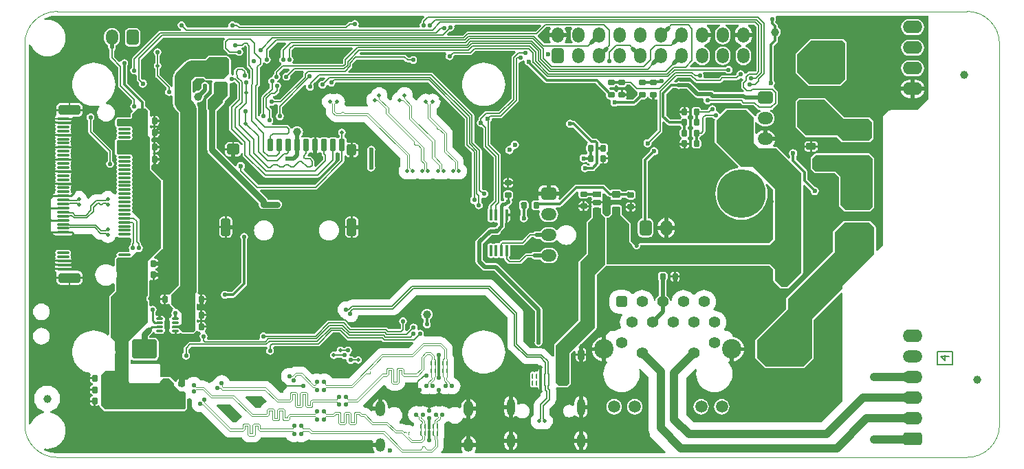
<source format=gbl>
G04*
G04 #@! TF.GenerationSoftware,Altium Limited,Altium Designer,22.2.1 (43)*
G04*
G04 Layer_Physical_Order=4*
G04 Layer_Color=16711680*
%FSAX44Y44*%
%MOMM*%
G71*
G04*
G04 #@! TF.SameCoordinates,6FBE58D4-8AA7-4130-90BE-7BA939E9B375*
G04*
G04*
G04 #@! TF.FilePolarity,Positive*
G04*
G01*
G75*
%ADD10C,0.5000*%
%ADD11C,0.2000*%
%ADD12C,0.3000*%
%ADD13C,0.2500*%
%ADD15C,0.1500*%
%ADD19C,0.1000*%
G04:AMPARAMS|DCode=32|XSize=0.75mm|YSize=0.8mm|CornerRadius=0.1875mm|HoleSize=0mm|Usage=FLASHONLY|Rotation=270.000|XOffset=0mm|YOffset=0mm|HoleType=Round|Shape=RoundedRectangle|*
%AMROUNDEDRECTD32*
21,1,0.7500,0.4250,0,0,270.0*
21,1,0.3750,0.8000,0,0,270.0*
1,1,0.3750,-0.2125,-0.1875*
1,1,0.3750,-0.2125,0.1875*
1,1,0.3750,0.2125,0.1875*
1,1,0.3750,0.2125,-0.1875*
%
%ADD32ROUNDEDRECTD32*%
G04:AMPARAMS|DCode=38|XSize=0.75mm|YSize=0.8mm|CornerRadius=0.1875mm|HoleSize=0mm|Usage=FLASHONLY|Rotation=180.000|XOffset=0mm|YOffset=0mm|HoleType=Round|Shape=RoundedRectangle|*
%AMROUNDEDRECTD38*
21,1,0.7500,0.4250,0,0,180.0*
21,1,0.3750,0.8000,0,0,180.0*
1,1,0.3750,-0.1875,0.2125*
1,1,0.3750,0.1875,0.2125*
1,1,0.3750,0.1875,-0.2125*
1,1,0.3750,-0.1875,-0.2125*
%
%ADD38ROUNDEDRECTD38*%
G04:AMPARAMS|DCode=40|XSize=3.05mm|YSize=2.4mm|CornerRadius=0.3mm|HoleSize=0mm|Usage=FLASHONLY|Rotation=0.000|XOffset=0mm|YOffset=0mm|HoleType=Round|Shape=RoundedRectangle|*
%AMROUNDEDRECTD40*
21,1,3.0500,1.8000,0,0,0.0*
21,1,2.4500,2.4000,0,0,0.0*
1,1,0.6000,1.2250,-0.9000*
1,1,0.6000,-1.2250,-0.9000*
1,1,0.6000,-1.2250,0.9000*
1,1,0.6000,1.2250,0.9000*
%
%ADD40ROUNDEDRECTD40*%
G04:AMPARAMS|DCode=51|XSize=0.85mm|YSize=1.25mm|CornerRadius=0.17mm|HoleSize=0mm|Usage=FLASHONLY|Rotation=0.000|XOffset=0mm|YOffset=0mm|HoleType=Round|Shape=RoundedRectangle|*
%AMROUNDEDRECTD51*
21,1,0.8500,0.9100,0,0,0.0*
21,1,0.5100,1.2500,0,0,0.0*
1,1,0.3400,0.2550,-0.4550*
1,1,0.3400,-0.2550,-0.4550*
1,1,0.3400,-0.2550,0.4550*
1,1,0.3400,0.2550,0.4550*
%
%ADD51ROUNDEDRECTD51*%
%ADD83C,0.6000*%
%ADD106C,1.5000*%
%ADD116C,0.1120*%
%ADD117C,1.0000*%
%ADD119C,0.5000*%
%ADD121C,0.7500*%
%ADD122C,0.4000*%
%ADD123C,1.0000*%
%ADD125C,0.1410*%
%ADD126O,2.4000X1.5000*%
%ADD127O,2.4000X1.5500*%
%ADD128O,2.4000X1.6000*%
G04:AMPARAMS|DCode=129|XSize=1.6mm|YSize=2.4mm|CornerRadius=0.4mm|HoleSize=0mm|Usage=FLASHONLY|Rotation=90.000|XOffset=0mm|YOffset=0mm|HoleType=Round|Shape=RoundedRectangle|*
%AMROUNDEDRECTD129*
21,1,1.6000,1.6000,0,0,90.0*
21,1,0.8000,2.4000,0,0,90.0*
1,1,0.8000,0.8000,0.4000*
1,1,0.8000,0.8000,-0.4000*
1,1,0.8000,-0.8000,-0.4000*
1,1,0.8000,-0.8000,0.4000*
%
%ADD129ROUNDEDRECTD129*%
%ADD130O,1.9000X1.5000*%
G04:AMPARAMS|DCode=131|XSize=1.5mm|YSize=1.9mm|CornerRadius=0.375mm|HoleSize=0mm|Usage=FLASHONLY|Rotation=270.000|XOffset=0mm|YOffset=0mm|HoleType=Round|Shape=RoundedRectangle|*
%AMROUNDEDRECTD131*
21,1,1.5000,1.1500,0,0,270.0*
21,1,0.7500,1.9000,0,0,270.0*
1,1,0.7500,-0.5750,-0.3750*
1,1,0.7500,-0.5750,0.3750*
1,1,0.7500,0.5750,0.3750*
1,1,0.7500,0.5750,-0.3750*
%
%ADD131ROUNDEDRECTD131*%
%ADD132O,1.2000X1.7000*%
%ADD133O,1.2000X1.9000*%
G04:AMPARAMS|DCode=134|XSize=1.8mm|YSize=1mm|CornerRadius=0.5mm|HoleSize=0mm|Usage=FLASHONLY|Rotation=90.000|XOffset=0mm|YOffset=0mm|HoleType=Round|Shape=RoundedRectangle|*
%AMROUNDEDRECTD134*
21,1,1.8000,0.0000,0,0,90.0*
21,1,0.8000,1.0000,0,0,90.0*
1,1,1.0000,0.0000,0.4000*
1,1,1.0000,0.0000,-0.4000*
1,1,1.0000,0.0000,-0.4000*
1,1,1.0000,0.0000,0.4000*
%
%ADD134ROUNDEDRECTD134*%
G04:AMPARAMS|DCode=135|XSize=2.1mm|YSize=1mm|CornerRadius=0.5mm|HoleSize=0mm|Usage=FLASHONLY|Rotation=90.000|XOffset=0mm|YOffset=0mm|HoleType=Round|Shape=RoundedRectangle|*
%AMROUNDEDRECTD135*
21,1,2.1000,0.0000,0,0,90.0*
21,1,1.1000,1.0000,0,0,90.0*
1,1,1.0000,0.0000,0.5500*
1,1,1.0000,0.0000,-0.5500*
1,1,1.0000,0.0000,-0.5500*
1,1,1.0000,0.0000,0.5500*
%
%ADD135ROUNDEDRECTD135*%
%ADD136O,1.5000X1.9000*%
G04:AMPARAMS|DCode=137|XSize=1.5mm|YSize=1.9mm|CornerRadius=0.375mm|HoleSize=0mm|Usage=FLASHONLY|Rotation=0.000|XOffset=0mm|YOffset=0mm|HoleType=Round|Shape=RoundedRectangle|*
%AMROUNDEDRECTD137*
21,1,1.5000,1.1500,0,0,0.0*
21,1,0.7500,1.9000,0,0,0.0*
1,1,0.7500,0.3750,-0.5750*
1,1,0.7500,-0.3750,-0.5750*
1,1,0.7500,-0.3750,0.5750*
1,1,0.7500,0.3750,0.5750*
%
%ADD137ROUNDEDRECTD137*%
%ADD138C,1.4000*%
G04:AMPARAMS|DCode=139|XSize=1.4mm|YSize=1.4mm|CornerRadius=0.35mm|HoleSize=0mm|Usage=FLASHONLY|Rotation=180.000|XOffset=0mm|YOffset=0mm|HoleType=Round|Shape=RoundedRectangle|*
%AMROUNDEDRECTD139*
21,1,1.4000,0.7000,0,0,180.0*
21,1,0.7000,1.4000,0,0,180.0*
1,1,0.7000,-0.3500,0.3500*
1,1,0.7000,0.3500,0.3500*
1,1,0.7000,0.3500,-0.3500*
1,1,0.7000,-0.3500,-0.3500*
%
%ADD139ROUNDEDRECTD139*%
%ADD140C,2.4000*%
%ADD141O,2.2000X4.7000*%
%ADD142O,4.7000X2.2000*%
G04:AMPARAMS|DCode=143|XSize=4.7mm|YSize=2.2mm|CornerRadius=0.55mm|HoleSize=0mm|Usage=FLASHONLY|Rotation=180.000|XOffset=0mm|YOffset=0mm|HoleType=Round|Shape=RoundedRectangle|*
%AMROUNDEDRECTD143*
21,1,4.7000,1.1000,0,0,180.0*
21,1,3.6000,2.2000,0,0,180.0*
1,1,1.1000,-1.8000,0.5500*
1,1,1.1000,1.8000,0.5500*
1,1,1.1000,1.8000,-0.5500*
1,1,1.1000,-1.8000,-0.5500*
%
%ADD143ROUNDEDRECTD143*%
%ADD144C,6.0000*%
%ADD145C,0.5500*%
G04:AMPARAMS|DCode=147|XSize=0.3mm|YSize=1.55mm|CornerRadius=0.1125mm|HoleSize=0mm|Usage=FLASHONLY|Rotation=270.000|XOffset=0mm|YOffset=0mm|HoleType=Round|Shape=RoundedRectangle|*
%AMROUNDEDRECTD147*
21,1,0.3000,1.3250,0,0,270.0*
21,1,0.0750,1.5500,0,0,270.0*
1,1,0.2250,-0.6625,-0.0375*
1,1,0.2250,-0.6625,0.0375*
1,1,0.2250,0.6625,0.0375*
1,1,0.2250,0.6625,-0.0375*
%
%ADD147ROUNDEDRECTD147*%
G04:AMPARAMS|DCode=148|XSize=1.2mm|YSize=2.75mm|CornerRadius=0.3mm|HoleSize=0mm|Usage=FLASHONLY|Rotation=270.000|XOffset=0mm|YOffset=0mm|HoleType=Round|Shape=RoundedRectangle|*
%AMROUNDEDRECTD148*
21,1,1.2000,2.1500,0,0,270.0*
21,1,0.6000,2.7500,0,0,270.0*
1,1,0.6000,-1.0750,-0.3000*
1,1,0.6000,-1.0750,0.3000*
1,1,0.6000,1.0750,0.3000*
1,1,0.6000,1.0750,-0.3000*
%
%ADD148ROUNDEDRECTD148*%
G04:AMPARAMS|DCode=149|XSize=1.3mm|YSize=0.7mm|CornerRadius=0.175mm|HoleSize=0mm|Usage=FLASHONLY|Rotation=90.000|XOffset=0mm|YOffset=0mm|HoleType=Round|Shape=RoundedRectangle|*
%AMROUNDEDRECTD149*
21,1,1.3000,0.3500,0,0,90.0*
21,1,0.9500,0.7000,0,0,90.0*
1,1,0.3500,0.1750,0.4750*
1,1,0.3500,0.1750,-0.4750*
1,1,0.3500,-0.1750,-0.4750*
1,1,0.3500,-0.1750,0.4750*
%
%ADD149ROUNDEDRECTD149*%
G04:AMPARAMS|DCode=150|XSize=0.8mm|YSize=0.3mm|CornerRadius=0.075mm|HoleSize=0mm|Usage=FLASHONLY|Rotation=180.000|XOffset=0mm|YOffset=0mm|HoleType=Round|Shape=RoundedRectangle|*
%AMROUNDEDRECTD150*
21,1,0.8000,0.1500,0,0,180.0*
21,1,0.6500,0.3000,0,0,180.0*
1,1,0.1500,-0.3250,0.0750*
1,1,0.1500,0.3250,0.0750*
1,1,0.1500,0.3250,-0.0750*
1,1,0.1500,-0.3250,-0.0750*
%
%ADD150ROUNDEDRECTD150*%
G04:AMPARAMS|DCode=151|XSize=0.675mm|YSize=0.2mm|CornerRadius=0.05mm|HoleSize=0mm|Usage=FLASHONLY|Rotation=90.000|XOffset=0mm|YOffset=0mm|HoleType=Round|Shape=RoundedRectangle|*
%AMROUNDEDRECTD151*
21,1,0.6750,0.1000,0,0,90.0*
21,1,0.5750,0.2000,0,0,90.0*
1,1,0.1000,0.0500,0.2875*
1,1,0.1000,0.0500,-0.2875*
1,1,0.1000,-0.0500,-0.2875*
1,1,0.1000,-0.0500,0.2875*
%
%ADD151ROUNDEDRECTD151*%
G04:AMPARAMS|DCode=152|XSize=0.775mm|YSize=0.4mm|CornerRadius=0.1mm|HoleSize=0mm|Usage=FLASHONLY|Rotation=90.000|XOffset=0mm|YOffset=0mm|HoleType=Round|Shape=RoundedRectangle|*
%AMROUNDEDRECTD152*
21,1,0.7750,0.2000,0,0,90.0*
21,1,0.5750,0.4000,0,0,90.0*
1,1,0.2000,0.1000,0.2875*
1,1,0.2000,0.1000,-0.2875*
1,1,0.2000,-0.1000,-0.2875*
1,1,0.2000,-0.1000,0.2875*
%
%ADD152ROUNDEDRECTD152*%
G04:AMPARAMS|DCode=153|XSize=0.4mm|YSize=1.4mm|CornerRadius=0.1mm|HoleSize=0mm|Usage=FLASHONLY|Rotation=180.000|XOffset=0mm|YOffset=0mm|HoleType=Round|Shape=RoundedRectangle|*
%AMROUNDEDRECTD153*
21,1,0.4000,1.2000,0,0,180.0*
21,1,0.2000,1.4000,0,0,180.0*
1,1,0.2000,-0.1000,0.6000*
1,1,0.2000,0.1000,0.6000*
1,1,0.2000,0.1000,-0.6000*
1,1,0.2000,-0.1000,-0.6000*
%
%ADD153ROUNDEDRECTD153*%
G04:AMPARAMS|DCode=154|XSize=2mm|YSize=2.6mm|CornerRadius=0.2mm|HoleSize=0mm|Usage=FLASHONLY|Rotation=270.000|XOffset=0mm|YOffset=0mm|HoleType=Round|Shape=RoundedRectangle|*
%AMROUNDEDRECTD154*
21,1,2.0000,2.2000,0,0,270.0*
21,1,1.6000,2.6000,0,0,270.0*
1,1,0.4000,-1.1000,-0.8000*
1,1,0.4000,-1.1000,0.8000*
1,1,0.4000,1.1000,0.8000*
1,1,0.4000,1.1000,-0.8000*
%
%ADD154ROUNDEDRECTD154*%
G04:AMPARAMS|DCode=155|XSize=0.85mm|YSize=1mm|CornerRadius=0.051mm|HoleSize=0mm|Usage=FLASHONLY|Rotation=270.000|XOffset=0mm|YOffset=0mm|HoleType=Round|Shape=RoundedRectangle|*
%AMROUNDEDRECTD155*
21,1,0.8500,0.8980,0,0,270.0*
21,1,0.7480,1.0000,0,0,270.0*
1,1,0.1020,-0.4490,-0.3740*
1,1,0.1020,-0.4490,0.3740*
1,1,0.1020,0.4490,0.3740*
1,1,0.1020,0.4490,-0.3740*
%
%ADD155ROUNDEDRECTD155*%
G04:AMPARAMS|DCode=156|XSize=0.75mm|YSize=1mm|CornerRadius=0.0488mm|HoleSize=0mm|Usage=FLASHONLY|Rotation=270.000|XOffset=0mm|YOffset=0mm|HoleType=Round|Shape=RoundedRectangle|*
%AMROUNDEDRECTD156*
21,1,0.7500,0.9025,0,0,270.0*
21,1,0.6525,1.0000,0,0,270.0*
1,1,0.0975,-0.4513,-0.3263*
1,1,0.0975,-0.4513,0.3263*
1,1,0.0975,0.4513,0.3263*
1,1,0.0975,0.4513,-0.3263*
%
%ADD156ROUNDEDRECTD156*%
G04:AMPARAMS|DCode=157|XSize=0.6mm|YSize=1mm|CornerRadius=0.051mm|HoleSize=0mm|Usage=FLASHONLY|Rotation=90.000|XOffset=0mm|YOffset=0mm|HoleType=Round|Shape=RoundedRectangle|*
%AMROUNDEDRECTD157*
21,1,0.6000,0.8980,0,0,90.0*
21,1,0.4980,1.0000,0,0,90.0*
1,1,0.1020,0.4490,0.2490*
1,1,0.1020,0.4490,-0.2490*
1,1,0.1020,-0.4490,-0.2490*
1,1,0.1020,-0.4490,0.2490*
%
%ADD157ROUNDEDRECTD157*%
G04:AMPARAMS|DCode=158|XSize=1.1mm|YSize=1.7mm|CornerRadius=0.275mm|HoleSize=0mm|Usage=FLASHONLY|Rotation=0.000|XOffset=0mm|YOffset=0mm|HoleType=Round|Shape=RoundedRectangle|*
%AMROUNDEDRECTD158*
21,1,1.1000,1.1500,0,0,0.0*
21,1,0.5500,1.7000,0,0,0.0*
1,1,0.5500,0.2750,-0.5750*
1,1,0.5500,-0.2750,-0.5750*
1,1,0.5500,-0.2750,0.5750*
1,1,0.5500,0.2750,0.5750*
%
%ADD158ROUNDEDRECTD158*%
G04:AMPARAMS|DCode=159|XSize=0.7mm|YSize=1.6mm|CornerRadius=0.175mm|HoleSize=0mm|Usage=FLASHONLY|Rotation=180.000|XOffset=0mm|YOffset=0mm|HoleType=Round|Shape=RoundedRectangle|*
%AMROUNDEDRECTD159*
21,1,0.7000,1.2500,0,0,180.0*
21,1,0.3500,1.6000,0,0,180.0*
1,1,0.3500,-0.1750,0.6250*
1,1,0.3500,0.1750,0.6250*
1,1,0.3500,0.1750,-0.6250*
1,1,0.3500,-0.1750,-0.6250*
%
%ADD159ROUNDEDRECTD159*%
G04:AMPARAMS|DCode=160|XSize=1.2mm|YSize=1.4mm|CornerRadius=0.3mm|HoleSize=0mm|Usage=FLASHONLY|Rotation=180.000|XOffset=0mm|YOffset=0mm|HoleType=Round|Shape=RoundedRectangle|*
%AMROUNDEDRECTD160*
21,1,1.2000,0.8000,0,0,180.0*
21,1,0.6000,1.4000,0,0,180.0*
1,1,0.6000,-0.3000,0.4000*
1,1,0.6000,0.3000,0.4000*
1,1,0.6000,0.3000,-0.4000*
1,1,0.6000,-0.3000,-0.4000*
%
%ADD160ROUNDEDRECTD160*%
G04:AMPARAMS|DCode=161|XSize=1.2mm|YSize=2.2mm|CornerRadius=0.3mm|HoleSize=0mm|Usage=FLASHONLY|Rotation=180.000|XOffset=0mm|YOffset=0mm|HoleType=Round|Shape=RoundedRectangle|*
%AMROUNDEDRECTD161*
21,1,1.2000,1.6000,0,0,180.0*
21,1,0.6000,2.2000,0,0,180.0*
1,1,0.6000,-0.3000,0.8000*
1,1,0.6000,0.3000,0.8000*
1,1,0.6000,0.3000,-0.8000*
1,1,0.6000,-0.3000,-0.8000*
%
%ADD161ROUNDEDRECTD161*%
G04:AMPARAMS|DCode=162|XSize=1.6mm|YSize=1.4mm|CornerRadius=0.35mm|HoleSize=0mm|Usage=FLASHONLY|Rotation=180.000|XOffset=0mm|YOffset=0mm|HoleType=Round|Shape=RoundedRectangle|*
%AMROUNDEDRECTD162*
21,1,1.6000,0.7000,0,0,180.0*
21,1,0.9000,1.4000,0,0,180.0*
1,1,0.7000,-0.4500,0.3500*
1,1,0.7000,0.4500,0.3500*
1,1,0.7000,0.4500,-0.3500*
1,1,0.7000,-0.4500,-0.3500*
%
%ADD162ROUNDEDRECTD162*%
G04:AMPARAMS|DCode=163|XSize=0.5mm|YSize=0.5mm|CornerRadius=0.06mm|HoleSize=0mm|Usage=FLASHONLY|Rotation=180.000|XOffset=0mm|YOffset=0mm|HoleType=Round|Shape=RoundedRectangle|*
%AMROUNDEDRECTD163*
21,1,0.5000,0.3800,0,0,180.0*
21,1,0.3800,0.5000,0,0,180.0*
1,1,0.1200,-0.1900,0.1900*
1,1,0.1200,0.1900,0.1900*
1,1,0.1200,0.1900,-0.1900*
1,1,0.1200,-0.1900,-0.1900*
%
%ADD163ROUNDEDRECTD163*%
G04:AMPARAMS|DCode=164|XSize=0.85mm|YSize=1.25mm|CornerRadius=0.17mm|HoleSize=0mm|Usage=FLASHONLY|Rotation=90.000|XOffset=0mm|YOffset=0mm|HoleType=Round|Shape=RoundedRectangle|*
%AMROUNDEDRECTD164*
21,1,0.8500,0.9100,0,0,90.0*
21,1,0.5100,1.2500,0,0,90.0*
1,1,0.3400,0.4550,0.2550*
1,1,0.3400,0.4550,-0.2550*
1,1,0.3400,-0.4550,-0.2550*
1,1,0.3400,-0.4550,0.2550*
%
%ADD164ROUNDEDRECTD164*%
%ADD165C,0.8000*%
%ADD166C,2.0000*%
G36*
X00040000Y00544902D02*
X00040000Y00544902D01*
X00040000Y00544902D01*
X00491430Y00544902D01*
X00492258Y00542902D01*
X00489017Y00539661D01*
X00488410Y00538751D01*
X00488196Y00537678D01*
Y00536839D01*
X00487575Y00536425D01*
X00486526Y00534853D01*
X00486157Y00533000D01*
X00486406Y00531746D01*
X00485239Y00529746D01*
X00411115D01*
X00410173Y00531746D01*
X00410732Y00532582D01*
X00411100Y00534435D01*
X00410732Y00536288D01*
X00409682Y00537860D01*
X00408111Y00538909D01*
X00406257Y00539278D01*
X00404404Y00538909D01*
X00402833Y00537860D01*
X00402418Y00537239D01*
X00400071D01*
X00398998Y00537026D01*
X00398089Y00536418D01*
X00394475Y00532804D01*
X00265161D01*
X00262983Y00534983D01*
X00262073Y00535590D01*
X00261000Y00535804D01*
X00259339D01*
X00258925Y00536425D01*
X00257353Y00537474D01*
X00255500Y00537843D01*
X00253647Y00537474D01*
X00252075Y00536425D01*
X00251026Y00534853D01*
X00250657Y00533000D01*
X00250906Y00531746D01*
X00249739Y00529746D01*
X00200219D01*
X00197697Y00532268D01*
X00197843Y00533000D01*
X00197474Y00534853D01*
X00196425Y00536425D01*
X00194853Y00537474D01*
X00193000Y00537843D01*
X00191147Y00537474D01*
X00189575Y00536425D01*
X00188526Y00534853D01*
X00188157Y00533000D01*
X00188526Y00531147D01*
X00189575Y00529575D01*
X00191147Y00528526D01*
X00192262Y00528304D01*
X00192065Y00526304D01*
X00167000D01*
X00165927Y00526090D01*
X00165017Y00525483D01*
X00132517Y00492983D01*
X00131910Y00492073D01*
X00131696Y00491000D01*
Y00480899D01*
X00131075Y00480485D01*
X00130026Y00478913D01*
X00129657Y00477060D01*
X00130026Y00475207D01*
X00131075Y00473635D01*
X00132647Y00472586D01*
X00134500Y00472217D01*
X00135696Y00472455D01*
X00137696Y00471260D01*
Y00465750D01*
X00137910Y00464677D01*
X00138517Y00463767D01*
X00140340Y00461945D01*
X00140152Y00461000D01*
X00140540Y00459049D01*
X00141645Y00457395D01*
X00143299Y00456290D01*
X00145250Y00455902D01*
X00147201Y00456290D01*
X00148855Y00457395D01*
X00149960Y00459049D01*
X00150348Y00461000D01*
X00149960Y00462951D01*
X00148855Y00464605D01*
X00147201Y00465710D01*
X00145250Y00466098D01*
X00144942Y00466037D01*
X00143304Y00467463D01*
Y00490498D01*
X00170502Y00517696D01*
X00245815D01*
X00246581Y00515848D01*
X00245267Y00514535D01*
X00244659Y00513625D01*
X00244446Y00512552D01*
Y00504776D01*
X00244659Y00503703D01*
X00245267Y00502794D01*
X00250043Y00498017D01*
X00250953Y00497410D01*
X00252026Y00497196D01*
X00260161D01*
X00260576Y00496576D01*
X00262147Y00495526D01*
X00264000Y00495157D01*
X00265853Y00495526D01*
X00267425Y00496576D01*
X00268474Y00498147D01*
X00268843Y00500000D01*
X00268474Y00501853D01*
X00267425Y00503425D01*
X00267018Y00503696D01*
X00267625Y00505696D01*
X00267750D01*
X00268823Y00505910D01*
X00269733Y00506517D01*
X00270911Y00507696D01*
X00271839D01*
X00273196Y00506339D01*
Y00483198D01*
X00273410Y00482125D01*
X00274017Y00481216D01*
X00277661Y00477572D01*
Y00467451D01*
X00275801Y00466588D01*
X00274589Y00467608D01*
X00274974Y00468647D01*
X00275343Y00470500D01*
X00274974Y00472353D01*
X00273925Y00473925D01*
X00273304Y00474339D01*
Y00475622D01*
X00273090Y00476695D01*
X00272483Y00477604D01*
X00269793Y00480294D01*
X00268884Y00480902D01*
X00267811Y00481115D01*
X00262378D01*
X00261305Y00480902D01*
X00260395Y00480294D01*
X00258326Y00478225D01*
X00257718Y00477315D01*
X00257505Y00476242D01*
Y00472761D01*
X00257461Y00472653D01*
X00255784Y00471187D01*
X00255090Y00471325D01*
X00254952Y00471398D01*
X00253552Y00472985D01*
X00253539Y00473092D01*
X00253539Y00490499D01*
X00253539Y00490500D01*
X00253384Y00491280D01*
X00252942Y00491941D01*
X00252942Y00491942D01*
X00249942Y00494942D01*
X00249942Y00494942D01*
X00249280Y00495384D01*
X00248500Y00495539D01*
X00226500Y00495539D01*
X00225720Y00495384D01*
X00225058Y00494942D01*
X00221674Y00491558D01*
X00205862D01*
X00203510Y00491326D01*
X00201248Y00490640D01*
X00199163Y00489526D01*
X00197336Y00488026D01*
X00185764Y00476454D01*
X00184264Y00474627D01*
X00183150Y00472542D01*
X00182464Y00470280D01*
X00182232Y00467928D01*
Y00457058D01*
X00180232Y00456861D01*
X00180090Y00457573D01*
X00179483Y00458483D01*
X00166304Y00471661D01*
Y00478961D01*
X00166744Y00479256D01*
X00167739Y00480744D01*
X00168088Y00482500D01*
X00167739Y00484256D01*
X00166744Y00485744D01*
X00166304Y00486039D01*
Y00495661D01*
X00166925Y00496075D01*
X00167974Y00497647D01*
X00168343Y00499500D01*
X00167974Y00501353D01*
X00166925Y00502924D01*
X00165353Y00503974D01*
X00163500Y00504343D01*
X00161647Y00503974D01*
X00160075Y00502924D01*
X00159026Y00501353D01*
X00158657Y00499500D01*
X00159026Y00497647D01*
X00160075Y00496075D01*
X00160696Y00495661D01*
Y00486039D01*
X00160256Y00485744D01*
X00159261Y00484256D01*
X00158912Y00482500D01*
X00159261Y00480744D01*
X00160256Y00479256D01*
X00160696Y00478961D01*
Y00470500D01*
X00160910Y00469427D01*
X00161517Y00468517D01*
X00173958Y00456077D01*
X00174075Y00453924D01*
X00173026Y00452353D01*
X00172657Y00450500D01*
X00173026Y00448647D01*
X00174075Y00447075D01*
X00175647Y00446026D01*
X00177500Y00445657D01*
X00179353Y00446026D01*
X00180232Y00446613D01*
X00182232Y00445706D01*
Y00436990D01*
X00182464Y00434637D01*
X00183150Y00432375D01*
X00184264Y00430291D01*
X00185764Y00428463D01*
X00189442Y00424785D01*
Y00220000D01*
X00189461Y00219808D01*
Y00212345D01*
X00184058Y00206942D01*
X00179058Y00201942D01*
X00178616Y00201280D01*
X00178597Y00201186D01*
X00178475Y00201078D01*
X00176927Y00200417D01*
X00176461Y00200392D01*
X00175887Y00200775D01*
X00174375Y00201076D01*
X00173750D01*
Y00195000D01*
Y00188924D01*
X00174375D01*
X00175887Y00189225D01*
X00176461Y00189608D01*
X00178461Y00188689D01*
Y00188500D01*
X00178616Y00187720D01*
X00179058Y00187058D01*
X00182502Y00183615D01*
X00182248Y00181040D01*
X00182076Y00180925D01*
X00181026Y00179353D01*
X00180657Y00177500D01*
X00181026Y00175647D01*
X00180267Y00173733D01*
X00179998Y00173329D01*
X00178765Y00171845D01*
X00177555Y00172013D01*
X00177250Y00172073D01*
X00176750D01*
Y00163500D01*
Y00154927D01*
X00177250D01*
X00177555Y00154987D01*
X00178765Y00155155D01*
X00179998Y00153671D01*
X00180267Y00153267D01*
X00181177Y00152660D01*
X00182250Y00152446D01*
X00184250D01*
Y00156000D01*
X00186750D01*
Y00152446D01*
X00188750D01*
X00189823Y00152660D01*
X00190733Y00153267D01*
X00193011Y00153105D01*
X00193058Y00153058D01*
X00193720Y00152616D01*
X00194500Y00152461D01*
X00207000D01*
X00207000Y00152461D01*
X00207780Y00152616D01*
X00208442Y00153058D01*
X00210842Y00155458D01*
X00211045Y00155582D01*
X00213058Y00155824D01*
X00213303Y00155766D01*
X00214113Y00155225D01*
X00215625Y00154924D01*
X00215968D01*
X00216575Y00152924D01*
X00215526Y00151353D01*
X00215157Y00149500D01*
X00215526Y00147647D01*
X00216575Y00146075D01*
X00216869Y00145880D01*
X00217020Y00143812D01*
X00215604Y00142304D01*
X00203500D01*
X00202427Y00142091D01*
X00201517Y00141483D01*
X00196517Y00136483D01*
X00195910Y00135573D01*
X00195696Y00134500D01*
Y00129339D01*
X00195075Y00128925D01*
X00194026Y00127353D01*
X00193657Y00125500D01*
X00194026Y00123647D01*
X00195075Y00122076D01*
X00196647Y00121026D01*
X00198500Y00120657D01*
X00200353Y00121026D01*
X00201925Y00122076D01*
X00202974Y00123647D01*
X00203343Y00125500D01*
X00202974Y00127353D01*
X00201925Y00128925D01*
X00201304Y00129339D01*
Y00133339D01*
X00204661Y00136696D01*
X00297334D01*
X00298005Y00136207D01*
X00298535Y00135016D01*
X00298559Y00134901D01*
X00297526Y00133353D01*
X00297157Y00131500D01*
X00297526Y00129647D01*
X00298575Y00128076D01*
X00300147Y00127026D01*
X00302000Y00126657D01*
X00303853Y00127026D01*
X00305425Y00128076D01*
X00306474Y00129647D01*
X00306843Y00131500D01*
X00306474Y00133353D01*
X00305425Y00134924D01*
X00305408Y00135416D01*
X00307274Y00137345D01*
X00361214D01*
X00362287Y00137559D01*
X00363197Y00138167D01*
X00378906Y00153875D01*
X00387659D01*
X00396270Y00145265D01*
X00397180Y00144657D01*
X00398253Y00144443D01*
X00439314D01*
X00440462Y00143295D01*
X00441371Y00142688D01*
X00442444Y00142474D01*
X00477792D01*
X00478620Y00140474D01*
X00473116Y00134970D01*
X00439528D01*
X00437424Y00134693D01*
X00435463Y00133881D01*
X00433779Y00132589D01*
X00398642Y00097451D01*
X00378111D01*
X00377475Y00098985D01*
X00376177Y00100677D01*
X00374485Y00101975D01*
X00372514Y00102792D01*
X00370400Y00103070D01*
X00366600D01*
X00364486Y00102792D01*
X00364000Y00102590D01*
X00363515Y00102792D01*
X00361400Y00103070D01*
X00357600D01*
X00355485Y00102792D01*
X00354205Y00102261D01*
X00346574Y00109893D01*
X00344891Y00111184D01*
X00342930Y00111997D01*
X00340826Y00112274D01*
X00333405D01*
X00331301Y00111997D01*
X00329340Y00111184D01*
X00328063Y00110204D01*
X00325969Y00110480D01*
X00323293Y00110128D01*
X00320799Y00109095D01*
X00318658Y00107452D01*
X00317015Y00105311D01*
X00315982Y00102817D01*
X00315630Y00100141D01*
X00315982Y00097466D01*
X00317015Y00094972D01*
X00318658Y00092831D01*
X00320799Y00091188D01*
X00321874Y00090743D01*
X00322318Y00089669D01*
X00322868Y00088952D01*
X00322276Y00086439D01*
X00322207Y00086386D01*
X00320659Y00084838D01*
X00319367Y00083154D01*
X00318554Y00081193D01*
X00318325Y00079452D01*
X00314785D01*
X00302368Y00091868D01*
X00300684Y00093160D01*
X00298724Y00093972D01*
X00296619Y00094249D01*
X00252286D01*
X00251394Y00096401D01*
X00249751Y00098543D01*
X00247610Y00100186D01*
X00245117Y00101218D01*
X00242441Y00101571D01*
X00239765Y00101218D01*
X00237271Y00100186D01*
X00235130Y00098543D01*
X00233487Y00096401D01*
X00233042Y00095327D01*
X00231968Y00094882D01*
X00229827Y00093239D01*
X00228915Y00092051D01*
X00226434Y00091705D01*
X00225818Y00092320D01*
X00224134Y00093612D01*
X00222173Y00094425D01*
X00220069Y00094702D01*
X00216545D01*
X00215310Y00096310D01*
X00213169Y00097953D01*
X00210676Y00098986D01*
X00208000Y00099339D01*
X00205324Y00098986D01*
X00202831Y00097953D01*
X00200690Y00096310D01*
X00200265Y00095757D01*
X00197919Y00095669D01*
X00196637Y00096525D01*
X00195125Y00096826D01*
X00194250D01*
Y00091000D01*
X00191750D01*
Y00096826D01*
X00190875D01*
X00189363Y00096525D01*
X00188081Y00095669D01*
X00187225Y00094387D01*
X00187064Y00093580D01*
X00186707Y00093330D01*
X00185341Y00092923D01*
X00184949Y00092935D01*
X00178942Y00098942D01*
X00178280Y00099384D01*
X00177500Y00099539D01*
X00170020Y00099539D01*
X00169637Y00099463D01*
X00169245Y00099387D01*
X00169243Y00099385D01*
X00169239Y00099384D01*
X00168909Y00099164D01*
X00168582Y00098947D01*
X00168578Y00098942D01*
X00168578Y00098942D01*
X00168578Y00098942D01*
X00168386Y00098751D01*
X00166539Y00099520D01*
Y00113500D01*
X00166384Y00114280D01*
X00165942Y00114942D01*
X00165280Y00115384D01*
X00164500Y00115539D01*
X00130500D01*
X00130039Y00115917D01*
Y00119746D01*
X00130627Y00120167D01*
X00132039Y00120632D01*
X00133299Y00119790D01*
X00135250Y00119402D01*
X00159750D01*
X00161701Y00119790D01*
X00163355Y00120895D01*
X00164460Y00122549D01*
X00164848Y00124500D01*
Y00142500D01*
X00164460Y00144451D01*
X00163355Y00146105D01*
X00161701Y00147210D01*
X00159750Y00147598D01*
X00153300D01*
Y00149598D01*
X00156101Y00152399D01*
X00157023Y00153600D01*
X00157504Y00154762D01*
X00157697Y00154809D01*
X00159660Y00154177D01*
X00160267Y00153267D01*
X00161177Y00152660D01*
X00162250Y00152446D01*
X00168750D01*
X00169823Y00152660D01*
X00170733Y00153267D01*
X00171002Y00153671D01*
X00172235Y00155155D01*
X00173445Y00154987D01*
X00173750Y00154927D01*
X00174250D01*
Y00163500D01*
Y00172073D01*
X00173750D01*
X00173445Y00172013D01*
X00172235Y00171845D01*
X00171002Y00173329D01*
X00170733Y00173733D01*
X00169823Y00174340D01*
X00168750Y00174554D01*
X00166750D01*
Y00171000D01*
X00164250D01*
Y00174554D01*
X00162250D01*
X00160814Y00176307D01*
Y00178501D01*
X00160925Y00178575D01*
X00161974Y00180147D01*
X00162343Y00182000D01*
X00161974Y00183853D01*
X00160925Y00185425D01*
X00159353Y00186474D01*
X00157500Y00186843D01*
X00155647Y00186474D01*
X00155539Y00186403D01*
X00153539Y00187472D01*
Y00192292D01*
X00153500Y00192489D01*
Y00192689D01*
X00153423Y00192875D01*
X00153384Y00193072D01*
X00153272Y00193239D01*
X00153196Y00193425D01*
X00153054Y00193566D01*
X00152942Y00193734D01*
X00152775Y00193845D01*
X00152633Y00193987D01*
X00152546Y00194046D01*
X00151946Y00194942D01*
X00151736Y00196000D01*
X00151946Y00197058D01*
X00152546Y00197954D01*
X00152633Y00198013D01*
X00152775Y00198155D01*
X00152942Y00198266D01*
X00153054Y00198433D01*
X00153196Y00198575D01*
X00153273Y00198761D01*
X00153384Y00198928D01*
X00153423Y00199125D01*
X00153500Y00199311D01*
Y00199511D01*
X00153539Y00199708D01*
X00153539Y00217871D01*
X00154116Y00218368D01*
X00155539Y00219140D01*
X00156625Y00218924D01*
X00157250D01*
Y00225000D01*
X00158500D01*
Y00226250D01*
X00164326D01*
Y00227125D01*
X00164025Y00228637D01*
X00163169Y00229919D01*
X00161887Y00230775D01*
X00160855Y00230980D01*
Y00233020D01*
X00161887Y00233225D01*
X00163169Y00234081D01*
X00164025Y00235363D01*
X00164326Y00236875D01*
Y00237750D01*
X00158500D01*
Y00240250D01*
X00164326D01*
Y00241125D01*
X00164025Y00242637D01*
X00163169Y00243919D01*
X00161887Y00244775D01*
X00160375Y00245076D01*
X00160073D01*
X00159307Y00246924D01*
X00169442Y00257058D01*
X00169442Y00257058D01*
X00169884Y00257719D01*
X00170039Y00258500D01*
X00170039Y00341000D01*
X00170039Y00341000D01*
X00169884Y00341781D01*
X00169442Y00342442D01*
X00155789Y00356095D01*
Y00359886D01*
X00157789Y00361441D01*
X00157875Y00361424D01*
X00158500D01*
Y00367500D01*
Y00374093D01*
X00157410Y00375126D01*
X00157875Y00376424D01*
X00158500D01*
Y00382500D01*
Y00388576D01*
X00157875D01*
X00157789Y00388559D01*
X00155856Y00389952D01*
X00155789Y00390114D01*
Y00392886D01*
X00157789Y00394441D01*
X00157875Y00394424D01*
X00158500D01*
Y00400500D01*
Y00406576D01*
X00157875D01*
X00156363Y00406275D01*
X00155664Y00405808D01*
X00153807Y00406565D01*
X00153664Y00406694D01*
Y00408806D01*
X00153807Y00408935D01*
X00155664Y00409692D01*
X00156363Y00409225D01*
X00157875Y00408924D01*
X00158500D01*
Y00415000D01*
Y00421076D01*
X00157875D01*
X00156363Y00420775D01*
X00155664Y00420308D01*
X00153807Y00421065D01*
X00153664Y00421194D01*
Y00427375D01*
X00153509Y00428156D01*
X00153067Y00428817D01*
X00153067Y00428817D01*
X00150442Y00431442D01*
X00149780Y00431884D01*
X00149000Y00432039D01*
X00148319Y00433757D01*
Y00437750D01*
X00148047Y00439116D01*
X00147273Y00440273D01*
X00126069Y00461478D01*
Y00482791D01*
X00126974Y00484147D01*
X00127343Y00486000D01*
X00126974Y00487853D01*
X00125925Y00489425D01*
X00124353Y00490474D01*
X00122500Y00490843D01*
X00120647Y00490474D01*
X00119075Y00489425D01*
X00118414Y00488435D01*
X00116146Y00487874D01*
X00110104Y00493916D01*
Y00501761D01*
X00110544Y00502056D01*
X00111539Y00503544D01*
X00111888Y00505300D01*
Y00507618D01*
X00112091Y00507702D01*
X00114075Y00509225D01*
X00115598Y00511209D01*
X00116555Y00513520D01*
X00116882Y00516000D01*
Y00520000D01*
X00116555Y00522480D01*
X00115598Y00524791D01*
X00114075Y00526776D01*
X00112091Y00528298D01*
X00109780Y00529255D01*
X00107300Y00529582D01*
X00104820Y00529255D01*
X00102509Y00528298D01*
X00100525Y00526776D01*
X00099002Y00524791D01*
X00098045Y00522480D01*
X00097718Y00520000D01*
Y00516000D01*
X00098045Y00513520D01*
X00099002Y00511209D01*
X00100525Y00509225D01*
X00102509Y00507702D01*
X00102712Y00507618D01*
Y00505300D01*
X00103061Y00503544D01*
X00104056Y00502056D01*
X00104496Y00501761D01*
Y00492755D01*
X00104710Y00491682D01*
X00105317Y00490772D01*
X00115196Y00480894D01*
Y00458000D01*
X00115410Y00456927D01*
X00116017Y00456017D01*
X00131696Y00440339D01*
Y00436839D01*
X00131075Y00436425D01*
X00130026Y00434853D01*
X00129657Y00433000D01*
X00130026Y00431147D01*
X00131075Y00429575D01*
X00132147Y00428859D01*
X00132739Y00426623D01*
X00130558Y00424442D01*
X00130116Y00423780D01*
X00129961Y00423000D01*
Y00420345D01*
X00129155Y00419539D01*
X00114635D01*
X00114635Y00419539D01*
X00113855Y00419384D01*
X00113193Y00418942D01*
X00113193Y00418942D01*
X00111739Y00417488D01*
X00111297Y00416827D01*
X00111142Y00416046D01*
X00111142Y00409572D01*
X00111173Y00409414D01*
X00111167Y00409253D01*
X00111250Y00409027D01*
X00111297Y00408791D01*
X00111387Y00408657D01*
X00111442Y00408506D01*
X00111606Y00408330D01*
X00111739Y00408130D01*
X00111819Y00408077D01*
X00111931Y00407978D01*
X00111982Y00407922D01*
X00112049Y00407874D01*
X00113299Y00406771D01*
X00113181Y00406594D01*
X00112939Y00405375D01*
Y00404625D01*
X00113181Y00403406D01*
X00113786Y00402500D01*
X00113181Y00401594D01*
X00112939Y00400375D01*
Y00399625D01*
X00113181Y00398406D01*
X00113786Y00397500D01*
X00113181Y00396594D01*
X00112939Y00395375D01*
Y00394625D01*
X00113181Y00393406D01*
X00113187Y00393397D01*
X00111910Y00392171D01*
X00111903Y00392165D01*
X00111898Y00392160D01*
X00111778Y00392044D01*
X00111739Y00392018D01*
X00111578Y00391777D01*
X00111392Y00391555D01*
X00111359Y00391449D01*
X00111297Y00391357D01*
X00111241Y00391073D01*
X00111154Y00390796D01*
X00111164Y00390685D01*
X00111142Y00390576D01*
Y00374424D01*
X00111164Y00374315D01*
X00111154Y00374204D01*
X00111241Y00373927D01*
X00111297Y00373643D01*
X00111359Y00373551D01*
X00111392Y00373445D01*
X00111578Y00373223D01*
X00111739Y00372982D01*
X00111778Y00372956D01*
X00111898Y00372840D01*
X00111903Y00372835D01*
X00111911Y00372829D01*
X00113187Y00371603D01*
X00113181Y00371594D01*
X00112939Y00370375D01*
Y00369625D01*
X00113181Y00368406D01*
X00113786Y00367500D01*
X00113181Y00366594D01*
X00112939Y00365375D01*
Y00364625D01*
X00113181Y00363406D01*
X00113786Y00362500D01*
X00113181Y00361594D01*
X00112939Y00360375D01*
Y00359625D01*
X00113181Y00358406D01*
X00113786Y00357500D01*
X00113181Y00356594D01*
X00112939Y00355375D01*
Y00354625D01*
X00113181Y00353406D01*
X00113786Y00352500D01*
X00113181Y00351594D01*
X00112939Y00350375D01*
Y00349625D01*
X00113181Y00348406D01*
X00113786Y00347500D01*
X00113181Y00346594D01*
X00112939Y00345375D01*
Y00344625D01*
X00113181Y00343406D01*
X00113786Y00342500D01*
X00113181Y00341594D01*
X00112939Y00340375D01*
Y00339625D01*
X00113181Y00338406D01*
X00113786Y00337500D01*
X00113181Y00336594D01*
X00112939Y00335375D01*
Y00334625D01*
X00113181Y00333406D01*
X00113786Y00332500D01*
X00113181Y00331594D01*
X00112939Y00330375D01*
Y00329625D01*
X00113181Y00328406D01*
X00113786Y00327500D01*
X00113181Y00326594D01*
X00112939Y00325375D01*
Y00324625D01*
X00112996Y00324340D01*
X00112885Y00324182D01*
X00112474Y00324044D01*
X00110469Y00324216D01*
X00109382Y00325632D01*
X00107293Y00327235D01*
X00104860Y00328243D01*
X00102250Y00328586D01*
X00099640Y00328243D01*
X00097207Y00327235D01*
X00095118Y00325632D01*
X00094436Y00324743D01*
X00088318D01*
X00086176Y00324461D01*
X00084180Y00323634D01*
X00082466Y00322319D01*
X00078611Y00318463D01*
X00076604Y00319285D01*
X00076364Y00321111D01*
X00075356Y00323543D01*
X00073753Y00325632D01*
X00071664Y00327235D01*
X00069232Y00328243D01*
X00066621Y00328586D01*
X00064011Y00328243D01*
X00061578Y00327235D01*
X00059489Y00325632D01*
X00057716Y00326270D01*
X00057004Y00326838D01*
X00057061Y00327125D01*
Y00327875D01*
X00056819Y00329094D01*
X00056213Y00330000D01*
X00056819Y00330906D01*
X00057061Y00332125D01*
Y00332875D01*
X00056819Y00334094D01*
X00056514Y00334550D01*
X00057290Y00335711D01*
X00057397Y00336250D01*
X00047250D01*
X00037103D01*
X00037210Y00335711D01*
X00037986Y00334550D01*
X00037681Y00334094D01*
X00037439Y00332875D01*
Y00332125D01*
X00037681Y00330906D01*
X00038286Y00330000D01*
X00037681Y00329094D01*
X00037439Y00327875D01*
Y00327125D01*
X00037666Y00325985D01*
X00036275Y00325409D01*
X00034474Y00324026D01*
X00033091Y00322225D01*
X00032222Y00320127D01*
X00031926Y00317875D01*
Y00317125D01*
X00032205Y00315000D01*
X00031926Y00312875D01*
Y00312125D01*
X00032222Y00309873D01*
X00033091Y00307775D01*
X00033302Y00307500D01*
X00033091Y00307225D01*
X00032222Y00305127D01*
X00031926Y00302875D01*
Y00302125D01*
X00032205Y00300000D01*
X00031926Y00297875D01*
Y00297125D01*
X00032222Y00294873D01*
X00033091Y00292775D01*
X00033302Y00292500D01*
X00033091Y00292225D01*
X00032222Y00290127D01*
X00031926Y00287875D01*
Y00287125D01*
X00032205Y00285000D01*
X00031926Y00282875D01*
Y00282125D01*
X00032222Y00279873D01*
X00033091Y00277775D01*
X00034474Y00275974D01*
X00036275Y00274591D01*
X00038373Y00273722D01*
X00040625Y00273426D01*
X00053875D01*
X00056127Y00273722D01*
X00058225Y00274591D01*
X00059093Y00275257D01*
X00082640D01*
X00087216Y00270681D01*
X00088930Y00269366D01*
X00090926Y00268539D01*
X00093068Y00268257D01*
X00094436D01*
X00095118Y00267368D01*
X00097207Y00265765D01*
X00099640Y00264757D01*
X00102250Y00264414D01*
X00104860Y00264757D01*
X00107293Y00265765D01*
X00109382Y00267368D01*
X00110985Y00269457D01*
X00111915Y00271701D01*
X00112792Y00272028D01*
X00114057Y00272248D01*
X00114906Y00271681D01*
X00116125Y00271439D01*
X00129375D01*
X00130862Y00269695D01*
Y00265828D01*
X00130767Y00265733D01*
X00130160Y00264823D01*
X00129946Y00263750D01*
Y00262339D01*
X00129325Y00261924D01*
X00128276Y00260353D01*
X00127907Y00258500D01*
X00128276Y00256647D01*
X00129001Y00255561D01*
X00128394Y00253910D01*
X00128115Y00253561D01*
X00116125D01*
X00114906Y00253319D01*
X00113872Y00252628D01*
X00113181Y00251594D01*
X00112939Y00250375D01*
Y00249625D01*
X00113181Y00248406D01*
X00113318Y00248202D01*
X00111058Y00245942D01*
X00110616Y00245280D01*
X00110461Y00244500D01*
Y00236143D01*
X00108461Y00235197D01*
X00107397Y00236070D01*
X00105095Y00237301D01*
X00102597Y00238058D01*
X00100000Y00238314D01*
X00097402Y00238058D01*
X00094905Y00237301D01*
X00092603Y00236070D01*
X00090585Y00234415D01*
X00088930Y00232397D01*
X00087699Y00230095D01*
X00086942Y00227598D01*
X00086686Y00225000D01*
X00086942Y00222403D01*
X00087699Y00219905D01*
X00088930Y00217603D01*
X00090585Y00215585D01*
X00092603Y00213930D01*
X00094905Y00212699D01*
X00097402Y00211942D01*
X00100000Y00211686D01*
X00102597Y00211942D01*
X00105095Y00212699D01*
X00107397Y00213930D01*
X00108461Y00214803D01*
X00110461Y00213857D01*
Y00205845D01*
X00104558Y00199942D01*
X00104116Y00199280D01*
X00103961Y00198500D01*
Y00151286D01*
X00101961Y00150364D01*
X00100625Y00151505D01*
X00097068Y00153685D01*
X00093214Y00155281D01*
X00089158Y00156255D01*
X00085000Y00156582D01*
X00080842Y00156255D01*
X00076786Y00155281D01*
X00072932Y00153685D01*
X00069376Y00151505D01*
X00066204Y00148796D01*
X00063495Y00145625D01*
X00061315Y00142068D01*
X00059719Y00138214D01*
X00058745Y00134158D01*
X00058418Y00130000D01*
X00058745Y00125842D01*
X00059719Y00121786D01*
X00061315Y00117932D01*
X00063495Y00114375D01*
X00066204Y00111204D01*
X00069376Y00108495D01*
X00072932Y00106315D01*
X00076786Y00104719D01*
X00080112Y00103920D01*
X00080290Y00103701D01*
X00080868Y00102196D01*
X00080875Y00101736D01*
X00080475Y00101137D01*
X00080174Y00099625D01*
Y00098750D01*
X00086000D01*
Y00096250D01*
X00080174D01*
Y00095375D01*
X00080475Y00093863D01*
X00081331Y00092581D01*
X00082613Y00091725D01*
X00083645Y00091520D01*
Y00089480D01*
X00082613Y00089275D01*
X00081331Y00088419D01*
X00080475Y00087137D01*
X00080174Y00085625D01*
Y00084750D01*
X00086000D01*
Y00082250D01*
X00080174D01*
Y00081375D01*
X00080475Y00079863D01*
X00081331Y00078581D01*
X00082613Y00077725D01*
X00083645Y00077520D01*
Y00075480D01*
X00082613Y00075275D01*
X00081331Y00074419D01*
X00080475Y00073137D01*
X00080174Y00071625D01*
Y00070750D01*
X00086000D01*
Y00069500D01*
X00087250D01*
Y00063424D01*
X00087875D01*
X00089387Y00063725D01*
X00089961Y00064108D01*
X00090427Y00064083D01*
X00091975Y00063422D01*
X00092098Y00063314D01*
X00092116Y00063220D01*
X00092558Y00062558D01*
X00097558Y00057558D01*
X00097558Y00057558D01*
X00098220Y00057116D01*
X00099000Y00056961D01*
X00196000Y00056961D01*
X00196000Y00056961D01*
X00196780Y00057116D01*
X00197442Y00057558D01*
X00197442Y00057558D01*
X00199442Y00059558D01*
X00199884Y00060220D01*
X00200039Y00061000D01*
X00200039Y00072168D01*
X00202039Y00073154D01*
X00202831Y00072547D01*
X00205324Y00071514D01*
X00205964Y00069412D01*
X00205636Y00068620D01*
X00205283Y00065944D01*
X00205636Y00063269D01*
X00206668Y00060775D01*
X00208311Y00058634D01*
X00210452Y00056991D01*
X00212946Y00055958D01*
X00215622Y00055606D01*
X00217632Y00055871D01*
X00246574Y00026930D01*
X00248257Y00025638D01*
X00250218Y00024825D01*
X00252322Y00024548D01*
X00267115D01*
X00267254Y00024214D01*
X00268546Y00022530D01*
X00270095Y00020981D01*
X00271779Y00019689D01*
X00273739Y00018877D01*
X00275843Y00018600D01*
X00281694D01*
X00283798Y00018877D01*
X00285758Y00019689D01*
X00287442Y00020981D01*
X00288991Y00022530D01*
X00290283Y00024214D01*
X00290422Y00024548D01*
X00321889D01*
X00322525Y00023015D01*
X00323823Y00021323D01*
X00325515Y00020025D01*
X00327486Y00019209D01*
X00329600Y00018930D01*
X00333400D01*
X00335514Y00019209D01*
X00336000Y00019410D01*
X00336485Y00019209D01*
X00338600Y00018930D01*
X00342400D01*
X00344515Y00019209D01*
X00346485Y00020025D01*
X00348177Y00021323D01*
X00349039Y00022446D01*
X00350437Y00021868D01*
X00352541Y00021591D01*
X00427903D01*
X00428705Y00020391D01*
X00428948Y00019591D01*
X00428672Y00017500D01*
X00437750D01*
Y00012500D01*
X00428672D01*
X00428982Y00010151D01*
X00429888Y00007961D01*
X00430551Y00007098D01*
X00429565Y00005098D01*
X00040000Y00005098D01*
X00037712D01*
X00033176Y00005695D01*
X00028757Y00006879D01*
X00024530Y00008630D01*
X00023747Y00009082D01*
X00024496Y00010959D01*
X00024509Y00010956D01*
X00028000Y00010681D01*
X00031491Y00010956D01*
X00034897Y00011774D01*
X00038133Y00013114D01*
X00041119Y00014944D01*
X00043782Y00017218D01*
X00046056Y00019881D01*
X00047886Y00022868D01*
X00049226Y00026103D01*
X00050044Y00029509D01*
X00050319Y00033000D01*
X00050044Y00036491D01*
X00049226Y00039897D01*
X00047886Y00043133D01*
X00046056Y00046119D01*
X00043782Y00048782D01*
X00041119Y00051056D01*
X00038133Y00052886D01*
X00034897Y00054226D01*
X00031491Y00055044D01*
X00031685Y00057019D01*
X00032167Y00057115D01*
X00035079Y00058321D01*
X00037699Y00060072D01*
X00039928Y00062301D01*
X00041679Y00064921D01*
X00042885Y00067833D01*
X00043500Y00070924D01*
Y00074076D01*
X00042885Y00077167D01*
X00041679Y00080079D01*
X00039928Y00082699D01*
X00037699Y00084928D01*
X00035079Y00086679D01*
X00032167Y00087885D01*
X00029076Y00088500D01*
X00025924D01*
X00022833Y00087885D01*
X00019921Y00086679D01*
X00017301Y00084928D01*
X00015072Y00082699D01*
X00013321Y00080079D01*
X00012115Y00077167D01*
X00011500Y00074076D01*
Y00070924D01*
X00012115Y00067833D01*
X00013321Y00064921D01*
X00015072Y00062301D01*
X00017301Y00060072D01*
X00019921Y00058321D01*
X00022833Y00057115D01*
X00023781Y00056926D01*
X00023821Y00054879D01*
X00021103Y00054226D01*
X00017867Y00052886D01*
X00014881Y00051056D01*
X00012218Y00048782D01*
X00009944Y00046119D01*
X00008114Y00043133D01*
X00007098Y00040680D01*
X00005098Y00041078D01*
X00005098Y00508922D01*
X00007098Y00509320D01*
X00008114Y00506867D01*
X00009944Y00503881D01*
X00012218Y00501218D01*
X00014881Y00498944D01*
X00017867Y00497114D01*
X00021103Y00495774D01*
X00024509Y00494956D01*
X00028000Y00494681D01*
X00031491Y00494956D01*
X00034897Y00495774D01*
X00038133Y00497114D01*
X00041119Y00498944D01*
X00043782Y00501218D01*
X00046056Y00503881D01*
X00047886Y00506867D01*
X00049226Y00510103D01*
X00050044Y00513509D01*
X00050319Y00517000D01*
X00050044Y00520491D01*
X00049226Y00523897D01*
X00047886Y00527132D01*
X00046056Y00530119D01*
X00043782Y00532782D01*
X00041119Y00535056D01*
X00038133Y00536886D01*
X00034897Y00538227D01*
X00031491Y00539044D01*
X00028000Y00539319D01*
X00024509Y00539044D01*
X00024496Y00539041D01*
X00023747Y00540918D01*
X00024530Y00541370D01*
X00028757Y00543121D01*
X00033176Y00544305D01*
X00037712Y00544902D01*
X00040000Y00544902D01*
D02*
G37*
G36*
X00635442Y00531837D02*
X00628726Y00525122D01*
X00545148D01*
X00544075Y00524909D01*
X00543165Y00524301D01*
X00539168Y00520304D01*
X00520882D01*
X00520117Y00522152D01*
X00523268Y00525303D01*
X00524000Y00525157D01*
X00525853Y00525526D01*
X00527425Y00526576D01*
X00528474Y00528147D01*
X00528843Y00530000D01*
X00528508Y00531685D01*
X00528538Y00531953D01*
X00529656Y00533685D01*
X00634676Y00533685D01*
X00635442Y00531837D01*
D02*
G37*
G36*
X00900828Y00531206D02*
Y00476794D01*
X00899780Y00475745D01*
X00891620D01*
X00890547Y00475532D01*
X00889637Y00474924D01*
X00887771Y00473058D01*
X00885601Y00473716D01*
X00885474Y00474353D01*
X00884425Y00475924D01*
X00882853Y00476974D01*
X00881000Y00477343D01*
X00879147Y00476974D01*
X00877575Y00475924D01*
X00876526Y00474353D01*
X00876157Y00472500D01*
X00876164Y00472462D01*
X00874724Y00470804D01*
X00858807D01*
X00857734Y00470590D01*
X00856824Y00469983D01*
X00854362Y00467521D01*
X00836945D01*
X00835648Y00469521D01*
X00835843Y00470500D01*
X00835474Y00472353D01*
X00834911Y00473196D01*
X00835847Y00475196D01*
X00862661D01*
X00863075Y00474576D01*
X00864647Y00473526D01*
X00866500Y00473157D01*
X00868353Y00473526D01*
X00869925Y00474576D01*
X00870974Y00476147D01*
X00871343Y00478000D01*
X00870974Y00479853D01*
X00869925Y00481425D01*
X00868353Y00482474D01*
X00866500Y00482843D01*
X00864647Y00482474D01*
X00863075Y00481425D01*
X00862661Y00480804D01*
X00819782D01*
X00819017Y00482652D01*
X00823583Y00487217D01*
X00823862Y00487636D01*
X00824269Y00487807D01*
X00825486Y00487916D01*
X00826165Y00487805D01*
X00827225Y00486425D01*
X00829209Y00484902D01*
X00831520Y00483945D01*
X00834000Y00483618D01*
X00836480Y00483945D01*
X00838791Y00484902D01*
X00840776Y00486425D01*
X00842298Y00488409D01*
X00843255Y00490720D01*
X00843582Y00493200D01*
Y00497200D01*
X00843255Y00499680D01*
X00842298Y00501991D01*
X00840776Y00503975D01*
X00838791Y00505498D01*
X00836480Y00506455D01*
X00836620Y00508454D01*
X00836741Y00508470D01*
X00839295Y00509528D01*
X00841489Y00511211D01*
X00843172Y00513405D01*
X00844230Y00515959D01*
X00844525Y00518200D01*
X00834000D01*
Y00523200D01*
X00844525D01*
X00844230Y00525441D01*
X00843172Y00527995D01*
X00841489Y00530189D01*
X00839538Y00531685D01*
X00839594Y00532548D01*
X00840095Y00533685D01*
X00855870D01*
X00856268Y00531685D01*
X00854609Y00530998D01*
X00852625Y00529475D01*
X00851102Y00527491D01*
X00850145Y00525180D01*
X00849818Y00522700D01*
Y00518700D01*
X00850145Y00516220D01*
X00851102Y00513909D01*
X00852625Y00511925D01*
X00854609Y00510402D01*
X00856920Y00509445D01*
X00859400Y00509118D01*
X00861880Y00509445D01*
X00864191Y00510402D01*
X00866176Y00511925D01*
X00867698Y00513909D01*
X00868655Y00516220D01*
X00868982Y00518700D01*
Y00522700D01*
X00868655Y00525180D01*
X00867698Y00527491D01*
X00866176Y00529475D01*
X00864191Y00530998D01*
X00862532Y00531685D01*
X00862930Y00533685D01*
X00878705D01*
X00879206Y00532548D01*
X00879262Y00531685D01*
X00877311Y00530189D01*
X00875628Y00527995D01*
X00874570Y00525441D01*
X00874275Y00523200D01*
X00884800D01*
X00895325D01*
X00895030Y00525441D01*
X00893972Y00527995D01*
X00892289Y00530189D01*
X00890338Y00531685D01*
X00890394Y00532548D01*
X00890895Y00533685D01*
X00898350D01*
X00900828Y00531206D01*
D02*
G37*
G36*
X00674143Y00528587D02*
X00673302Y00527491D01*
X00672345Y00525180D01*
X00672018Y00522700D01*
Y00518700D01*
X00672345Y00516220D01*
X00673302Y00513909D01*
X00674572Y00512254D01*
X00674239Y00511042D01*
X00673717Y00510254D01*
X00665475D01*
X00664489Y00512254D01*
X00665372Y00513405D01*
X00666430Y00515959D01*
X00666725Y00518200D01*
X00645675D01*
X00645970Y00515959D01*
X00647028Y00513405D01*
X00647912Y00512254D01*
X00646925Y00510254D01*
X00639769D01*
X00631977Y00518046D01*
X00631870Y00520336D01*
X00642122Y00530587D01*
X00646496D01*
X00647482Y00528587D01*
X00647028Y00527995D01*
X00645970Y00525441D01*
X00645675Y00523200D01*
X00666725D01*
X00666430Y00525441D01*
X00665372Y00527995D01*
X00664918Y00528587D01*
X00665904Y00530587D01*
X00673156D01*
X00674143Y00528587D01*
D02*
G37*
G36*
X00604117Y00499196D02*
X00600017Y00495097D01*
X00599410Y00494187D01*
X00599196Y00493114D01*
Y00442661D01*
X00583339Y00426804D01*
X00567750D01*
X00566677Y00426590D01*
X00565767Y00425983D01*
X00559517Y00419733D01*
X00558910Y00418823D01*
X00558696Y00417750D01*
Y00416640D01*
X00557895Y00416105D01*
X00556790Y00414451D01*
X00556402Y00412500D01*
X00556790Y00410549D01*
X00557895Y00408895D01*
X00559549Y00407790D01*
X00561500Y00407402D01*
X00562445Y00407590D01*
X00564784Y00405251D01*
Y00383698D01*
X00564997Y00382625D01*
X00565605Y00381715D01*
X00577196Y00370123D01*
Y00317161D01*
X00571767Y00311733D01*
X00571160Y00310823D01*
X00570946Y00309750D01*
Y00307403D01*
X00570587Y00307163D01*
X00569924Y00306171D01*
X00569691Y00305000D01*
Y00293000D01*
X00569924Y00291829D01*
X00570587Y00290837D01*
X00571580Y00290174D01*
X00572750Y00289941D01*
X00574750D01*
X00575920Y00290174D01*
X00577087Y00290837D01*
X00578079Y00290174D01*
X00579250Y00289941D01*
X00581250D01*
X00582672Y00288185D01*
Y00286849D01*
X00579738Y00283915D01*
X00579468Y00283861D01*
X00578916Y00283493D01*
X00572797D01*
X00571041Y00283143D01*
X00569552Y00282149D01*
X00556256Y00268852D01*
X00555261Y00267363D01*
X00554912Y00265607D01*
Y00241500D01*
X00555261Y00239744D01*
X00556256Y00238256D01*
X00562756Y00231756D01*
X00564244Y00230761D01*
X00566000Y00230412D01*
X00578100D01*
X00627912Y00180599D01*
Y00142781D01*
X00627657Y00141500D01*
X00628026Y00139647D01*
X00629075Y00138075D01*
X00630647Y00137026D01*
X00632500Y00136657D01*
X00634353Y00137026D01*
X00635925Y00138075D01*
X00636974Y00139647D01*
X00637343Y00141500D01*
X00637088Y00142781D01*
Y00182500D01*
X00636739Y00184256D01*
X00635744Y00185744D01*
X00583244Y00238244D01*
X00581756Y00239239D01*
X00580000Y00239588D01*
X00567901D01*
X00564088Y00243400D01*
Y00263707D01*
X00574697Y00274316D01*
X00580098D01*
X00581419Y00274054D01*
X00583370Y00274442D01*
X00585023Y00275547D01*
X00586129Y00277201D01*
X00586517Y00279151D01*
X00586516Y00279157D01*
X00589634Y00282275D01*
X00589634Y00282276D01*
X00590518Y00283599D01*
X00590828Y00285159D01*
X00590828Y00285159D01*
Y00288185D01*
X00592000Y00289632D01*
Y00299000D01*
X00593250D01*
Y00300250D01*
X00597309D01*
Y00305000D01*
X00597076Y00306171D01*
X00596413Y00307163D01*
X00595421Y00307826D01*
X00596149Y00309562D01*
X00596754Y00310495D01*
X00596965Y00310537D01*
X00598619Y00311642D01*
X00599724Y00313296D01*
X00600112Y00315247D01*
X00599724Y00317198D01*
X00599030Y00318237D01*
X00599919Y00318831D01*
X00600775Y00320113D01*
X00601076Y00321625D01*
Y00325375D01*
X00600775Y00326887D01*
X00599919Y00328169D01*
X00598637Y00329025D01*
X00597125Y00329326D01*
X00592875D01*
X00591363Y00329025D01*
X00590081Y00328169D01*
X00589225Y00326887D01*
X00588924Y00325375D01*
Y00321625D01*
X00589225Y00320113D01*
X00590081Y00318831D01*
X00589883Y00316560D01*
X00589646Y00316323D01*
X00588745D01*
X00587804Y00316136D01*
X00586181Y00317091D01*
X00585804Y00317496D01*
Y00373000D01*
X00585590Y00374073D01*
X00584983Y00374983D01*
X00573391Y00386574D01*
Y00413950D01*
X00574460Y00415549D01*
X00574848Y00417500D01*
X00575419Y00418196D01*
X00585750D01*
X00586823Y00418410D01*
X00587733Y00419017D01*
X00606983Y00438267D01*
X00607590Y00439177D01*
X00607804Y00440250D01*
Y00486305D01*
X00609804Y00487946D01*
X00610000Y00487907D01*
X00611853Y00488276D01*
X00613369Y00489288D01*
X00613623Y00489229D01*
X00615240Y00488443D01*
X00615152Y00488000D01*
X00615540Y00486049D01*
X00616645Y00484395D01*
X00618299Y00483290D01*
X00619378Y00483075D01*
X00640227Y00462227D01*
X00641384Y00461453D01*
X00642750Y00461181D01*
X00702522D01*
X00715674Y00448029D01*
Y00445375D01*
X00715975Y00443863D01*
X00716831Y00442581D01*
X00718113Y00441725D01*
X00719625Y00441424D01*
X00720203D01*
X00721290Y00439451D01*
X00720902Y00437500D01*
X00721290Y00435549D01*
X00722395Y00433895D01*
X00724049Y00432790D01*
X00726000Y00432402D01*
X00727951Y00432790D01*
X00729605Y00433895D01*
X00729629Y00433931D01*
X00750250D01*
X00751616Y00434203D01*
X00752773Y00434977D01*
X00759221Y00441424D01*
X00762375D01*
X00763887Y00441725D01*
X00765169Y00442581D01*
X00766025Y00443863D01*
X00766105Y00444267D01*
X00768145D01*
X00768225Y00443863D01*
X00769081Y00442581D01*
X00770363Y00441725D01*
X00771875Y00441424D01*
X00772750D01*
Y00447250D01*
X00775250D01*
Y00441424D01*
X00776125D01*
X00777196Y00441637D01*
X00778638Y00440849D01*
X00779196Y00440361D01*
Y00403661D01*
X00767695Y00392160D01*
X00766750Y00392348D01*
X00764799Y00391960D01*
X00763145Y00390855D01*
X00762040Y00389201D01*
X00761652Y00387250D01*
X00762040Y00385299D01*
X00763145Y00383645D01*
X00764799Y00382540D01*
X00766750Y00382152D01*
X00768701Y00382540D01*
X00770355Y00383645D01*
X00771460Y00385299D01*
X00771848Y00387250D01*
X00771660Y00388195D01*
X00783983Y00400517D01*
X00784590Y00401427D01*
X00784804Y00402500D01*
Y00413536D01*
X00786652Y00414302D01*
X00790477Y00410477D01*
X00791634Y00409703D01*
X00793000Y00409431D01*
X00806461D01*
X00806475Y00409363D01*
X00807331Y00408081D01*
X00808210Y00407494D01*
Y00405506D01*
X00807331Y00404919D01*
X00806475Y00403637D01*
X00806174Y00402125D01*
Y00397875D01*
X00806475Y00396363D01*
X00807331Y00395081D01*
X00808035Y00394611D01*
X00808112Y00394366D01*
Y00392634D01*
X00808035Y00392389D01*
X00807331Y00391919D01*
X00806475Y00390637D01*
X00806174Y00389125D01*
Y00388250D01*
X00817826D01*
Y00389125D01*
X00817525Y00390637D01*
X00816669Y00391919D01*
X00815965Y00392389D01*
X00815888Y00392634D01*
Y00394366D01*
X00815965Y00394611D01*
X00816669Y00395081D01*
X00817525Y00396363D01*
X00817826Y00397875D01*
Y00402125D01*
X00817525Y00403637D01*
X00816669Y00404919D01*
X00815789Y00405506D01*
Y00407494D01*
X00816669Y00408081D01*
X00817525Y00409363D01*
X00817826Y00410875D01*
Y00415125D01*
X00817525Y00416637D01*
X00816669Y00417919D01*
X00815965Y00418389D01*
X00815888Y00418634D01*
Y00420366D01*
X00815965Y00420611D01*
X00816669Y00421081D01*
X00817525Y00422363D01*
X00817826Y00423875D01*
Y00424750D01*
X00806174D01*
Y00423875D01*
X00806475Y00422363D01*
X00807331Y00421081D01*
X00808035Y00420611D01*
X00808112Y00420366D01*
Y00418634D01*
X00808035Y00418389D01*
X00807331Y00417919D01*
X00806475Y00416637D01*
X00806461Y00416569D01*
X00794478D01*
X00789569Y00421478D01*
Y00447442D01*
X00797558Y00455431D01*
X00802291D01*
X00803647Y00454526D01*
X00805500Y00454157D01*
X00806781Y00454412D01*
X00815099D01*
X00824855Y00444657D01*
X00826343Y00443662D01*
X00828099Y00443313D01*
X00834779D01*
X00835918Y00441313D01*
X00835657Y00440000D01*
X00836026Y00438147D01*
X00837075Y00436576D01*
X00838647Y00435526D01*
X00840500Y00435157D01*
X00842353Y00435526D01*
X00843925Y00436576D01*
X00844339Y00437196D01*
X00880663D01*
X00882648Y00435212D01*
X00883557Y00434604D01*
X00884630Y00434390D01*
X00897144D01*
X00902017Y00429517D01*
X00902927Y00428910D01*
X00904000Y00428696D01*
X00905272D01*
X00905670Y00426696D01*
X00904709Y00426298D01*
X00902725Y00424776D01*
X00901202Y00422791D01*
X00900571Y00421269D01*
X00898699Y00420981D01*
X00898397Y00420987D01*
X00889442Y00429942D01*
X00888780Y00430384D01*
X00888000Y00430539D01*
X00864500D01*
X00863720Y00430384D01*
X00863058Y00429942D01*
X00856877Y00423761D01*
X00854641Y00424353D01*
X00853924Y00425425D01*
X00852353Y00426474D01*
X00850724Y00427397D01*
X00851093Y00429250D01*
X00850724Y00431103D01*
X00849675Y00432674D01*
X00848103Y00433724D01*
X00846250Y00434093D01*
X00844397Y00433724D01*
X00842825Y00432674D01*
X00841776Y00431103D01*
X00841407Y00429250D01*
X00839456Y00428804D01*
X00832691D01*
X00832525Y00429637D01*
X00831669Y00430919D01*
X00830387Y00431775D01*
X00828875Y00432076D01*
X00825125D01*
X00823613Y00431775D01*
X00822331Y00430919D01*
X00821475Y00429637D01*
X00821174Y00428125D01*
Y00423875D01*
X00821475Y00422363D01*
X00822331Y00421081D01*
X00823210Y00420494D01*
Y00418506D01*
X00822331Y00417919D01*
X00821475Y00416637D01*
X00821174Y00415125D01*
Y00410875D01*
X00821475Y00409363D01*
X00822331Y00408081D01*
X00823035Y00407611D01*
X00823112Y00407366D01*
Y00405634D01*
X00823035Y00405389D01*
X00822331Y00404919D01*
X00821475Y00403637D01*
X00821174Y00402125D01*
Y00397875D01*
X00821475Y00396363D01*
X00822331Y00395081D01*
X00823210Y00394494D01*
Y00392506D01*
X00822331Y00391919D01*
X00821475Y00390637D01*
X00821174Y00389125D01*
Y00384875D01*
X00821475Y00383363D01*
X00822331Y00382081D01*
X00823613Y00381225D01*
X00825125Y00380924D01*
X00828875D01*
X00830387Y00381225D01*
X00831669Y00382081D01*
X00832525Y00383363D01*
X00832826Y00384875D01*
Y00389125D01*
X00832525Y00390637D01*
X00831669Y00391919D01*
X00830789Y00392506D01*
Y00394494D01*
X00831669Y00395081D01*
X00832525Y00396363D01*
X00832691Y00397196D01*
X00833000D01*
X00834073Y00397410D01*
X00834983Y00398017D01*
X00836983Y00400017D01*
X00837590Y00400927D01*
X00837804Y00402000D01*
Y00418002D01*
X00838998Y00419196D01*
X00846661D01*
X00847075Y00418576D01*
X00848647Y00417526D01*
X00849616Y00416280D01*
X00849461Y00415500D01*
X00849461Y00390500D01*
Y00388500D01*
X00849616Y00387719D01*
X00850058Y00387058D01*
X00878383Y00358733D01*
X00877691Y00356856D01*
X00877253Y00356822D01*
X00872355Y00355646D01*
X00867702Y00353718D01*
X00863407Y00351087D01*
X00859577Y00347816D01*
X00856306Y00343985D01*
X00853674Y00339691D01*
X00851746Y00335037D01*
X00850571Y00330140D01*
X00850175Y00325118D01*
X00850571Y00320097D01*
X00851746Y00315199D01*
X00853674Y00310546D01*
X00856306Y00306251D01*
X00859577Y00302421D01*
X00863407Y00299150D01*
X00867702Y00296518D01*
X00872355Y00294590D01*
X00877253Y00293414D01*
X00882274Y00293019D01*
X00887296Y00293414D01*
X00892193Y00294590D01*
X00896847Y00296518D01*
X00901142Y00299150D01*
X00904972Y00302421D01*
X00908243Y00306251D01*
X00910875Y00310546D01*
X00912802Y00315199D01*
X00913978Y00320097D01*
X00914373Y00325118D01*
X00913978Y00330140D01*
X00912802Y00335037D01*
X00912132Y00336656D01*
X00913827Y00337789D01*
X00921461Y00330155D01*
Y00317952D01*
X00921616Y00317171D01*
X00921792Y00316746D01*
Y00315568D01*
X00921616Y00315143D01*
X00921461Y00314363D01*
X00921461Y00269345D01*
X00916155Y00264039D01*
X00757648Y00264039D01*
X00757451Y00264000D01*
X00757250D01*
X00757065Y00263923D01*
X00756868Y00263884D01*
X00756701Y00263772D01*
X00756515Y00263695D01*
X00756373Y00263553D01*
X00756206Y00263442D01*
X00756094Y00263275D01*
X00755953Y00263133D01*
X00755895Y00263047D01*
X00755818Y00262861D01*
X00755706Y00262694D01*
X00755667Y00262497D01*
X00755590Y00262312D01*
X00755590Y00262111D01*
X00755551Y00261914D01*
Y00260529D01*
X00755176Y00259625D01*
X00754484Y00258932D01*
X00753580Y00258558D01*
X00752601D01*
X00751696Y00258932D01*
X00751004Y00259625D01*
X00750630Y00260529D01*
Y00261000D01*
X00750555Y00261372D01*
X00750488Y00261746D01*
X00750478Y00261762D01*
X00750474Y00261780D01*
X00750263Y00262096D01*
X00750058Y00262415D01*
X00749094Y00263415D01*
X00749079Y00263426D01*
X00749068Y00263442D01*
X00748925Y00263538D01*
X00746039Y00266423D01*
Y00287750D01*
X00745884Y00288530D01*
X00745442Y00289192D01*
X00745442Y00289192D01*
X00737942Y00296692D01*
X00737942Y00296692D01*
X00735039Y00299595D01*
Y00301210D01*
X00735049Y00301260D01*
Y00308740D01*
X00734854Y00309719D01*
X00734300Y00310550D01*
X00733469Y00311104D01*
X00732490Y00311299D01*
X00723510D01*
X00722531Y00311104D01*
X00721700Y00310550D01*
X00721146Y00309719D01*
X00720951Y00308740D01*
Y00301260D01*
X00720961Y00301210D01*
Y00300173D01*
X00718077Y00297289D01*
X00716250D01*
X00715470Y00297134D01*
X00715338Y00297046D01*
X00711539Y00300845D01*
Y00300939D01*
X00711549Y00300987D01*
Y00307512D01*
X00711356Y00308483D01*
X00710800Y00310200D01*
X00711354Y00311031D01*
X00711549Y00312010D01*
Y00313250D01*
X00704500D01*
X00697451D01*
Y00312010D01*
X00697646Y00311031D01*
X00698200Y00310200D01*
X00697644Y00308483D01*
X00697451Y00307512D01*
Y00300987D01*
X00697461Y00300940D01*
Y00296345D01*
X00692276Y00291160D01*
X00691834Y00290499D01*
X00691679Y00289718D01*
X00691679Y00251313D01*
X00682308Y00241942D01*
X00681866Y00241280D01*
X00681711Y00240500D01*
Y00169595D01*
X00652058Y00139942D01*
X00651616Y00139280D01*
X00651461Y00138500D01*
Y00125430D01*
X00650826Y00124988D01*
X00649461Y00124643D01*
X00641943Y00132162D01*
X00640229Y00133477D01*
X00638233Y00134303D01*
X00636091Y00134585D01*
X00622284D01*
X00613853Y00143016D01*
Y00177572D01*
X00613853Y00177572D01*
X00613571Y00179714D01*
X00612745Y00181710D01*
X00611429Y00183424D01*
X00578001Y00216852D01*
X00576287Y00218167D01*
X00574291Y00218994D01*
X00572149Y00219276D01*
X00476750D01*
X00476750Y00219276D01*
X00474608Y00218994D01*
X00472612Y00218167D01*
X00470898Y00216852D01*
X00448506Y00194460D01*
X00402740D01*
X00400598Y00194178D01*
X00398602Y00193351D01*
X00397174Y00192255D01*
X00395468Y00192480D01*
X00392793Y00192128D01*
X00390299Y00191095D01*
X00388158Y00189452D01*
X00386515Y00187311D01*
X00385482Y00184817D01*
X00385130Y00182141D01*
X00385482Y00179466D01*
X00386515Y00176972D01*
X00388158Y00174831D01*
X00390299Y00173188D01*
X00391373Y00172743D01*
X00391819Y00171669D01*
X00392782Y00170413D01*
X00392768Y00170295D01*
X00391742Y00168483D01*
X00374017D01*
X00372944Y00168270D01*
X00372034Y00167662D01*
X00356676Y00152304D01*
X00297839D01*
X00297425Y00152925D01*
X00295853Y00153974D01*
X00294000Y00154343D01*
X00292147Y00153974D01*
X00290575Y00152925D01*
X00289526Y00151353D01*
X00289157Y00149500D01*
X00289526Y00147647D01*
X00289755Y00147304D01*
X00288686Y00145304D01*
X00225314D01*
X00224245Y00147304D01*
X00224474Y00147647D01*
X00224843Y00149500D01*
X00224474Y00151353D01*
X00223424Y00152925D01*
X00222234Y00153720D01*
X00221956Y00155227D01*
X00222018Y00155981D01*
X00222169Y00156081D01*
X00223025Y00157363D01*
X00223326Y00158875D01*
Y00159750D01*
X00217500D01*
Y00161000D01*
X00216250D01*
Y00167076D01*
X00215625D01*
X00214113Y00166775D01*
X00213539Y00166392D01*
X00211539Y00167311D01*
Y00169189D01*
X00213539Y00170108D01*
X00214113Y00169725D01*
X00215625Y00169424D01*
X00216250D01*
Y00175500D01*
Y00181576D01*
X00215625D01*
X00214113Y00181275D01*
X00213539Y00180892D01*
X00211539Y00181811D01*
Y00188689D01*
X00213539Y00189608D01*
X00214113Y00189225D01*
X00215625Y00188924D01*
X00216250D01*
Y00195000D01*
Y00201076D01*
X00215625D01*
X00215190Y00200989D01*
X00213097Y00202127D01*
X00212910Y00202377D01*
X00212811Y00202927D01*
X00212942Y00203058D01*
X00213384Y00203720D01*
X00213539Y00204500D01*
Y00219808D01*
X00213558Y00220000D01*
Y00429780D01*
X00213326Y00432132D01*
X00212640Y00434394D01*
X00211697Y00436160D01*
X00212125Y00437183D01*
X00212844Y00438026D01*
X00213500Y00437940D01*
X00215327Y00438180D01*
X00217030Y00438886D01*
X00218493Y00440008D01*
X00219615Y00441470D01*
X00220320Y00443173D01*
X00220560Y00445000D01*
X00220494Y00445505D01*
X00225244Y00450256D01*
X00226239Y00451744D01*
X00226588Y00453500D01*
Y00456919D01*
X00226843Y00458200D01*
X00226474Y00460053D01*
X00225425Y00461625D01*
X00223853Y00462674D01*
X00222000Y00463043D01*
X00220147Y00462674D01*
X00218575Y00461625D01*
X00217526Y00460053D01*
X00217157Y00458200D01*
X00217412Y00456919D01*
Y00455401D01*
X00214005Y00451994D01*
X00213500Y00452060D01*
X00211673Y00451820D01*
X00209970Y00451115D01*
X00208508Y00449992D01*
X00208348Y00449785D01*
X00206348Y00450464D01*
Y00462933D01*
X00210857Y00467442D01*
X00219674D01*
X00221558Y00465558D01*
X00221558Y00465558D01*
X00222220Y00465116D01*
X00223000Y00464961D01*
X00230249Y00464961D01*
X00231077Y00462961D01*
X00231058Y00462942D01*
X00230616Y00462280D01*
X00230461Y00461500D01*
Y00448845D01*
X00224058Y00442442D01*
X00223616Y00441780D01*
X00223461Y00441000D01*
X00223461Y00430000D01*
X00223461Y00430000D01*
X00223616Y00429220D01*
X00224058Y00428558D01*
X00224058Y00428558D01*
X00224700Y00427916D01*
Y00379142D01*
X00224898Y00377641D01*
X00225477Y00376242D01*
X00226399Y00375041D01*
X00287700Y00313740D01*
Y00312000D01*
X00287898Y00310499D01*
X00288477Y00309100D01*
X00289399Y00307899D01*
X00290600Y00306977D01*
X00291999Y00306398D01*
X00293500Y00306200D01*
X00311000D01*
X00312501Y00306398D01*
X00313900Y00306977D01*
X00315101Y00307899D01*
X00316023Y00309100D01*
X00316602Y00310499D01*
X00316800Y00312000D01*
X00316602Y00313501D01*
X00316023Y00314900D01*
X00315101Y00316101D01*
X00313900Y00317023D01*
X00312501Y00317602D01*
X00311000Y00317800D01*
X00299037D01*
X00298523Y00319042D01*
X00297601Y00320243D01*
X00289404Y00328440D01*
X00290169Y00330288D01*
X00358092D01*
X00359165Y00330502D01*
X00360075Y00331109D01*
X00392483Y00363517D01*
X00393091Y00364427D01*
X00393304Y00365500D01*
Y00371674D01*
X00395304Y00372280D01*
X00395895Y00371395D01*
X00397549Y00370290D01*
X00399500Y00369902D01*
X00401250D01*
Y00379000D01*
Y00388098D01*
X00399500D01*
X00398074Y00387814D01*
X00396073Y00388946D01*
Y00391250D01*
X00395782Y00392713D01*
X00394954Y00393954D01*
X00393713Y00394782D01*
X00393304Y00394864D01*
Y00397461D01*
X00393744Y00397756D01*
X00394739Y00399244D01*
X00395088Y00401000D01*
X00394739Y00402756D01*
X00393744Y00404244D01*
X00392256Y00405239D01*
X00390500Y00405588D01*
X00388744Y00405239D01*
X00387256Y00404244D01*
X00386261Y00402756D01*
X00385912Y00401000D01*
X00386261Y00399244D01*
X00387256Y00397756D01*
X00387696Y00397461D01*
Y00394864D01*
X00387287Y00394782D01*
X00386046Y00393954D01*
X00383954D01*
X00382713Y00394782D01*
X00381250Y00395074D01*
X00377750D01*
X00376287Y00394782D01*
X00375046Y00393954D01*
X00372954D01*
X00371713Y00394782D01*
X00370250Y00395074D01*
X00366750D01*
X00365287Y00394782D01*
X00364046Y00393954D01*
X00361954D01*
X00360713Y00394782D01*
X00359250Y00395074D01*
X00358750D01*
Y00385000D01*
Y00374927D01*
X00359250D01*
X00360713Y00375218D01*
X00361954Y00376046D01*
X00364046D01*
X00365287Y00375218D01*
X00365696Y00375136D01*
Y00374000D01*
X00365910Y00372927D01*
X00366517Y00372017D01*
X00367232Y00371303D01*
Y00367445D01*
X00358185Y00358398D01*
X00357248Y00358879D01*
X00356535Y00359577D01*
X00356689Y00360348D01*
Y00365125D01*
X00356475Y00366198D01*
X00355868Y00367108D01*
X00352993Y00369983D01*
X00352083Y00370590D01*
X00351010Y00370804D01*
X00348898D01*
X00348069Y00372804D01*
X00348483Y00373217D01*
X00349090Y00374127D01*
X00349291Y00375134D01*
X00349713Y00375218D01*
X00350954Y00376046D01*
X00353046D01*
X00354287Y00375218D01*
X00355750Y00374927D01*
X00356250D01*
Y00385000D01*
Y00395074D01*
X00355750D01*
X00354287Y00394782D01*
X00353046Y00393954D01*
X00350954D01*
X00349713Y00394782D01*
X00348250Y00395074D01*
X00344750D01*
X00343287Y00394782D01*
X00342537Y00394281D01*
X00341485Y00394640D01*
X00340577Y00395273D01*
X00340481Y00396499D01*
X00340492Y00396508D01*
X00341614Y00397970D01*
X00342320Y00399673D01*
X00342560Y00401500D01*
X00342320Y00403327D01*
X00341614Y00405030D01*
X00340492Y00406493D01*
X00339030Y00407615D01*
X00337327Y00408320D01*
X00335500Y00408560D01*
X00333673Y00408320D01*
X00331970Y00407615D01*
X00330508Y00406493D01*
X00329734Y00405485D01*
X00328074Y00405657D01*
X00327618Y00405875D01*
X00327590Y00406012D01*
X00326983Y00406922D01*
X00324922Y00408983D01*
X00324012Y00409590D01*
X00322939Y00409804D01*
X00304625D01*
X00304018Y00411804D01*
X00304425Y00412076D01*
X00305474Y00413647D01*
X00305843Y00415500D01*
X00305474Y00417353D01*
X00304425Y00418925D01*
X00303804Y00419339D01*
Y00428000D01*
X00303590Y00429073D01*
X00302983Y00429983D01*
X00301164Y00431801D01*
X00301680Y00433907D01*
X00301796Y00433994D01*
X00301804Y00433994D01*
X00303500Y00433657D01*
X00305353Y00434026D01*
X00306925Y00435075D01*
X00307339Y00435696D01*
X00310089D01*
X00310616Y00435048D01*
X00311335Y00433696D01*
X00311196Y00433000D01*
Y00424339D01*
X00310575Y00423925D01*
X00309526Y00422353D01*
X00309157Y00420500D01*
X00309526Y00418647D01*
X00310575Y00417075D01*
X00312147Y00416026D01*
X00314000Y00415657D01*
X00315853Y00416026D01*
X00317425Y00417075D01*
X00318474Y00418647D01*
X00318843Y00420500D01*
X00318474Y00422353D01*
X00317425Y00423925D01*
X00316804Y00424339D01*
Y00431839D01*
X00344301Y00459335D01*
X00346407Y00458820D01*
X00346496Y00458702D01*
X00346157Y00457000D01*
X00346526Y00455147D01*
X00347575Y00453575D01*
X00349147Y00452526D01*
X00351000Y00452157D01*
X00352853Y00452526D01*
X00354425Y00453575D01*
X00355474Y00455147D01*
X00355843Y00457000D01*
X00355474Y00458853D01*
X00354582Y00460188D01*
X00363090Y00468696D01*
X00368861D01*
X00369627Y00466848D01*
X00366950Y00464172D01*
X00366218Y00464318D01*
X00364365Y00463949D01*
X00362794Y00462899D01*
X00361744Y00461328D01*
X00361375Y00459475D01*
X00361744Y00457621D01*
X00362794Y00456050D01*
X00364365Y00455000D01*
X00366218Y00454632D01*
X00368072Y00455000D01*
X00369643Y00456050D01*
X00370693Y00457621D01*
X00370858Y00458451D01*
X00371654Y00459068D01*
X00374108Y00458762D01*
X00375679Y00457712D01*
X00377532Y00457343D01*
X00379385Y00457712D01*
X00380957Y00458762D01*
X00382006Y00460333D01*
X00382375Y00462186D01*
X00384313Y00462696D01*
X00496581D01*
X00541818Y00417460D01*
Y00385386D01*
X00542031Y00384313D01*
X00542639Y00383403D01*
X00550446Y00375596D01*
Y00321089D01*
X00549825Y00320675D01*
X00548776Y00319103D01*
X00548407Y00317250D01*
X00548776Y00315397D01*
X00549825Y00313825D01*
X00551397Y00312776D01*
X00552430Y00312570D01*
X00553867Y00311264D01*
X00554243Y00310565D01*
X00554526Y00309147D01*
X00555575Y00307575D01*
X00557147Y00306526D01*
X00559000Y00306157D01*
X00560853Y00306526D01*
X00562425Y00307575D01*
X00563474Y00309147D01*
X00563843Y00311000D01*
X00563474Y00312853D01*
X00562425Y00314424D01*
X00561804Y00314839D01*
Y00319519D01*
X00563804Y00320588D01*
X00563897Y00320526D01*
X00565750Y00320157D01*
X00567603Y00320526D01*
X00569175Y00321576D01*
X00570224Y00323147D01*
X00570593Y00325000D01*
X00570224Y00326853D01*
X00569175Y00328425D01*
X00567603Y00329474D01*
X00565750Y00329843D01*
X00564115Y00329518D01*
X00562695Y00330938D01*
Y00378601D01*
X00562482Y00379674D01*
X00561874Y00380584D01*
X00553425Y00389033D01*
Y00421379D01*
X00553212Y00422452D01*
X00552604Y00423361D01*
X00502483Y00473483D01*
X00501573Y00474090D01*
X00500500Y00474304D01*
X00399065D01*
X00398300Y00476152D01*
X00402483Y00480335D01*
X00403090Y00481244D01*
X00403304Y00482317D01*
Y00485359D01*
X00408641Y00490696D01*
X00466555D01*
X00469234Y00488017D01*
X00470143Y00487410D01*
X00471216Y00487196D01*
X00474161D01*
X00474576Y00486576D01*
X00476147Y00485526D01*
X00478000Y00485157D01*
X00479853Y00485526D01*
X00481425Y00486576D01*
X00482474Y00488147D01*
X00482843Y00490000D01*
X00482474Y00491853D01*
X00481425Y00493425D01*
X00479853Y00494474D01*
X00478000Y00494843D01*
X00476147Y00494474D01*
X00474576Y00493425D01*
X00474295Y00493004D01*
X00472294Y00492888D01*
X00469699Y00495483D01*
X00468789Y00496090D01*
X00467716Y00496304D01*
X00412708D01*
X00411885Y00498182D01*
X00412828Y00499351D01*
X00518307D01*
X00518450Y00499190D01*
X00519192Y00497351D01*
X00518526Y00496353D01*
X00518157Y00494500D01*
X00518526Y00492647D01*
X00519575Y00491075D01*
X00521147Y00490026D01*
X00523000Y00489657D01*
X00524853Y00490026D01*
X00526425Y00491075D01*
X00527474Y00492647D01*
X00527843Y00494500D01*
X00527788Y00494777D01*
X00529172Y00496351D01*
X00548405D01*
X00549478Y00496565D01*
X00550388Y00497173D01*
X00554411Y00501196D01*
X00603289D01*
X00604117Y00499196D01*
D02*
G37*
G36*
X00321740Y00509848D02*
X00316017Y00504126D01*
X00315410Y00503216D01*
X00315196Y00502143D01*
Y00494339D01*
X00314575Y00493925D01*
X00313526Y00492353D01*
X00313157Y00490500D01*
X00313526Y00488647D01*
X00314575Y00487076D01*
X00315344Y00486562D01*
X00315580Y00484568D01*
X00315551Y00484356D01*
X00315506Y00484231D01*
X00308017Y00476742D01*
X00307410Y00475833D01*
X00307196Y00474760D01*
Y00473339D01*
X00306576Y00472925D01*
X00305526Y00471353D01*
X00305396Y00470704D01*
X00304500Y00468843D01*
X00302647Y00468474D01*
X00301075Y00467425D01*
X00300026Y00465853D01*
X00299657Y00464000D01*
X00300026Y00462147D01*
X00301075Y00460575D01*
X00301696Y00460161D01*
Y00455452D01*
X00292017Y00445774D01*
X00291410Y00444864D01*
X00291196Y00443791D01*
Y00424339D01*
X00290575Y00423925D01*
X00289526Y00422353D01*
X00289216Y00420798D01*
X00287216Y00420995D01*
Y00456751D01*
X00288483Y00458017D01*
X00289090Y00458927D01*
X00289304Y00460000D01*
Y00480839D01*
X00291983Y00483517D01*
X00292590Y00484427D01*
X00292804Y00485500D01*
Y00486127D01*
X00293802Y00486661D01*
X00294804Y00486923D01*
X00296147Y00486026D01*
X00298000Y00485657D01*
X00299853Y00486026D01*
X00301425Y00487075D01*
X00302474Y00488647D01*
X00302843Y00490500D01*
X00302474Y00492353D01*
X00301425Y00493924D01*
X00300804Y00494339D01*
Y00501722D01*
X00310778Y00511696D01*
X00320975D01*
X00321740Y00509848D01*
D02*
G37*
G36*
X00404143Y00503848D02*
X00392517Y00492223D01*
X00391910Y00491313D01*
X00391696Y00490240D01*
Y00485964D01*
X00390887Y00485154D01*
X00330149D01*
X00329570Y00486692D01*
X00329477Y00487154D01*
X00330474Y00488647D01*
X00330843Y00490500D01*
X00330474Y00492353D01*
X00329425Y00493924D01*
X00328804Y00494339D01*
Y00502361D01*
X00332139Y00505696D01*
X00403378D01*
X00404143Y00503848D01*
D02*
G37*
G36*
X00248500Y00493500D02*
X00251500Y00490500D01*
X00251500Y00473000D01*
X00245500Y00467000D01*
X00223000Y00467000D01*
X00219500Y00470500D01*
X00219500Y00486500D01*
X00226500Y00493500D01*
X00248500Y00493500D01*
D02*
G37*
G36*
X00261411Y00460124D02*
Y00442645D01*
X00252414Y00433649D01*
X00251807Y00432739D01*
X00251593Y00431666D01*
Y00405085D01*
X00251807Y00404012D01*
X00252414Y00403102D01*
X00268346Y00387171D01*
Y00385163D01*
X00266358Y00384936D01*
X00265804Y00386274D01*
X00264923Y00387423D01*
X00263774Y00388304D01*
X00262436Y00388858D01*
X00261000Y00389047D01*
X00257750D01*
Y00380000D01*
Y00370953D01*
X00261000D01*
X00262436Y00371142D01*
X00263774Y00371696D01*
X00264923Y00372577D01*
X00265804Y00373726D01*
X00266358Y00375064D01*
X00268346Y00374837D01*
Y00372685D01*
X00268559Y00371612D01*
X00269167Y00370703D01*
X00293991Y00345878D01*
X00294901Y00345271D01*
X00295974Y00345057D01*
X00360379D01*
X00361452Y00345271D01*
X00362361Y00345878D01*
X00381483Y00365000D01*
X00382090Y00365909D01*
X00382304Y00366982D01*
Y00375136D01*
X00382713Y00375218D01*
X00383954Y00376046D01*
X00386046D01*
X00387287Y00375218D01*
X00387696Y00375136D01*
Y00366661D01*
X00356931Y00335896D01*
X00287391D01*
X00269644Y00353643D01*
X00269605Y00355895D01*
X00270710Y00357549D01*
X00271098Y00359500D01*
X00270710Y00361451D01*
X00269605Y00363105D01*
X00267951Y00364210D01*
X00266000Y00364598D01*
X00264049Y00364210D01*
X00262395Y00363105D01*
X00261290Y00361451D01*
X00260947Y00359726D01*
X00260158Y00359248D01*
X00258992Y00358852D01*
X00236300Y00381544D01*
Y00426916D01*
X00245442Y00436058D01*
X00245442Y00436058D01*
X00245884Y00436720D01*
X00246039Y00437500D01*
X00246039Y00439155D01*
X00251442Y00444558D01*
X00251884Y00445220D01*
X00252039Y00446000D01*
X00252039Y00450500D01*
X00252039Y00460362D01*
X00252272Y00460713D01*
X00253803Y00461822D01*
X00253994Y00461857D01*
X00255000Y00461657D01*
X00256853Y00462026D01*
X00258424Y00463075D01*
X00258456Y00463079D01*
X00261411Y00460124D01*
D02*
G37*
G36*
X00751767Y00452767D02*
X00752677Y00452160D01*
X00753039Y00452088D01*
X00753432Y00451690D01*
X00754163Y00450539D01*
X00754337Y00449946D01*
X00754174Y00449125D01*
Y00446471D01*
X00748772Y00441069D01*
X00741130D01*
X00740853Y00441414D01*
X00740244Y00443069D01*
X00740775Y00443863D01*
X00741076Y00445375D01*
Y00446000D01*
X00735000D01*
Y00447250D01*
X00733750D01*
Y00453076D01*
X00732875D01*
X00731363Y00452775D01*
X00730081Y00451919D01*
X00729486Y00451028D01*
X00728591Y00450849D01*
X00728159D01*
X00727264Y00451028D01*
X00726669Y00451919D01*
X00725387Y00452775D01*
X00723875Y00453076D01*
X00720721D01*
X00719318Y00454479D01*
X00719395Y00454965D01*
X00720201Y00456424D01*
X00723875D01*
X00725387Y00456725D01*
X00726669Y00457581D01*
X00727404Y00458681D01*
X00729346D01*
X00730081Y00457581D01*
X00731363Y00456725D01*
X00732875Y00456424D01*
X00737125D01*
X00738637Y00456725D01*
X00739919Y00457581D01*
X00740775Y00458863D01*
X00740891Y00459446D01*
X00745089D01*
X00751767Y00452767D01*
D02*
G37*
G36*
X00824872Y00462735D02*
X00825781Y00462127D01*
X00826854Y00461913D01*
X00855524D01*
X00856597Y00462127D01*
X00857506Y00462735D01*
X00859968Y00465196D01*
X00876500D01*
X00877573Y00465410D01*
X00878483Y00466017D01*
X00880268Y00467803D01*
X00881000Y00467657D01*
X00882310Y00467918D01*
X00884034Y00466802D01*
X00884201Y00466629D01*
X00884354Y00465231D01*
X00883017Y00463894D01*
X00882410Y00462984D01*
X00882196Y00461911D01*
Y00456749D01*
X00882410Y00455676D01*
X00883017Y00454766D01*
X00885595Y00452189D01*
X00884609Y00450346D01*
X00884597Y00450349D01*
X00848890D01*
X00848093Y00451146D01*
X00846605Y00452140D01*
X00844849Y00452489D01*
X00829999D01*
X00820244Y00462244D01*
X00818756Y00463239D01*
X00817000Y00463588D01*
X00806781D01*
X00805500Y00463843D01*
X00803647Y00463474D01*
X00802291Y00462569D01*
X00800097D01*
X00799332Y00464416D01*
X00803091Y00468176D01*
X00819431D01*
X00824872Y00462735D01*
D02*
G37*
G36*
X00326234Y00477699D02*
X00322732Y00474198D01*
X00322000Y00474343D01*
X00320147Y00473974D01*
X00318575Y00472925D01*
X00317526Y00471353D01*
X00317157Y00469500D01*
X00317526Y00467647D01*
X00318575Y00466076D01*
X00320147Y00465026D01*
X00322000Y00464657D01*
X00323853Y00465026D01*
X00325425Y00466076D01*
X00326474Y00467647D01*
X00326843Y00469500D01*
X00326697Y00470232D01*
X00332936Y00476471D01*
X00343042D01*
X00343592Y00474471D01*
X00343160Y00473823D01*
X00342946Y00472750D01*
Y00470154D01*
X00314096Y00441304D01*
X00307339D01*
X00306925Y00441925D01*
X00305903Y00442607D01*
X00305228Y00444515D01*
X00305184Y00445047D01*
X00305646Y00445696D01*
X00307000D01*
X00308073Y00445910D01*
X00308983Y00446517D01*
X00312483Y00450017D01*
X00313090Y00450927D01*
X00313304Y00452000D01*
Y00454161D01*
X00313925Y00454576D01*
X00314974Y00456147D01*
X00315343Y00458000D01*
X00314974Y00459853D01*
X00313925Y00461425D01*
X00312353Y00462474D01*
X00311127Y00462718D01*
X00310992Y00462815D01*
X00311231Y00464902D01*
X00311853Y00465026D01*
X00313425Y00466076D01*
X00314474Y00467647D01*
X00314843Y00469500D01*
X00314474Y00471353D01*
X00313425Y00472925D01*
X00314091Y00474885D01*
X00318752Y00479547D01*
X00325468D01*
X00326234Y00477699D01*
D02*
G37*
G36*
X00250000Y00461500D02*
X00250000Y00450500D01*
X00250000Y00446000D01*
X00244000Y00440000D01*
X00244000Y00437500D01*
X00234500Y00428000D01*
X00227500Y00428000D01*
X00225500Y00430000D01*
X00225500Y00441000D01*
X00232500Y00448000D01*
Y00461500D01*
X00234500Y00463500D01*
X00248000D01*
X00250000Y00461500D01*
D02*
G37*
G36*
X01112686Y00442373D02*
X01098627Y00428314D01*
X01066000D01*
X01064732Y00428061D01*
X01063657Y00427343D01*
X01057657Y00421343D01*
X01056939Y00420268D01*
X01056686Y00419000D01*
Y00261373D01*
X01049887Y00254573D01*
X01048039Y00255338D01*
Y00283000D01*
X01048039Y00283000D01*
X01047884Y00283780D01*
X01047442Y00284442D01*
X01047442Y00284442D01*
X01040942Y00290942D01*
X01040280Y00291384D01*
X01039500Y00291539D01*
X01009000D01*
X01008220Y00291384D01*
X01007558Y00290942D01*
X00995558Y00278942D01*
X00995116Y00278280D01*
X00994961Y00277500D01*
Y00253845D01*
X00938058Y00196942D01*
X00937616Y00196280D01*
X00937461Y00195500D01*
X00937461Y00183345D01*
X00909558Y00155442D01*
X00909558Y00155442D01*
X00900058Y00145942D01*
X00899616Y00145280D01*
X00899461Y00144500D01*
Y00123000D01*
X00899461Y00123000D01*
X00899616Y00122220D01*
X00900058Y00121558D01*
X00908310Y00113306D01*
X00911058Y00110558D01*
X00911720Y00110116D01*
X00912500Y00109961D01*
X00958000D01*
X00958000Y00109961D01*
X00958780Y00110116D01*
X00959442Y00110558D01*
X00970442Y00121558D01*
X00970884Y00122220D01*
X00971039Y00123000D01*
Y00124647D01*
Y00169655D01*
X01004839Y00203455D01*
X01006686Y00202689D01*
Y00069502D01*
X00980757Y00043573D01*
X00823743Y00043573D01*
X00814573Y00052743D01*
Y00098357D01*
X00825460Y00109244D01*
X00827273Y00108229D01*
X00826856Y00106491D01*
X00826581Y00103000D01*
X00826856Y00099509D01*
X00827674Y00096103D01*
X00829014Y00092867D01*
X00830844Y00089881D01*
X00833118Y00087218D01*
X00835781Y00084944D01*
X00838767Y00083114D01*
X00842003Y00081774D01*
X00845409Y00080956D01*
X00848900Y00080681D01*
X00852392Y00080956D01*
X00855797Y00081774D01*
X00859033Y00083114D01*
X00862019Y00084944D01*
X00864682Y00087218D01*
X00866956Y00089881D01*
X00868786Y00092867D01*
X00870126Y00096103D01*
X00870944Y00099509D01*
X00871219Y00103000D01*
X00870944Y00106491D01*
X00870126Y00109897D01*
X00868786Y00113132D01*
X00866956Y00116119D01*
X00866159Y00117052D01*
X00867300Y00118796D01*
X00867560Y00118717D01*
X00868000Y00118674D01*
Y00133500D01*
X00870500D01*
Y00136000D01*
X00885326D01*
X00885283Y00136440D01*
X00884425Y00139268D01*
X00883032Y00141874D01*
X00881158Y00144158D01*
X00878874Y00146032D01*
X00876268Y00147425D01*
X00873440Y00148283D01*
X00873012Y00148325D01*
X00871314Y00150000D01*
X00871061Y00151268D01*
X00870343Y00152343D01*
X00867343Y00155343D01*
X00866268Y00156061D01*
X00865000Y00156314D01*
X00861637D01*
X00860782Y00158122D01*
X00861015Y00158405D01*
X00862361Y00160924D01*
X00863190Y00163657D01*
X00863470Y00166500D01*
X00863190Y00169342D01*
X00862361Y00172076D01*
X00861015Y00174595D01*
X00859203Y00176803D01*
X00856995Y00178615D01*
X00854476Y00179961D01*
X00851742Y00180790D01*
X00848900Y00181070D01*
X00848636Y00181044D01*
X00847616Y00182953D01*
X00848315Y00183805D01*
X00849661Y00186324D01*
X00850490Y00189058D01*
X00850770Y00191900D01*
X00850490Y00194743D01*
X00849661Y00197476D01*
X00848315Y00199995D01*
X00846503Y00202203D01*
X00844295Y00204015D01*
X00841776Y00205361D01*
X00839043Y00206190D01*
X00836200Y00206470D01*
X00833357Y00206190D01*
X00830624Y00205361D01*
X00828105Y00204015D01*
X00825897Y00202203D01*
X00824750Y00200804D01*
X00824448Y00200671D01*
X00822552D01*
X00822250Y00200804D01*
X00821103Y00202203D01*
X00818895Y00204015D01*
X00816376Y00205361D01*
X00813643Y00206190D01*
X00810800Y00206470D01*
X00807958Y00206190D01*
X00805224Y00205361D01*
X00802705Y00204015D01*
X00800497Y00202203D01*
X00798685Y00199995D01*
X00797339Y00197476D01*
X00796510Y00194743D01*
X00796343Y00193052D01*
X00794330Y00193019D01*
X00794168Y00194249D01*
X00793261Y00196439D01*
X00791819Y00198319D01*
X00790017Y00199701D01*
X00790085Y00218025D01*
X00790169Y00218081D01*
X00791025Y00219363D01*
X00791326Y00220875D01*
Y00225125D01*
X00791025Y00226637D01*
X00790169Y00227919D01*
X00788887Y00228775D01*
X00787375Y00229076D01*
X00783625D01*
X00782113Y00228775D01*
X00780831Y00227919D01*
X00779975Y00226637D01*
X00779674Y00225125D01*
Y00220875D01*
X00779975Y00219363D01*
X00780831Y00218081D01*
X00780908Y00218030D01*
X00780841Y00199746D01*
X00778981Y00198319D01*
X00777539Y00196439D01*
X00776632Y00194249D01*
X00776470Y00193019D01*
X00774457Y00193052D01*
X00774290Y00194743D01*
X00773461Y00197476D01*
X00772115Y00199995D01*
X00770303Y00202203D01*
X00768095Y00204015D01*
X00765576Y00205361D01*
X00762842Y00206190D01*
X00760000Y00206470D01*
X00757158Y00206190D01*
X00754424Y00205361D01*
X00751905Y00204015D01*
X00749697Y00202203D01*
X00749387Y00201824D01*
X00746922Y00201973D01*
X00745945Y00203245D01*
X00743648Y00205009D01*
X00740972Y00206117D01*
X00738100Y00206495D01*
X00731100D01*
X00728229Y00206117D01*
X00725553Y00205009D01*
X00723255Y00203245D01*
X00721491Y00200947D01*
X00720383Y00198272D01*
X00720005Y00195400D01*
Y00188400D01*
X00720383Y00185529D01*
X00721491Y00182853D01*
X00723255Y00180555D01*
X00725553Y00178792D01*
X00728229Y00177683D01*
X00731100Y00177305D01*
X00734822D01*
X00735768Y00175305D01*
X00735185Y00174595D01*
X00733839Y00172076D01*
X00733010Y00169342D01*
X00732730Y00166500D01*
X00733010Y00163657D01*
X00733839Y00160924D01*
X00734147Y00160347D01*
X00733013Y00158226D01*
X00731267Y00158054D01*
X00728063Y00157082D01*
X00726626Y00156314D01*
X00722000D01*
X00720732Y00156061D01*
X00719657Y00155343D01*
X00716657Y00152343D01*
X00715939Y00151268D01*
X00715686Y00150000D01*
X00715500Y00149837D01*
Y00133500D01*
Y00118674D01*
X00715940Y00118717D01*
X00716200Y00118796D01*
X00717341Y00117052D01*
X00716544Y00116119D01*
X00714714Y00113132D01*
X00713373Y00109897D01*
X00712556Y00106491D01*
X00712281Y00103000D01*
X00712556Y00099509D01*
X00713373Y00096103D01*
X00714714Y00092867D01*
X00716544Y00089881D01*
X00718818Y00087218D01*
X00721481Y00084944D01*
X00724467Y00083114D01*
X00727703Y00081774D01*
X00731108Y00080956D01*
X00734600Y00080681D01*
X00738091Y00080956D01*
X00741497Y00081774D01*
X00744733Y00083114D01*
X00747719Y00084944D01*
X00750382Y00087218D01*
X00752656Y00089881D01*
X00754486Y00092867D01*
X00755826Y00096103D01*
X00756644Y00099509D01*
X00756919Y00103000D01*
X00756644Y00106491D01*
X00756227Y00108229D01*
X00758040Y00109244D01*
X00767927Y00099357D01*
Y00036500D01*
X00768217Y00033560D01*
X00769075Y00030732D01*
X00769686Y00029588D01*
Y00028000D01*
X00769939Y00026732D01*
X00770657Y00025657D01*
X00789368Y00006946D01*
X00788603Y00005098D01*
X00554435Y00005098D01*
X00553449Y00007098D01*
X00554111Y00007961D01*
X00555018Y00010151D01*
X00555328Y00012500D01*
X00537172D01*
X00537482Y00010151D01*
X00538388Y00007961D01*
X00539051Y00007098D01*
X00538065Y00005098D01*
X00513194D01*
X00512429Y00006946D01*
X00513482Y00007999D01*
X00514774Y00009682D01*
X00515586Y00011643D01*
X00515863Y00013747D01*
Y00022266D01*
X00515728Y00023295D01*
X00516294Y00024662D01*
X00516569Y00026750D01*
Y00032500D01*
X00516371Y00034000D01*
X00516569Y00035500D01*
Y00041250D01*
X00516531Y00041535D01*
X00517070Y00042074D01*
X00518312Y00043692D01*
X00519169Y00044047D01*
X00519794Y00044526D01*
X00522190Y00044690D01*
X00522655Y00044332D01*
X00524331Y00043047D01*
X00526824Y00042014D01*
X00529500Y00041662D01*
X00532176Y00042014D01*
X00534669Y00043047D01*
X00536810Y00044690D01*
X00538453Y00046831D01*
X00539015Y00048186D01*
X00541295Y00048916D01*
X00541373Y00048898D01*
X00541711Y00048639D01*
X00543750Y00047794D01*
Y00060000D01*
Y00072206D01*
X00541711Y00071361D01*
X00539831Y00069919D01*
X00538388Y00068039D01*
X00537482Y00065849D01*
X00537172Y00063500D01*
Y00061554D01*
X00535172Y00060567D01*
X00534669Y00060953D01*
X00532176Y00061986D01*
X00529500Y00062338D01*
X00526824Y00061986D01*
X00524331Y00060953D01*
X00523706Y00060474D01*
X00521310Y00060310D01*
X00520845Y00060668D01*
X00519169Y00061953D01*
X00516676Y00062986D01*
X00514000Y00063338D01*
X00511324Y00062986D01*
X00510000Y00062438D01*
X00508676Y00062986D01*
X00506000Y00063338D01*
X00503324Y00062986D01*
X00500831Y00061953D01*
X00499408Y00060862D01*
X00498000Y00060492D01*
X00496592Y00060862D01*
X00495169Y00061953D01*
X00492676Y00062986D01*
X00490000Y00063338D01*
X00487324Y00062986D01*
X00486000Y00062438D01*
X00484676Y00062986D01*
X00482000Y00063338D01*
X00479324Y00062986D01*
X00476831Y00061953D01*
X00474690Y00060310D01*
X00473047Y00058169D01*
X00472014Y00055676D01*
X00471661Y00053000D01*
X00472014Y00050324D01*
X00473047Y00047831D01*
X00474690Y00045690D01*
X00476831Y00044047D01*
X00477688Y00043692D01*
X00478929Y00042074D01*
X00479468Y00041535D01*
X00479431Y00041250D01*
Y00039040D01*
X00477431Y00038053D01*
X00476510Y00038760D01*
X00474104Y00039757D01*
X00471522Y00040097D01*
X00469545Y00039837D01*
X00469163Y00040130D01*
X00467202Y00040942D01*
X00465098Y00041220D01*
X00462286D01*
X00461515Y00042105D01*
X00461782Y00044668D01*
X00461810Y00044690D01*
X00463453Y00046831D01*
X00464486Y00049324D01*
X00464838Y00052000D01*
X00464486Y00054676D01*
X00463453Y00057169D01*
X00461810Y00059310D01*
X00459669Y00060953D01*
X00457176Y00061986D01*
X00454500Y00062338D01*
X00451824Y00061986D01*
X00449331Y00060953D01*
X00448828Y00060567D01*
X00446828Y00061554D01*
Y00063500D01*
X00446518Y00065849D01*
X00445611Y00068039D01*
X00444169Y00069919D01*
X00442289Y00071361D01*
X00440250Y00072206D01*
Y00060000D01*
X00437750D01*
Y00057500D01*
X00428303D01*
X00426672Y00056825D01*
X00424426Y00059071D01*
X00422743Y00060362D01*
X00420782Y00061175D01*
X00418678Y00061452D01*
X00418445D01*
X00418354Y00061542D01*
X00417365Y00062301D01*
X00416917Y00064681D01*
X00441598Y00089361D01*
X00443957Y00088892D01*
X00444254Y00088174D01*
X00445546Y00086490D01*
X00447095Y00084941D01*
X00448779Y00083649D01*
X00450739Y00082837D01*
X00452843Y00082560D01*
X00458694D01*
X00460798Y00082837D01*
X00462758Y00083649D01*
X00464442Y00084941D01*
X00465991Y00086490D01*
X00467283Y00088174D01*
X00468095Y00090134D01*
X00468371Y00092227D01*
X00482491D01*
X00483625Y00091072D01*
X00483968Y00090324D01*
X00483661Y00088000D01*
X00484014Y00085324D01*
X00485047Y00082831D01*
X00486690Y00080690D01*
X00488831Y00079047D01*
X00491324Y00078014D01*
X00494000Y00077662D01*
X00496676Y00078014D01*
X00498000Y00078562D01*
X00499324Y00078014D01*
X00502000Y00077662D01*
X00504676Y00078014D01*
X00507169Y00079047D01*
X00509310Y00080690D01*
X00510690D01*
X00512831Y00079047D01*
X00515324Y00078014D01*
X00518000Y00077662D01*
X00520676Y00078014D01*
X00522000Y00078562D01*
X00523324Y00078014D01*
X00526000Y00077662D01*
X00528676Y00078014D01*
X00531169Y00079047D01*
X00533310Y00080690D01*
X00534953Y00082831D01*
X00535986Y00085324D01*
X00536338Y00088000D01*
X00535986Y00090676D01*
X00534953Y00093169D01*
X00533310Y00095310D01*
X00531169Y00096953D01*
X00528676Y00097986D01*
X00528130Y00099625D01*
Y00101639D01*
X00528294Y00102037D01*
X00528569Y00104125D01*
Y00109875D01*
X00528372Y00111375D01*
X00528569Y00112875D01*
Y00118625D01*
X00528294Y00120713D01*
X00528108Y00121162D01*
X00527853Y00123104D01*
X00527040Y00125065D01*
X00526951Y00125181D01*
Y00133958D01*
X00526674Y00136062D01*
X00525862Y00138023D01*
X00524570Y00139707D01*
X00517885Y00146392D01*
X00516201Y00147684D01*
X00514240Y00148497D01*
X00512136Y00148773D01*
X00492128D01*
X00491002Y00150602D01*
X00491000Y00150773D01*
X00491343Y00152500D01*
X00490974Y00154353D01*
X00489925Y00155925D01*
X00488353Y00156974D01*
X00486500Y00157343D01*
X00484647Y00156974D01*
X00484621Y00156957D01*
X00483179Y00158399D01*
X00483196Y00158425D01*
X00483565Y00160278D01*
X00483196Y00162132D01*
X00482146Y00163703D01*
X00480575Y00164753D01*
X00478722Y00165121D01*
X00476869Y00164753D01*
X00475297Y00163703D01*
X00474247Y00162132D01*
X00473879Y00160278D01*
X00474024Y00159546D01*
X00470358Y00155879D01*
X00468125Y00156475D01*
X00468096Y00156529D01*
X00468106Y00156617D01*
X00468304Y00157613D01*
Y00164161D01*
X00468925Y00164575D01*
X00469974Y00166147D01*
X00470343Y00168000D01*
X00469974Y00169853D01*
X00468925Y00171425D01*
X00467353Y00172474D01*
X00465500Y00172843D01*
X00463647Y00172474D01*
X00462076Y00171425D01*
X00461026Y00169853D01*
X00460657Y00168000D01*
X00461026Y00166147D01*
X00462076Y00164575D01*
X00462696Y00164161D01*
Y00158775D01*
X00461977Y00158055D01*
X00448131D01*
X00446704Y00159483D01*
X00445795Y00160090D01*
X00444722Y00160304D01*
X00401889D01*
X00397108Y00165085D01*
X00398028Y00166716D01*
X00398181Y00166841D01*
X00400772Y00166500D01*
X00403448Y00166852D01*
X00405941Y00167885D01*
X00408082Y00169528D01*
X00409725Y00171669D01*
X00410758Y00174162D01*
X00410865Y00174974D01*
X00453149D01*
X00455291Y00175256D01*
X00457287Y00176083D01*
X00459001Y00177398D01*
X00481393Y00199790D01*
X00567506D01*
X00594368Y00172929D01*
Y00138372D01*
X00594650Y00136230D01*
X00595476Y00134234D01*
X00596792Y00132521D01*
X00611788Y00117524D01*
X00613502Y00116208D01*
X00615498Y00115382D01*
X00617640Y00115100D01*
X00617640Y00115100D01*
X00631447D01*
X00632757Y00113791D01*
Y00107604D01*
X00632511Y00107285D01*
X00631865Y00105723D01*
X00631475Y00105605D01*
X00630499Y00105799D01*
X00629499D01*
X00628524Y00105605D01*
X00627697Y00105053D01*
X00627302D01*
X00626475Y00105605D01*
X00625499Y00105799D01*
X00624499D01*
X00623524Y00105605D01*
X00622697Y00105053D01*
X00622144Y00104226D01*
X00621950Y00103250D01*
Y00097500D01*
X00622144Y00096525D01*
X00622495Y00096000D01*
X00622144Y00095476D01*
X00621950Y00094500D01*
Y00088750D01*
X00622144Y00087775D01*
X00622697Y00086948D01*
X00623524Y00086396D01*
X00624499Y00086201D01*
X00625499D01*
X00626475Y00086396D01*
X00627302Y00086948D01*
X00627697D01*
X00628524Y00086396D01*
X00629499Y00086201D01*
X00630499D01*
X00631475Y00086396D01*
X00631865Y00086277D01*
X00632511Y00084716D01*
X00632757Y00084396D01*
Y00083418D01*
X00633038Y00081276D01*
X00633865Y00079280D01*
X00634634Y00078278D01*
X00634634Y00076196D01*
X00629213Y00070776D01*
X00627898Y00069062D01*
X00627071Y00067066D01*
X00626790Y00064924D01*
Y00052604D01*
X00625900Y00051921D01*
X00624297Y00049832D01*
X00623290Y00047400D01*
X00622946Y00044789D01*
X00623290Y00042179D01*
X00624297Y00039746D01*
X00625900Y00037657D01*
X00627989Y00036054D01*
X00630422Y00035047D01*
X00633032Y00034703D01*
X00635643Y00035047D01*
X00636532Y00035415D01*
X00637422Y00035047D01*
X00640032Y00034703D01*
X00642643Y00035047D01*
X00645075Y00036054D01*
X00647164Y00037657D01*
X00648767Y00039746D01*
X00649775Y00042179D01*
X00650119Y00044789D01*
X00649775Y00047400D01*
X00648767Y00049832D01*
X00647164Y00051921D01*
X00646275Y00052604D01*
Y00060281D01*
X00651696Y00065701D01*
X00653011Y00067415D01*
X00653838Y00069411D01*
X00654120Y00071553D01*
Y00082756D01*
X00653838Y00084897D01*
X00654251Y00085786D01*
X00654774Y00086082D01*
X00656720Y00086366D01*
X00657500Y00086211D01*
X00667000D01*
X00667000Y00086211D01*
X00667780Y00086366D01*
X00668442Y00086808D01*
X00671942Y00090308D01*
X00671942Y00090308D01*
X00672384Y00090970D01*
X00672539Y00091750D01*
Y00127655D01*
X00676501Y00131617D01*
X00677628Y00131285D01*
X00678428Y00130715D01*
Y00127750D01*
X00683500D01*
Y00134823D01*
X00682535D01*
X00681965Y00135622D01*
X00681633Y00136749D01*
X00703442Y00158558D01*
X00703884Y00159220D01*
X00704039Y00160000D01*
X00704039Y00224655D01*
X00715495Y00236111D01*
X00716250Y00235961D01*
X00801000Y00235961D01*
X00917155D01*
X00921461Y00231655D01*
Y00218500D01*
X00921461Y00218500D01*
X00921616Y00217720D01*
X00922058Y00217058D01*
X00922058Y00217058D01*
X00930308Y00208808D01*
X00930308Y00208808D01*
X00930970Y00208366D01*
X00931750Y00208211D01*
X00938500Y00208211D01*
X00938500Y00208211D01*
X00939280Y00208366D01*
X00939942Y00208808D01*
X00939942Y00208808D01*
X00957442Y00226308D01*
X00957884Y00226970D01*
X00958039Y00227750D01*
X00958039Y00257000D01*
X00958039Y00335301D01*
X00959887Y00336066D01*
X00967411Y00328543D01*
X00967402Y00328500D01*
X00967790Y00326549D01*
X00968895Y00324895D01*
X00970549Y00323790D01*
X00972500Y00323402D01*
X00974451Y00323790D01*
X00976105Y00324895D01*
X00977210Y00326549D01*
X00977598Y00328500D01*
X00977210Y00330451D01*
X00976105Y00332105D01*
X00974451Y00333210D01*
X00972500Y00333598D01*
X00972457Y00333590D01*
X00963569Y00342478D01*
Y00351769D01*
X00963297Y00353135D01*
X00962523Y00354293D01*
X00949569Y00367248D01*
Y00371371D01*
X00949605Y00371395D01*
X00950710Y00373049D01*
X00951098Y00375000D01*
X00950710Y00376951D01*
X00949605Y00378605D01*
X00947951Y00379710D01*
X00946000Y00380098D01*
X00944049Y00379710D01*
X00942395Y00378605D01*
X00941290Y00376951D01*
X00940902Y00375000D01*
X00941290Y00373049D01*
X00942395Y00371395D01*
X00942431Y00371371D01*
Y00369066D01*
X00940584Y00368300D01*
X00926442Y00382442D01*
X00925780Y00382884D01*
X00925000Y00383039D01*
X00921573D01*
X00920895Y00385039D01*
X00920989Y00385111D01*
X00922672Y00387305D01*
X00923730Y00389859D01*
X00923762Y00390100D01*
X00911500D01*
Y00392600D01*
X00909000D01*
Y00403125D01*
X00906759Y00402830D01*
X00904205Y00401772D01*
X00902011Y00400089D01*
X00901039Y00398822D01*
X00899039Y00399501D01*
Y00413204D01*
X00901039Y00413602D01*
X00901202Y00413209D01*
X00902725Y00411225D01*
X00904709Y00409702D01*
X00907020Y00408745D01*
X00909500Y00408418D01*
X00913500D01*
X00915980Y00408745D01*
X00918291Y00409702D01*
X00920275Y00411225D01*
X00921798Y00413209D01*
X00922756Y00415520D01*
X00923082Y00418000D01*
X00922756Y00420480D01*
X00921798Y00422791D01*
X00920275Y00424776D01*
X00918291Y00426298D01*
X00917330Y00426696D01*
X00917728Y00428696D01*
X00918861D01*
X00919934Y00428910D01*
X00920843Y00429517D01*
X00926306Y00434980D01*
X00926914Y00435890D01*
X00927128Y00436963D01*
Y00449954D01*
X00926914Y00451027D01*
X00926306Y00451936D01*
X00922493Y00455749D01*
X00922108Y00457878D01*
X00922300Y00458187D01*
X00923210Y00459549D01*
X00923598Y00461500D01*
X00923210Y00463451D01*
X00922105Y00465105D01*
X00922069Y00465129D01*
Y00507522D01*
X00926023Y00511477D01*
X00926797Y00512634D01*
X00927069Y00514000D01*
Y00518415D01*
X00928493Y00519508D01*
X00929614Y00520970D01*
X00930320Y00522673D01*
X00930560Y00524500D01*
X00930320Y00526327D01*
X00929614Y00528030D01*
X00928493Y00529492D01*
X00927069Y00530585D01*
Y00531500D01*
X00926797Y00532866D01*
X00926023Y00534023D01*
X00923569Y00536478D01*
Y00537291D01*
X00924474Y00538647D01*
X00924843Y00540500D01*
X00924474Y00542353D01*
X00924108Y00542902D01*
X00925177Y00544902D01*
X01112686D01*
Y00442373D01*
D02*
G37*
G36*
X00151625Y00427375D02*
Y00396875D01*
X00153750Y00394750D01*
Y00390000D01*
X00153750Y00355250D01*
X00168000Y00341000D01*
X00168000Y00258500D01*
X00151500Y00242000D01*
X00151500Y00217500D01*
X00151500Y00199708D01*
X00151075Y00199425D01*
X00150026Y00197853D01*
X00149657Y00196000D01*
X00150026Y00194147D01*
X00151075Y00192575D01*
X00151500Y00192292D01*
Y00166500D01*
X00128000Y00143000D01*
Y00093500D01*
X00128575Y00092925D01*
X00128616Y00092720D01*
X00129058Y00092058D01*
X00129720Y00091616D01*
X00129925Y00091575D01*
X00130000Y00091500D01*
X00130303D01*
X00130500Y00091461D01*
X00164500D01*
X00165280Y00091616D01*
X00165942Y00092058D01*
X00166384Y00092720D01*
X00166539Y00093500D01*
Y00094042D01*
X00170020Y00097500D01*
X00177500Y00097500D01*
X00184000Y00091000D01*
X00184000Y00088000D01*
X00191000Y00081000D01*
X00196500Y00081000D01*
X00197897Y00079603D01*
X00198000Y00079218D01*
X00198000Y00061000D01*
X00196000Y00059000D01*
X00099000Y00059000D01*
X00094000Y00064000D01*
X00094000Y00101500D01*
X00099000Y00106500D01*
X00111000Y00106500D01*
Y00124781D01*
X00111255Y00125842D01*
X00111582Y00130000D01*
X00111255Y00134158D01*
X00111000Y00135219D01*
Y00143500D01*
X00106000Y00148500D01*
Y00198500D01*
X00112500Y00205000D01*
Y00220562D01*
X00113058Y00222403D01*
X00113314Y00225000D01*
X00113058Y00227598D01*
X00112500Y00229438D01*
Y00244500D01*
X00114771Y00246771D01*
X00114906Y00246681D01*
X00116125Y00246439D01*
X00129375D01*
X00130594Y00246681D01*
X00131628Y00247372D01*
X00132143Y00248143D01*
X00137975Y00253975D01*
X00138647Y00253526D01*
X00140500Y00253157D01*
X00142353Y00253526D01*
X00143925Y00254575D01*
X00144974Y00256147D01*
X00145343Y00258000D01*
X00144974Y00259853D01*
X00143925Y00261425D01*
X00143304Y00261839D01*
Y00263500D01*
X00143090Y00264573D01*
X00142483Y00265483D01*
X00141500Y00266465D01*
X00141500Y00293700D01*
X00132109Y00303092D01*
X00132319Y00303406D01*
X00132561Y00304625D01*
Y00305375D01*
X00132319Y00306594D01*
X00132000Y00307071D01*
Y00307929D01*
X00132319Y00308406D01*
X00132561Y00309625D01*
Y00310375D01*
X00132319Y00311594D01*
X00132000Y00312071D01*
Y00312929D01*
X00132319Y00313406D01*
X00132561Y00314625D01*
Y00315375D01*
X00132319Y00316594D01*
X00132000Y00317071D01*
Y00317929D01*
X00132319Y00318406D01*
X00132561Y00319625D01*
Y00320375D01*
X00132319Y00321594D01*
X00132000Y00322071D01*
Y00322929D01*
X00132319Y00323406D01*
X00132561Y00324625D01*
Y00325375D01*
X00132319Y00326594D01*
X00132000Y00327071D01*
Y00327929D01*
X00132319Y00328406D01*
X00132561Y00329625D01*
Y00330375D01*
X00132319Y00331594D01*
X00132000Y00332071D01*
Y00332929D01*
X00132319Y00333406D01*
X00132561Y00334625D01*
Y00335375D01*
X00132319Y00336594D01*
X00132000Y00337071D01*
X00132000Y00337929D01*
X00132319Y00338406D01*
X00132561Y00339625D01*
Y00340375D01*
X00132319Y00341594D01*
X00132000Y00342071D01*
Y00342929D01*
X00132319Y00343406D01*
X00132561Y00344625D01*
Y00345375D01*
X00132319Y00346594D01*
X00132000Y00347071D01*
Y00347929D01*
X00132319Y00348406D01*
X00132561Y00349625D01*
Y00350375D01*
X00132319Y00351594D01*
X00132000Y00352071D01*
Y00352929D01*
X00132319Y00353406D01*
X00132561Y00354625D01*
Y00355375D01*
X00132319Y00356594D01*
X00132000Y00357071D01*
Y00357929D01*
X00132319Y00358406D01*
X00132561Y00359625D01*
Y00360375D01*
X00132319Y00361594D01*
X00132000Y00362071D01*
Y00362929D01*
X00132319Y00363406D01*
X00132561Y00364625D01*
Y00365375D01*
X00132319Y00366594D01*
X00132000Y00367071D01*
Y00367929D01*
X00132319Y00368406D01*
X00132561Y00369625D01*
Y00370375D01*
X00132319Y00371594D01*
X00131628Y00372628D01*
X00130594Y00373319D01*
X00129375Y00373561D01*
X00116125D01*
X00114906Y00373319D01*
X00114714Y00373191D01*
X00113181Y00374424D01*
Y00390576D01*
X00114714Y00391809D01*
X00114906Y00391681D01*
X00116125Y00391439D01*
X00129375D01*
X00130594Y00391681D01*
X00131628Y00392372D01*
X00132319Y00393406D01*
X00132561Y00394625D01*
Y00395375D01*
X00132319Y00396594D01*
X00132000Y00397071D01*
Y00397929D01*
X00132319Y00398406D01*
X00132561Y00399625D01*
Y00400375D01*
X00132319Y00401594D01*
X00132000Y00402071D01*
Y00402929D01*
X00132319Y00403406D01*
X00132561Y00404625D01*
Y00405375D01*
X00132319Y00406594D01*
X00131628Y00407628D01*
X00130594Y00408319D01*
X00129375Y00408561D01*
X00116125D01*
X00114980Y00408334D01*
X00114742Y00408438D01*
X00113181Y00409572D01*
X00113181Y00416046D01*
X00114635Y00417500D01*
X00130000D01*
X00132000Y00419500D01*
Y00423000D01*
X00139000Y00430000D01*
X00149000Y00430000D01*
X00151625Y00427375D01*
D02*
G37*
G36*
X00897000Y00419500D02*
Y00388000D01*
X00904000Y00381000D01*
X00925000Y00381000D01*
X00956000Y00350000D01*
X00956000Y00257000D01*
X00956000Y00227750D01*
X00938500Y00210250D01*
X00931750Y00210250D01*
X00923500Y00218500D01*
Y00232500D01*
X00918000Y00238000D01*
X00801000D01*
X00716250Y00238000D01*
Y00261500D01*
Y00295250D01*
X00718922D01*
X00723000Y00299328D01*
Y00307250D01*
X00725000Y00309250D01*
X00731250D01*
X00733000Y00307500D01*
Y00298750D01*
X00736500Y00295250D01*
X00744000Y00287750D01*
Y00265578D01*
X00747579Y00262000D01*
X00747626D01*
X00748590Y00261000D01*
Y00260124D01*
X00749276Y00258470D01*
X00750541Y00257204D01*
X00752195Y00256519D01*
X00753986D01*
X00755639Y00257204D01*
X00756905Y00258470D01*
X00757590Y00260124D01*
Y00261914D01*
X00757648Y00262000D01*
X00917000Y00262000D01*
X00923500Y00268500D01*
X00923500Y00314363D01*
X00923831Y00315163D01*
Y00317152D01*
X00923500Y00317952D01*
Y00331000D01*
X00896500Y00358000D01*
X00884000Y00358000D01*
X00882000D01*
X00851500Y00388500D01*
Y00390500D01*
X00851500Y00415500D01*
X00864500Y00428500D01*
X00888000D01*
X00897000Y00419500D01*
D02*
G37*
G36*
X00211500Y00222500D02*
Y00204500D01*
X00209500Y00202500D01*
Y00157000D01*
X00207000Y00154500D01*
X00194500D01*
X00191381Y00157619D01*
X00191340Y00157823D01*
X00190733Y00158733D01*
X00189823Y00159340D01*
X00188750Y00159554D01*
X00182250D01*
X00182073Y00159519D01*
X00181073Y00160339D01*
Y00161661D01*
X00182073Y00162481D01*
X00182250Y00162446D01*
X00188750D01*
X00189823Y00162660D01*
X00190733Y00163267D01*
X00190888Y00163500D01*
X00191500D01*
X00193000Y00165000D01*
Y00178000D01*
X00188000Y00183000D01*
X00186000D01*
X00180500Y00188500D01*
Y00200500D01*
X00185500Y00205500D01*
X00191500Y00211500D01*
Y00223000D01*
X00193500Y00225000D01*
X00209000D01*
X00211500Y00222500D01*
D02*
G37*
G36*
X01046000Y00283000D02*
Y00250686D01*
X01042657Y00247343D01*
X01042657Y00247343D01*
X01007657Y00212343D01*
X01006939Y00211268D01*
X01006897Y00211058D01*
X01006686Y00210000D01*
Y00208186D01*
X00969000Y00170500D01*
Y00123000D01*
X00958000Y00112000D01*
X00912500D01*
X00901500Y00123000D01*
Y00144500D01*
X00911000Y00154000D01*
X00939500Y00182500D01*
X00939500Y00195500D01*
X00997000Y00253000D01*
Y00277500D01*
X01009000Y00289500D01*
X01039500D01*
X01046000Y00283000D01*
D02*
G37*
G36*
X00709500Y00305750D02*
Y00300000D01*
X00714217Y00295283D01*
X00714211Y00295250D01*
Y00261500D01*
Y00238000D01*
X00714250Y00237803D01*
Y00237750D01*
X00702000Y00225500D01*
X00702000Y00160000D01*
X00670500Y00128500D01*
Y00091750D01*
X00667000Y00088250D01*
X00657500D01*
X00653568Y00092182D01*
Y00094500D01*
X00653500Y00095019D01*
Y00096982D01*
X00653568Y00097500D01*
Y00103250D01*
X00653500Y00103769D01*
Y00138500D01*
X00683750Y00168750D01*
Y00240500D01*
X00693718Y00250468D01*
X00693718Y00289718D01*
X00699250Y00295250D01*
X00699500Y00295500D01*
Y00306250D01*
X00701250Y00308000D01*
X00707250D01*
X00709500Y00305750D01*
D02*
G37*
G36*
X00297597Y00069906D02*
X00296895Y00067779D01*
X00295607Y00067246D01*
X00293924Y00065954D01*
X00292375Y00064405D01*
X00291083Y00062722D01*
X00290557Y00061452D01*
X00283640D01*
X00271594Y00073498D01*
X00272359Y00075346D01*
X00292157D01*
X00297597Y00069906D01*
D02*
G37*
G36*
X00267294Y00051065D02*
X00266642Y00048889D01*
X00265475Y00048405D01*
X00263791Y00047113D01*
X00262242Y00045564D01*
X00260950Y00043881D01*
X00260772Y00043452D01*
X00256784D01*
X00236357Y00063879D01*
X00237123Y00065726D01*
X00252633D01*
X00267294Y00051065D01*
D02*
G37*
%LPC*%
G36*
X00136450Y00529550D02*
X00128950D01*
X00127449Y00529352D01*
X00126050Y00528773D01*
X00124849Y00527851D01*
X00123927Y00526650D01*
X00123348Y00525251D01*
X00123150Y00523750D01*
Y00512250D01*
X00123348Y00510749D01*
X00123927Y00509350D01*
X00124849Y00508149D01*
X00126050Y00507227D01*
X00127449Y00506648D01*
X00128950Y00506450D01*
X00136450D01*
X00137951Y00506648D01*
X00139350Y00507227D01*
X00140551Y00508149D01*
X00141473Y00509350D01*
X00142052Y00510749D01*
X00142250Y00512250D01*
Y00523750D01*
X00142052Y00525251D01*
X00141473Y00526650D01*
X00140551Y00527851D01*
X00139350Y00528773D01*
X00137951Y00529352D01*
X00136450Y00529550D01*
D02*
G37*
G36*
X00085000Y00486582D02*
X00080842Y00486255D01*
X00076786Y00485281D01*
X00072932Y00483685D01*
X00069376Y00481505D01*
X00066204Y00478796D01*
X00063495Y00475625D01*
X00061315Y00472068D01*
X00059719Y00468214D01*
X00058745Y00464158D01*
X00058418Y00460000D01*
X00058745Y00455842D01*
X00059719Y00451786D01*
X00061315Y00447932D01*
X00063495Y00444375D01*
X00066204Y00441204D01*
X00069376Y00438495D01*
X00072932Y00436315D01*
X00076786Y00434719D01*
X00080842Y00433745D01*
X00085000Y00433418D01*
X00089158Y00433745D01*
X00091090Y00434209D01*
X00091808Y00433318D01*
X00092130Y00432402D01*
X00090610Y00430421D01*
X00090392Y00429896D01*
D01*
X00090307Y00429737D01*
X00090289Y00429647D01*
X00089527Y00427806D01*
X00089157Y00425000D01*
X00089527Y00422194D01*
X00090610Y00419579D01*
X00092333Y00417333D01*
X00094579Y00415610D01*
X00097194Y00414527D01*
X00100000Y00414157D01*
X00102806Y00414527D01*
X00105421Y00415610D01*
X00107667Y00417333D01*
X00109390Y00419579D01*
X00110473Y00422194D01*
X00110843Y00425000D01*
X00110473Y00427806D01*
X00109390Y00430421D01*
X00107667Y00432667D01*
X00105421Y00434390D01*
X00103384Y00435234D01*
X00103363Y00435248D01*
X00103158Y00435328D01*
X00102806Y00435473D01*
X00100103Y00435829D01*
X00099984Y00436001D01*
X00099637Y00437889D01*
X00100625Y00438495D01*
X00103796Y00441204D01*
X00106505Y00444375D01*
X00108685Y00447932D01*
X00110281Y00451786D01*
X00111255Y00455842D01*
X00111582Y00460000D01*
X00111255Y00464158D01*
X00110281Y00468214D01*
X00108685Y00472068D01*
X00106505Y00475625D01*
X00103796Y00478796D01*
X00100625Y00481505D01*
X00097068Y00483685D01*
X00093214Y00485281D01*
X00089158Y00486255D01*
X00085000Y00486582D01*
D02*
G37*
G36*
X00065750Y00437047D02*
X00056250D01*
Y00429750D01*
X00071297D01*
Y00431500D01*
X00071108Y00432936D01*
X00070554Y00434274D01*
X00069673Y00435423D01*
X00068524Y00436304D01*
X00067186Y00436858D01*
X00065750Y00437047D01*
D02*
G37*
G36*
X00053750D02*
X00044250D01*
X00042814Y00436858D01*
X00041476Y00436304D01*
X00040327Y00435423D01*
X00039446Y00434274D01*
X00038892Y00432936D01*
X00038703Y00431500D01*
Y00429750D01*
X00053750D01*
Y00437047D01*
D02*
G37*
G36*
X00071297Y00427250D02*
X00055000D01*
X00038703D01*
Y00425500D01*
X00038892Y00424064D01*
X00039197Y00423326D01*
X00039204Y00422261D01*
X00038428Y00420767D01*
X00038012Y00420489D01*
X00037210Y00419289D01*
X00037103Y00418750D01*
X00047250D01*
X00058159D01*
X00059069Y00419953D01*
X00065750D01*
X00067186Y00420142D01*
X00068524Y00420696D01*
X00069673Y00421577D01*
X00070554Y00422726D01*
X00071108Y00424064D01*
X00071297Y00425500D01*
Y00427250D01*
D02*
G37*
G36*
X00161625Y00421076D02*
X00161000D01*
Y00416250D01*
X00165576D01*
Y00417125D01*
X00165275Y00418637D01*
X00164419Y00419919D01*
X00163137Y00420775D01*
X00161625Y00421076D01*
D02*
G37*
G36*
X00057397Y00416250D02*
X00047250D01*
X00037103D01*
X00037210Y00415711D01*
X00037685Y00415000D01*
X00037210Y00414289D01*
X00037103Y00413750D01*
X00047250D01*
X00057397D01*
X00057290Y00414289D01*
X00056815Y00415000D01*
X00057290Y00415711D01*
X00057397Y00416250D01*
D02*
G37*
G36*
X00165576Y00413750D02*
X00161000D01*
Y00408924D01*
X00161625D01*
X00163137Y00409225D01*
X00164419Y00410081D01*
X00165275Y00411363D01*
X00165576Y00412875D01*
Y00413750D01*
D02*
G37*
G36*
X00161625Y00406576D02*
X00161000D01*
Y00401750D01*
X00165576D01*
Y00402625D01*
X00165275Y00404137D01*
X00164419Y00405419D01*
X00163137Y00406275D01*
X00161625Y00406576D01*
D02*
G37*
G36*
X00057397Y00411250D02*
X00047250D01*
X00037103D01*
X00037210Y00410711D01*
X00037986Y00409550D01*
X00037681Y00409094D01*
X00037439Y00407875D01*
Y00407125D01*
X00037681Y00405906D01*
X00038286Y00405000D01*
X00037681Y00404094D01*
X00037439Y00402875D01*
Y00402125D01*
X00037681Y00400906D01*
X00037986Y00400450D01*
X00037210Y00399289D01*
X00037103Y00398750D01*
X00047250D01*
X00057397D01*
X00057290Y00399289D01*
X00056514Y00400450D01*
X00056819Y00400906D01*
X00057061Y00402125D01*
Y00402875D01*
X00056819Y00404094D01*
X00056213Y00405000D01*
X00056819Y00405906D01*
X00057061Y00407125D01*
Y00407875D01*
X00056819Y00409094D01*
X00056514Y00409550D01*
X00057290Y00410711D01*
X00057397Y00411250D01*
D02*
G37*
G36*
X00165576Y00399250D02*
X00161000D01*
Y00394424D01*
X00161625D01*
X00163137Y00394725D01*
X00164419Y00395581D01*
X00165275Y00396863D01*
X00165576Y00398375D01*
Y00399250D01*
D02*
G37*
G36*
X00161625Y00388576D02*
X00161000D01*
Y00383750D01*
X00165576D01*
Y00384625D01*
X00165275Y00386137D01*
X00164419Y00387419D01*
X00163137Y00388275D01*
X00161625Y00388576D01*
D02*
G37*
G36*
X00057397Y00396250D02*
X00047250D01*
X00037103D01*
X00037210Y00395711D01*
X00037986Y00394550D01*
X00037681Y00394094D01*
X00037439Y00392875D01*
Y00392125D01*
X00037681Y00390906D01*
X00038286Y00390000D01*
X00037681Y00389094D01*
X00037439Y00387875D01*
Y00387125D01*
X00037681Y00385906D01*
X00037986Y00385450D01*
X00037210Y00384289D01*
X00037103Y00383750D01*
X00047250D01*
X00057397D01*
X00057290Y00384289D01*
X00056514Y00385450D01*
X00056819Y00385906D01*
X00057061Y00387125D01*
Y00387875D01*
X00056819Y00389094D01*
X00056213Y00390000D01*
X00056819Y00390906D01*
X00057061Y00392125D01*
Y00392875D01*
X00056819Y00394094D01*
X00056514Y00394550D01*
X00057290Y00395711D01*
X00057397Y00396250D01*
D02*
G37*
G36*
X00165576Y00381250D02*
X00161000D01*
Y00376424D01*
X00161625D01*
X00163137Y00376725D01*
X00164419Y00377581D01*
X00165275Y00378863D01*
X00165576Y00380375D01*
Y00381250D01*
D02*
G37*
G36*
X00057397Y00381250D02*
X00047250D01*
X00037103D01*
X00037210Y00380711D01*
X00037986Y00379550D01*
X00037681Y00379094D01*
X00037439Y00377875D01*
Y00377125D01*
X00037681Y00375906D01*
X00038286Y00375000D01*
X00037681Y00374094D01*
X00037439Y00372875D01*
Y00372125D01*
X00037681Y00370906D01*
X00037986Y00370450D01*
X00037210Y00369289D01*
X00037103Y00368750D01*
X00047250D01*
X00057397D01*
X00057290Y00369289D01*
X00056514Y00370450D01*
X00056819Y00370906D01*
X00057061Y00372125D01*
Y00372875D01*
X00056819Y00374094D01*
X00056213Y00375000D01*
X00056819Y00375906D01*
X00057061Y00377125D01*
Y00377875D01*
X00056819Y00379094D01*
X00056514Y00379550D01*
X00057290Y00380711D01*
X00057397Y00381250D01*
D02*
G37*
G36*
X00161625Y00373576D02*
X00161000D01*
Y00368750D01*
X00165576D01*
Y00369625D01*
X00165275Y00371137D01*
X00164419Y00372419D01*
X00163137Y00373275D01*
X00161625Y00373576D01*
D02*
G37*
G36*
X00165576Y00366250D02*
X00161000D01*
Y00361424D01*
X00161625D01*
X00163137Y00361725D01*
X00164419Y00362581D01*
X00165275Y00363863D01*
X00165576Y00365375D01*
Y00366250D01*
D02*
G37*
G36*
X00081000Y00424343D02*
X00079147Y00423974D01*
X00077575Y00422925D01*
X00076526Y00421353D01*
X00076157Y00419500D01*
X00076526Y00417647D01*
X00077575Y00416075D01*
X00078196Y00415661D01*
Y00401500D01*
X00078410Y00400427D01*
X00079017Y00399517D01*
X00102196Y00376339D01*
Y00365839D01*
X00101575Y00365425D01*
X00100526Y00363853D01*
X00100157Y00362000D01*
X00100526Y00360147D01*
X00101575Y00358576D01*
X00103147Y00357526D01*
X00105000Y00357157D01*
X00106853Y00357526D01*
X00108425Y00358576D01*
X00109474Y00360147D01*
X00109843Y00362000D01*
X00109474Y00363853D01*
X00108425Y00365425D01*
X00107804Y00365839D01*
Y00377500D01*
X00107590Y00378573D01*
X00106983Y00379483D01*
X00083804Y00402661D01*
Y00415661D01*
X00084424Y00416075D01*
X00085474Y00417647D01*
X00085843Y00419500D01*
X00085474Y00421353D01*
X00084424Y00422925D01*
X00082853Y00423974D01*
X00081000Y00424343D01*
D02*
G37*
G36*
X00057397Y00366250D02*
X00047250D01*
X00037103D01*
X00037210Y00365711D01*
X00037986Y00364550D01*
X00037681Y00364094D01*
X00037439Y00362875D01*
Y00362125D01*
X00037681Y00360906D01*
X00038286Y00360000D01*
X00037681Y00359094D01*
X00037439Y00357875D01*
Y00357125D01*
X00037681Y00355906D01*
X00037986Y00355450D01*
X00037210Y00354289D01*
X00037103Y00353750D01*
X00047250D01*
X00057397D01*
X00057290Y00354289D01*
X00056514Y00355450D01*
X00056819Y00355906D01*
X00057061Y00357125D01*
Y00357875D01*
X00056819Y00359094D01*
X00056213Y00360000D01*
X00056819Y00360906D01*
X00057061Y00362125D01*
Y00362875D01*
X00056819Y00364094D01*
X00056514Y00364550D01*
X00057290Y00365711D01*
X00057397Y00366250D01*
D02*
G37*
G36*
X00057397Y00351250D02*
X00047250D01*
X00037103D01*
X00037210Y00350711D01*
X00037986Y00349550D01*
X00037681Y00349094D01*
X00037439Y00347875D01*
Y00347125D01*
X00037681Y00345906D01*
X00038286Y00345000D01*
X00037681Y00344094D01*
X00037439Y00342875D01*
Y00342125D01*
X00037681Y00340906D01*
X00037986Y00340450D01*
X00037210Y00339289D01*
X00037103Y00338750D01*
X00047250D01*
X00057397D01*
X00057290Y00339289D01*
X00056514Y00340450D01*
X00056819Y00340906D01*
X00057061Y00342125D01*
Y00342875D01*
X00056819Y00344094D01*
X00056213Y00345000D01*
X00056819Y00345906D01*
X00057061Y00347125D01*
Y00347875D01*
X00056819Y00349094D01*
X00056514Y00349550D01*
X00057290Y00350711D01*
X00057397Y00351250D01*
D02*
G37*
G36*
X00053875Y00256061D02*
X00040625D01*
X00039406Y00255819D01*
X00038372Y00255128D01*
X00037681Y00254094D01*
X00037439Y00252875D01*
Y00252125D01*
X00037681Y00250906D01*
X00038286Y00250000D01*
X00037681Y00249094D01*
X00037439Y00247875D01*
Y00247125D01*
X00037681Y00245906D01*
X00037986Y00245450D01*
X00037210Y00244289D01*
X00037103Y00243750D01*
X00047250D01*
X00057397D01*
X00057290Y00244289D01*
X00056514Y00245450D01*
X00056819Y00245906D01*
X00057061Y00247125D01*
Y00247875D01*
X00056819Y00249094D01*
X00056213Y00250000D01*
X00056819Y00250906D01*
X00057061Y00252125D01*
Y00252875D01*
X00056819Y00254094D01*
X00056128Y00255128D01*
X00055094Y00255819D01*
X00053875Y00256061D01*
D02*
G37*
G36*
X00057397Y00241250D02*
X00047250D01*
X00037103D01*
X00037210Y00240711D01*
X00037685Y00240000D01*
X00037210Y00239289D01*
X00037103Y00238750D01*
X00047250D01*
X00057397D01*
X00057290Y00239289D01*
X00056815Y00240000D01*
X00057290Y00240711D01*
X00057397Y00241250D01*
D02*
G37*
G36*
X00057397Y00236250D02*
X00047250D01*
X00037103D01*
X00037210Y00235711D01*
X00037685Y00235000D01*
X00037210Y00234289D01*
X00037103Y00233750D01*
X00047250D01*
X00057397D01*
X00057290Y00234289D01*
X00056815Y00235000D01*
X00057290Y00235711D01*
X00057397Y00236250D01*
D02*
G37*
G36*
X00058159Y00231250D02*
X00047250D01*
X00037103D01*
X00037210Y00230711D01*
X00038012Y00229512D01*
X00038428Y00229233D01*
X00039204Y00227739D01*
X00039197Y00226674D01*
X00038892Y00225936D01*
X00038703Y00224500D01*
Y00222750D01*
X00055000D01*
X00071297D01*
Y00224500D01*
X00071108Y00225936D01*
X00070554Y00227274D01*
X00069673Y00228423D01*
X00068524Y00229304D01*
X00067186Y00229858D01*
X00065750Y00230047D01*
X00059069D01*
X00058159Y00231250D01*
D02*
G37*
G36*
X00164326Y00223750D02*
X00159750D01*
Y00218924D01*
X00160375D01*
X00161887Y00219225D01*
X00163169Y00220081D01*
X00164025Y00221363D01*
X00164326Y00222875D01*
Y00223750D01*
D02*
G37*
G36*
X00071297Y00220250D02*
X00056250D01*
Y00212953D01*
X00065750D01*
X00067186Y00213142D01*
X00068524Y00213696D01*
X00069673Y00214577D01*
X00070554Y00215726D01*
X00071108Y00217064D01*
X00071297Y00218500D01*
Y00220250D01*
D02*
G37*
G36*
X00053750D02*
X00038703D01*
Y00218500D01*
X00038892Y00217064D01*
X00039446Y00215726D01*
X00040327Y00214577D01*
X00041476Y00213696D01*
X00042814Y00213142D01*
X00044250Y00212953D01*
X00053750D01*
Y00220250D01*
D02*
G37*
G36*
X00171250Y00201076D02*
X00170625D01*
X00169113Y00200775D01*
X00167831Y00199919D01*
X00166975Y00198637D01*
X00166674Y00197125D01*
Y00196250D01*
X00171250D01*
Y00201076D01*
D02*
G37*
G36*
Y00193750D02*
X00166674D01*
Y00192875D01*
X00166975Y00191363D01*
X00167831Y00190081D01*
X00169113Y00189225D01*
X00170625Y00188924D01*
X00171250D01*
Y00193750D01*
D02*
G37*
G36*
X00020500Y00189839D02*
X00017824Y00189486D01*
X00015331Y00188453D01*
X00013190Y00186810D01*
X00011547Y00184669D01*
X00010514Y00182176D01*
X00010162Y00179500D01*
X00010514Y00176824D01*
X00011547Y00174331D01*
X00013190Y00172190D01*
X00015331Y00170547D01*
X00017824Y00169514D01*
X00020500Y00169162D01*
X00023176Y00169514D01*
X00025669Y00170547D01*
X00027810Y00172190D01*
X00029453Y00174331D01*
X00030486Y00176824D01*
X00030838Y00179500D01*
X00030486Y00182176D01*
X00029453Y00184669D01*
X00027810Y00186810D01*
X00025669Y00188453D01*
X00023176Y00189486D01*
X00020500Y00189839D01*
D02*
G37*
G36*
Y00159838D02*
X00017824Y00159486D01*
X00015331Y00158453D01*
X00013190Y00156810D01*
X00011547Y00154669D01*
X00010514Y00152176D01*
X00010162Y00149500D01*
X00010514Y00146824D01*
X00011547Y00144331D01*
X00013190Y00142190D01*
X00015331Y00140547D01*
X00017824Y00139514D01*
X00020500Y00139162D01*
X00023176Y00139514D01*
X00025669Y00140547D01*
X00027810Y00142190D01*
X00029453Y00144331D01*
X00030486Y00146824D01*
X00030838Y00149500D01*
X00030486Y00152176D01*
X00029453Y00154669D01*
X00027810Y00156810D01*
X00025669Y00158453D01*
X00023176Y00159486D01*
X00020500Y00159838D01*
D02*
G37*
G36*
X00398000Y00136843D02*
X00396147Y00136474D01*
X00394576Y00135425D01*
X00394161Y00134804D01*
X00392039D01*
X00391744Y00135244D01*
X00390256Y00136239D01*
X00388500Y00136588D01*
X00386744Y00136239D01*
X00385256Y00135244D01*
X00384261Y00133756D01*
X00383912Y00132000D01*
X00384018Y00131467D01*
X00382256Y00130239D01*
X00380500Y00130588D01*
X00378744Y00130239D01*
X00377256Y00129244D01*
X00376261Y00127756D01*
X00375912Y00126000D01*
X00376261Y00124244D01*
X00377256Y00122756D01*
X00378744Y00121761D01*
X00380500Y00121412D01*
X00382256Y00121761D01*
X00383744Y00122756D01*
X00384039Y00123196D01*
X00389661D01*
X00390075Y00122576D01*
X00391647Y00121526D01*
X00393500Y00121157D01*
X00394383Y00121333D01*
X00396069Y00120066D01*
X00396195Y00119809D01*
X00396526Y00118147D01*
X00397575Y00116575D01*
X00399147Y00115526D01*
X00401000Y00115157D01*
X00402853Y00115526D01*
X00404425Y00116575D01*
X00404839Y00117196D01*
X00406961D01*
X00407256Y00116756D01*
X00408744Y00115761D01*
X00410500Y00115412D01*
X00412256Y00115761D01*
X00413744Y00116756D01*
X00414739Y00118244D01*
X00415088Y00120000D01*
X00414739Y00121756D01*
X00413744Y00123244D01*
X00412256Y00124239D01*
X00410500Y00124588D01*
X00408744Y00124239D01*
X00407256Y00123244D01*
X00406961Y00122804D01*
X00404839D01*
X00404425Y00123425D01*
X00402853Y00124474D01*
X00401080Y00124827D01*
X00400977Y00124867D01*
X00399431Y00126432D01*
X00399659Y00127487D01*
X00399853Y00127526D01*
X00401425Y00128575D01*
X00402474Y00130147D01*
X00402843Y00132000D01*
X00402474Y00133853D01*
X00401425Y00135425D01*
X00399853Y00136474D01*
X00398000Y00136843D01*
D02*
G37*
G36*
X00084750Y00068250D02*
X00080174D01*
Y00067375D01*
X00080475Y00065863D01*
X00081331Y00064581D01*
X00082613Y00063725D01*
X00084125Y00063424D01*
X00084750D01*
Y00068250D01*
D02*
G37*
G36*
X00859400Y00506832D02*
X00856920Y00506505D01*
X00854609Y00505548D01*
X00852625Y00504025D01*
X00851102Y00502041D01*
X00850145Y00499730D01*
X00849818Y00497250D01*
Y00493250D01*
X00850145Y00490770D01*
X00851102Y00488459D01*
X00852625Y00486474D01*
X00854609Y00484952D01*
X00856920Y00483994D01*
X00859400Y00483668D01*
X00861880Y00483994D01*
X00864191Y00484952D01*
X00866176Y00486474D01*
X00867698Y00488459D01*
X00868655Y00490770D01*
X00868982Y00493250D01*
Y00497250D01*
X00868655Y00499730D01*
X00867698Y00502041D01*
X00866176Y00504025D01*
X00864191Y00505548D01*
X00861880Y00506505D01*
X00859400Y00506832D01*
D02*
G37*
G36*
X00895325Y00518200D02*
X00884800D01*
X00874275D01*
X00874570Y00515959D01*
X00875628Y00513405D01*
X00877311Y00511211D01*
X00879505Y00509528D01*
X00882059Y00508470D01*
X00882180Y00508454D01*
X00882320Y00506455D01*
X00880009Y00505498D01*
X00878025Y00503975D01*
X00876502Y00501991D01*
X00875545Y00499680D01*
X00875218Y00497200D01*
Y00493200D01*
X00875545Y00490720D01*
X00876502Y00488409D01*
X00878025Y00486425D01*
X00880009Y00484902D01*
X00882320Y00483945D01*
X00884800Y00483618D01*
X00887280Y00483945D01*
X00889591Y00484902D01*
X00891575Y00486425D01*
X00893098Y00488409D01*
X00894055Y00490720D01*
X00894382Y00493200D01*
Y00497200D01*
X00894055Y00499680D01*
X00893098Y00501991D01*
X00891575Y00503975D01*
X00889591Y00505498D01*
X00887280Y00506455D01*
X00887420Y00508454D01*
X00887541Y00508470D01*
X00890095Y00509528D01*
X00892289Y00511211D01*
X00893972Y00513405D01*
X00895030Y00515959D01*
X00895325Y00518200D01*
D02*
G37*
G36*
X00467500Y00456586D02*
X00464889Y00456243D01*
X00462457Y00455235D01*
X00460368Y00453632D01*
X00458765Y00451543D01*
X00458127Y00450003D01*
X00456587Y00449365D01*
X00454498Y00447762D01*
X00452895Y00445673D01*
X00451888Y00443241D01*
X00451648Y00441417D01*
X00449641Y00440596D01*
X00446155Y00444081D01*
X00446456Y00446370D01*
X00446112Y00448980D01*
X00445105Y00451413D01*
X00443502Y00453502D01*
X00441413Y00455105D01*
X00438980Y00456112D01*
X00436370Y00456456D01*
X00433759Y00456112D01*
X00431326Y00455105D01*
X00429238Y00453502D01*
X00427635Y00451413D01*
X00426997Y00449873D01*
X00425457Y00449235D01*
X00423368Y00447632D01*
X00421765Y00445543D01*
X00420757Y00443111D01*
X00420414Y00440500D01*
X00420757Y00437890D01*
X00421765Y00435457D01*
X00422572Y00434405D01*
X00422496Y00433931D01*
X00421567Y00432430D01*
X00396861D01*
X00396065Y00433040D01*
X00394104Y00433853D01*
X00393477Y00434939D01*
X00393893Y00435943D01*
X00394237Y00438553D01*
X00393893Y00441164D01*
X00392885Y00443596D01*
X00391283Y00445685D01*
X00389194Y00447288D01*
X00386761Y00448296D01*
X00384150Y00448640D01*
X00381540Y00448296D01*
X00380000Y00447658D01*
X00378460Y00448296D01*
X00375849Y00448640D01*
X00373239Y00448296D01*
X00370806Y00447288D01*
X00368717Y00445685D01*
X00367115Y00443596D01*
X00366107Y00441164D01*
X00365763Y00438553D01*
X00366107Y00435943D01*
X00367115Y00433510D01*
X00368717Y00431421D01*
X00370548Y00430016D01*
Y00425405D01*
X00370825Y00423301D01*
X00371638Y00421340D01*
X00372929Y00419656D01*
X00376678Y00415908D01*
X00378362Y00414616D01*
X00380323Y00413803D01*
X00382427Y00413526D01*
X00417792D01*
X00462370Y00368948D01*
Y00358832D01*
X00461765Y00358043D01*
X00460757Y00355611D01*
X00460414Y00353000D01*
X00460757Y00350389D01*
X00461765Y00347957D01*
X00463368Y00345868D01*
X00465457Y00344265D01*
X00467890Y00343257D01*
X00470500Y00342914D01*
X00473111Y00343257D01*
X00474000Y00343626D01*
X00474889Y00343257D01*
X00477500Y00342914D01*
X00480111Y00343257D01*
X00482543Y00344265D01*
X00483500Y00344999D01*
X00484457Y00344265D01*
X00486889Y00343257D01*
X00489500Y00342914D01*
X00492111Y00343257D01*
X00493000Y00343626D01*
X00493890Y00343257D01*
X00496500Y00342914D01*
X00499111Y00343257D01*
X00501543Y00344265D01*
X00502500Y00344999D01*
X00503457Y00344265D01*
X00505890Y00343257D01*
X00508500Y00342914D01*
X00511110Y00343257D01*
X00512000Y00343626D01*
X00512890Y00343257D01*
X00515500Y00342914D01*
X00518111Y00343257D01*
X00520543Y00344265D01*
X00521500Y00344999D01*
X00522457Y00344265D01*
X00524889Y00343257D01*
X00527500Y00342914D01*
X00530111Y00343257D01*
X00531000Y00343626D01*
X00531889Y00343257D01*
X00534500Y00342914D01*
X00537111Y00343257D01*
X00539543Y00344265D01*
X00541632Y00345868D01*
X00543235Y00347957D01*
X00544243Y00350390D01*
X00544586Y00353000D01*
X00544243Y00355611D01*
X00543235Y00358043D01*
X00541632Y00360132D01*
X00540452Y00361038D01*
Y00364917D01*
X00540175Y00367021D01*
X00539362Y00368982D01*
X00538070Y00370666D01*
X00526815Y00381921D01*
Y00400053D01*
X00526538Y00402158D01*
X00525726Y00404118D01*
X00524434Y00405802D01*
X00507130Y00423107D01*
Y00429895D01*
X00508960Y00431300D01*
X00510563Y00433389D01*
X00511571Y00435822D01*
X00511915Y00438432D01*
X00511571Y00441043D01*
X00510563Y00443476D01*
X00508960Y00445564D01*
X00506872Y00447167D01*
X00504439Y00448175D01*
X00501828Y00448519D01*
X00499218Y00448175D01*
X00497678Y00447537D01*
X00496138Y00448175D01*
X00493528Y00448519D01*
X00490917Y00448175D01*
X00488484Y00447167D01*
X00486395Y00445564D01*
X00484793Y00443476D01*
X00483785Y00441043D01*
X00483715Y00440514D01*
X00482742Y00440028D01*
X00481615Y00439882D01*
X00477285Y00444212D01*
X00477586Y00446500D01*
X00477243Y00449110D01*
X00476235Y00451543D01*
X00474632Y00453632D01*
X00472543Y00455235D01*
X00470111Y00456243D01*
X00467500Y00456586D01*
D02*
G37*
G36*
X00565000Y00486582D02*
X00560842Y00486255D01*
X00556786Y00485281D01*
X00552932Y00483685D01*
X00549375Y00481505D01*
X00546204Y00478796D01*
X00543495Y00475625D01*
X00541315Y00472068D01*
X00539719Y00468214D01*
X00538745Y00464158D01*
X00538418Y00460000D01*
X00538745Y00455842D01*
X00539719Y00451786D01*
X00541315Y00447932D01*
X00543495Y00444375D01*
X00546204Y00441204D01*
X00549375Y00438495D01*
X00552932Y00436315D01*
X00556786Y00434719D01*
X00560842Y00433745D01*
X00565000Y00433418D01*
X00569158Y00433745D01*
X00573214Y00434719D01*
X00577068Y00436315D01*
X00580625Y00438495D01*
X00583796Y00441204D01*
X00586505Y00444375D01*
X00588685Y00447932D01*
X00590281Y00451786D01*
X00591255Y00455842D01*
X00591582Y00460000D01*
X00591255Y00464158D01*
X00590281Y00468214D01*
X00588685Y00472068D01*
X00586505Y00475625D01*
X00583796Y00478796D01*
X00580625Y00481505D01*
X00577068Y00483685D01*
X00573214Y00485281D01*
X00569158Y00486255D01*
X00565000Y00486582D01*
D02*
G37*
G36*
X00813875Y00432076D02*
X00813250D01*
Y00427250D01*
X00817826D01*
Y00428125D01*
X00817525Y00429637D01*
X00816669Y00430919D01*
X00815387Y00431775D01*
X00813875Y00432076D01*
D02*
G37*
G36*
X00810750D02*
X00810125D01*
X00808613Y00431775D01*
X00807331Y00430919D01*
X00806475Y00429637D01*
X00806174Y00428125D01*
Y00427250D01*
X00810750D01*
Y00432076D01*
D02*
G37*
G36*
X00817826Y00385750D02*
X00813250D01*
Y00380924D01*
X00813875D01*
X00815387Y00381225D01*
X00816669Y00382081D01*
X00817525Y00383363D01*
X00817826Y00384875D01*
Y00385750D01*
D02*
G37*
G36*
X00810750D02*
X00806174D01*
Y00384875D01*
X00806475Y00383363D01*
X00807331Y00382081D01*
X00808613Y00381225D01*
X00810125Y00380924D01*
X00810750D01*
Y00385750D01*
D02*
G37*
G36*
X00405500Y00388098D02*
X00403750D01*
Y00380250D01*
X00410598D01*
Y00383000D01*
X00410210Y00384951D01*
X00409105Y00386605D01*
X00407451Y00387710D01*
X00405500Y00388098D01*
D02*
G37*
G36*
X00603250Y00390598D02*
X00601299Y00390210D01*
X00599645Y00389105D01*
X00598540Y00387451D01*
X00598152Y00385500D01*
X00596750Y00384098D01*
X00594799Y00383710D01*
X00593145Y00382605D01*
X00592040Y00380951D01*
X00591652Y00379000D01*
X00592040Y00377049D01*
X00593145Y00375395D01*
X00594799Y00374290D01*
X00596750Y00373902D01*
X00598701Y00374290D01*
X00600355Y00375395D01*
X00601460Y00377049D01*
X00601848Y00379000D01*
X00603250Y00380402D01*
X00605201Y00380790D01*
X00606855Y00381895D01*
X00607960Y00383549D01*
X00608348Y00385500D01*
X00607960Y00387451D01*
X00606855Y00389105D01*
X00605201Y00390210D01*
X00603250Y00390598D01*
D02*
G37*
G36*
X00671250Y00416598D02*
X00669299Y00416210D01*
X00667645Y00415105D01*
X00666540Y00413451D01*
X00666152Y00411500D01*
X00666540Y00409549D01*
X00667645Y00407895D01*
X00669299Y00406790D01*
X00671250Y00406402D01*
X00673201Y00406790D01*
X00674527Y00407676D01*
X00693347Y00388856D01*
X00692856Y00386519D01*
X00692331Y00386169D01*
X00691475Y00384887D01*
X00691174Y00383375D01*
Y00379125D01*
X00691475Y00377613D01*
X00692331Y00376331D01*
X00692922Y00375937D01*
Y00375175D01*
X00691082Y00373428D01*
X00689986Y00373436D01*
X00689951Y00373460D01*
X00688000Y00373848D01*
X00686049Y00373460D01*
X00684395Y00372355D01*
X00683290Y00370701D01*
X00682902Y00368750D01*
X00683290Y00366799D01*
X00684395Y00365145D01*
X00686049Y00364040D01*
X00688000Y00363652D01*
X00689951Y00364040D01*
X00690216Y00364217D01*
X00691475Y00364863D01*
X00692331Y00363581D01*
X00693613Y00362725D01*
X00694801Y00362489D01*
X00695413Y00361602D01*
X00695827Y00360424D01*
X00695756Y00360319D01*
X00693379D01*
X00693355Y00360355D01*
X00691701Y00361460D01*
X00689750Y00361848D01*
X00687799Y00361460D01*
X00686145Y00360355D01*
X00685040Y00358701D01*
X00684652Y00356750D01*
X00685040Y00354799D01*
X00686145Y00353145D01*
X00687799Y00352040D01*
X00689750Y00351652D01*
X00691701Y00352040D01*
X00693355Y00353145D01*
X00693379Y00353181D01*
X00699250D01*
X00700616Y00353453D01*
X00701773Y00354227D01*
X00707273Y00359727D01*
X00708047Y00360884D01*
X00708060Y00360951D01*
X00708470Y00362265D01*
X00710125Y00362424D01*
X00710750D01*
Y00368500D01*
X00712000D01*
Y00369750D01*
X00717826D01*
Y00370625D01*
X00717525Y00372137D01*
X00716669Y00373419D01*
X00716176Y00373748D01*
Y00376002D01*
X00716669Y00376331D01*
X00717525Y00377613D01*
X00717826Y00379125D01*
Y00383375D01*
X00717525Y00384887D01*
X00716669Y00386169D01*
X00715387Y00387025D01*
X00713875Y00387326D01*
X00710125D01*
X00708414Y00387728D01*
X00708108Y00388809D01*
X00708047Y00389116D01*
X00707273Y00390273D01*
X00705273Y00392273D01*
X00704116Y00393047D01*
X00702750Y00393319D01*
X00698978D01*
X00678327Y00413970D01*
X00677169Y00414744D01*
X00675803Y00415015D01*
X00674915D01*
X00674855Y00415105D01*
X00673201Y00416210D01*
X00671250Y00416598D01*
D02*
G37*
G36*
X00774750Y00382598D02*
X00772799Y00382210D01*
X00771145Y00381105D01*
X00770040Y00379451D01*
X00769652Y00377500D01*
X00769661Y00377457D01*
X00761355Y00369152D01*
X00760582Y00367994D01*
X00760310Y00366629D01*
Y00294518D01*
X00759049Y00294352D01*
X00757650Y00293773D01*
X00756449Y00292851D01*
X00755527Y00291650D01*
X00754948Y00290251D01*
X00754750Y00288750D01*
Y00277250D01*
X00754948Y00275749D01*
X00755527Y00274350D01*
X00756449Y00273149D01*
X00757650Y00272227D01*
X00759049Y00271648D01*
X00760550Y00271450D01*
X00768050D01*
X00769551Y00271648D01*
X00770950Y00272227D01*
X00772151Y00273149D01*
X00773073Y00274350D01*
X00773652Y00275749D01*
X00773850Y00277250D01*
Y00288750D01*
X00773652Y00290251D01*
X00773073Y00291650D01*
X00772151Y00292851D01*
X00770950Y00293773D01*
X00769551Y00294352D01*
X00768050Y00294550D01*
X00767447D01*
Y00365150D01*
X00774707Y00372411D01*
X00774750Y00372402D01*
X00776701Y00372790D01*
X00778355Y00373895D01*
X00779460Y00375549D01*
X00779848Y00377500D01*
X00779460Y00379451D01*
X00778355Y00381105D01*
X00776701Y00382210D01*
X00774750Y00382598D01*
D02*
G37*
G36*
X00410598Y00377750D02*
X00403750D01*
Y00369902D01*
X00405500D01*
X00407451Y00370290D01*
X00409105Y00371395D01*
X00410210Y00373049D01*
X00410598Y00375000D01*
Y00377750D01*
D02*
G37*
G36*
X00717826Y00367250D02*
X00713250D01*
Y00362424D01*
X00713875D01*
X00715387Y00362725D01*
X00716669Y00363581D01*
X00717525Y00364863D01*
X00717826Y00366375D01*
Y00367250D01*
D02*
G37*
G36*
X00426500Y00384098D02*
X00424549Y00383710D01*
X00422895Y00382605D01*
X00421790Y00380951D01*
X00421402Y00379000D01*
X00421790Y00377049D01*
X00421912Y00376867D01*
Y00359633D01*
X00421790Y00359451D01*
X00421402Y00357500D01*
X00421790Y00355549D01*
X00422895Y00353895D01*
X00424549Y00352790D01*
X00426500Y00352402D01*
X00428451Y00352790D01*
X00430105Y00353895D01*
X00431210Y00355549D01*
X00431598Y00357500D01*
X00431210Y00359451D01*
X00431088Y00359633D01*
Y00376867D01*
X00431210Y00377049D01*
X00431598Y00379000D01*
X00431210Y00380951D01*
X00430105Y00382605D01*
X00428451Y00383710D01*
X00426500Y00384098D01*
D02*
G37*
G36*
X00597125Y00344326D02*
X00596250D01*
Y00339750D01*
X00601076D01*
Y00340375D01*
X00600775Y00341887D01*
X00599919Y00343169D01*
X00598637Y00344025D01*
X00597125Y00344326D01*
D02*
G37*
G36*
X00593750D02*
X00592875D01*
X00591363Y00344025D01*
X00590081Y00343169D01*
X00589225Y00341887D01*
X00588924Y00340375D01*
Y00339750D01*
X00593750D01*
Y00344326D01*
D02*
G37*
G36*
X00601076Y00337250D02*
X00596250D01*
Y00332674D01*
X00597125D01*
X00598637Y00332975D01*
X00599919Y00333831D01*
X00600775Y00335113D01*
X00601076Y00336625D01*
Y00337250D01*
D02*
G37*
G36*
X00593750D02*
X00588924D01*
Y00336625D01*
X00589225Y00335113D01*
X00590081Y00333831D01*
X00591363Y00332975D01*
X00592875Y00332674D01*
X00593750D01*
Y00337250D01*
D02*
G37*
G36*
X00650750Y00335658D02*
X00647500D01*
Y00327600D01*
X00657558D01*
Y00328850D01*
X00657326Y00330612D01*
X00656646Y00332254D01*
X00655564Y00333664D01*
X00654154Y00334746D01*
X00652512Y00335426D01*
X00650750Y00335658D01*
D02*
G37*
G36*
X00642500D02*
X00639250D01*
X00637488Y00335426D01*
X00635846Y00334746D01*
X00634436Y00333664D01*
X00633354Y00332254D01*
X00632674Y00330612D01*
X00632442Y00328850D01*
Y00327600D01*
X00642500D01*
Y00335658D01*
D02*
G37*
G36*
X00712250Y00336319D02*
X00678750D01*
X00677384Y00336047D01*
X00676227Y00335273D01*
X00658748Y00317795D01*
X00657053Y00318928D01*
X00657326Y00319588D01*
X00657558Y00321350D01*
Y00322600D01*
X00645000D01*
X00632442D01*
Y00321350D01*
X00632674Y00319588D01*
X00633117Y00318519D01*
X00632229Y00317100D01*
X00631762Y00316749D01*
X00631375Y00316826D01*
X00627625D01*
X00626113Y00316525D01*
X00624831Y00315669D01*
X00623975Y00314387D01*
X00623674Y00312875D01*
Y00308625D01*
X00623975Y00307113D01*
X00624831Y00305831D01*
X00626113Y00304975D01*
X00627625Y00304674D01*
X00631375D01*
X00632724Y00304942D01*
X00633324Y00304521D01*
X00634296Y00303511D01*
X00633745Y00302180D01*
X00633418Y00299700D01*
X00633745Y00297220D01*
X00634702Y00294909D01*
X00636225Y00292924D01*
X00638209Y00291402D01*
X00640520Y00290445D01*
X00643000Y00290118D01*
X00647000D01*
X00649480Y00290445D01*
X00651791Y00291402D01*
X00653775Y00292924D01*
X00655298Y00294909D01*
X00656255Y00297220D01*
X00656582Y00299700D01*
X00656255Y00302180D01*
X00655298Y00304491D01*
X00653775Y00306475D01*
X00653507Y00306681D01*
X00654186Y00308681D01*
X00658250D01*
X00659616Y00308953D01*
X00660773Y00309727D01*
X00679069Y00328023D01*
X00680294Y00327902D01*
X00681924Y00326625D01*
Y00322875D01*
X00682225Y00321363D01*
X00683081Y00320081D01*
X00684363Y00319225D01*
X00685875Y00318924D01*
X00690125D01*
X00691637Y00319225D01*
X00692919Y00320081D01*
X00693654Y00321181D01*
X00697512D01*
X00697644Y00320517D01*
X00698200Y00318800D01*
X00697646Y00317969D01*
X00697451Y00316990D01*
Y00315750D01*
X00704500D01*
X00711549D01*
Y00316990D01*
X00711354Y00317969D01*
X00710800Y00318800D01*
X00711356Y00320517D01*
X00711549Y00321488D01*
Y00325576D01*
X00713549Y00326404D01*
X00717734Y00322219D01*
X00718892Y00321446D01*
X00720257Y00321174D01*
X00720951D01*
Y00320260D01*
X00721146Y00319281D01*
X00721700Y00318450D01*
X00722531Y00317896D01*
X00723510Y00317701D01*
X00732490D01*
X00733469Y00317896D01*
X00734300Y00318450D01*
X00734854Y00319281D01*
X00735049Y00320260D01*
Y00320431D01*
X00740211D01*
X00740225Y00320363D01*
X00741081Y00319081D01*
X00742363Y00318225D01*
X00743875Y00317924D01*
X00748125D01*
X00749637Y00318225D01*
X00750919Y00319081D01*
X00751775Y00320363D01*
X00752076Y00321875D01*
Y00325625D01*
X00751775Y00327137D01*
X00750919Y00328419D01*
X00749637Y00329275D01*
X00748125Y00329576D01*
X00743875D01*
X00742363Y00329275D01*
X00741081Y00328419D01*
X00740513Y00327569D01*
X00735049D01*
Y00327740D01*
X00734854Y00328719D01*
X00734300Y00329550D01*
X00733469Y00330104D01*
X00732490Y00330299D01*
X00723510D01*
X00722531Y00330104D01*
X00721701Y00329550D01*
X00720605Y00329442D01*
X00714773Y00335273D01*
X00713616Y00336047D01*
X00712250Y00336319D01*
D02*
G37*
G36*
X00690125Y00315576D02*
X00689250D01*
Y00311000D01*
X00694076D01*
Y00311625D01*
X00693775Y00313137D01*
X00692919Y00314419D01*
X00691637Y00315275D01*
X00690125Y00315576D01*
D02*
G37*
G36*
X00686750D02*
X00685875D01*
X00684363Y00315275D01*
X00683081Y00314419D01*
X00682225Y00313137D01*
X00681924Y00311625D01*
Y00311000D01*
X00686750D01*
Y00315576D01*
D02*
G37*
G36*
X00748125Y00314576D02*
X00747250D01*
Y00310000D01*
X00752076D01*
Y00310625D01*
X00751775Y00312137D01*
X00750919Y00313419D01*
X00749637Y00314275D01*
X00748125Y00314576D01*
D02*
G37*
G36*
X00744750D02*
X00743875D01*
X00742363Y00314275D01*
X00741081Y00313419D01*
X00740225Y00312137D01*
X00739924Y00310625D01*
Y00310000D01*
X00744750D01*
Y00314576D01*
D02*
G37*
G36*
X00694076Y00308500D02*
X00689250D01*
Y00303924D01*
X00690125D01*
X00691637Y00304225D01*
X00692919Y00305081D01*
X00693775Y00306363D01*
X00694076Y00307875D01*
Y00308500D01*
D02*
G37*
G36*
X00686750D02*
X00681924D01*
Y00307875D01*
X00682225Y00306363D01*
X00683081Y00305081D01*
X00684363Y00304225D01*
X00685875Y00303924D01*
X00686750D01*
Y00308500D01*
D02*
G37*
G36*
X00752076Y00307500D02*
X00747250D01*
Y00302924D01*
X00748125D01*
X00749637Y00303225D01*
X00750919Y00304081D01*
X00751775Y00305363D01*
X00752076Y00306875D01*
Y00307500D01*
D02*
G37*
G36*
X00744750D02*
X00739924D01*
Y00306875D01*
X00740225Y00305363D01*
X00741081Y00304081D01*
X00742363Y00303225D01*
X00743875Y00302924D01*
X00744750D01*
Y00307500D01*
D02*
G37*
G36*
X00597309Y00297750D02*
X00594500D01*
Y00289991D01*
X00595421Y00290174D01*
X00596413Y00290837D01*
X00597076Y00291829D01*
X00597309Y00293000D01*
Y00297750D01*
D02*
G37*
G36*
X00616375Y00316826D02*
X00612625D01*
X00611113Y00316525D01*
X00609831Y00315669D01*
X00608975Y00314387D01*
X00608674Y00312875D01*
Y00308625D01*
X00608975Y00307113D01*
X00609831Y00305831D01*
X00610806Y00305180D01*
Y00298713D01*
X00610645Y00298605D01*
X00609540Y00296951D01*
X00609152Y00295000D01*
X00609540Y00293049D01*
X00610645Y00291395D01*
X00612299Y00290290D01*
X00614250Y00289902D01*
X00616201Y00290290D01*
X00617855Y00291395D01*
X00618960Y00293049D01*
X00619348Y00295000D01*
X00618960Y00296951D01*
X00617944Y00298472D01*
Y00305013D01*
X00619169Y00305831D01*
X00620025Y00307113D01*
X00620326Y00308625D01*
Y00312875D01*
X00620025Y00314387D01*
X00619169Y00315669D01*
X00617887Y00316525D01*
X00616375Y00316826D01*
D02*
G37*
G36*
X00792200Y00295261D02*
Y00285500D01*
X00800225D01*
X00799930Y00287741D01*
X00798872Y00290295D01*
X00797189Y00292489D01*
X00794995Y00294172D01*
X00792441Y00295230D01*
X00792200Y00295261D01*
D02*
G37*
G36*
X00787200D02*
X00786959Y00295230D01*
X00784405Y00294172D01*
X00782211Y00292489D01*
X00780528Y00290295D01*
X00779470Y00287741D01*
X00779175Y00285500D01*
X00787200D01*
Y00295261D01*
D02*
G37*
G36*
X00250500Y00297098D02*
X00248750D01*
Y00285250D01*
X00255598D01*
Y00292000D01*
X00255210Y00293951D01*
X00254105Y00295605D01*
X00252451Y00296710D01*
X00250500Y00297098D01*
D02*
G37*
G36*
X00246250D02*
X00244500D01*
X00242549Y00296710D01*
X00240895Y00295605D01*
X00239790Y00293951D01*
X00239402Y00292000D01*
Y00285250D01*
X00246250D01*
Y00297098D01*
D02*
G37*
G36*
X00405500Y00297098D02*
X00403750D01*
Y00285250D01*
X00410598D01*
Y00292000D01*
X00410210Y00293951D01*
X00409105Y00295605D01*
X00407451Y00296710D01*
X00405500Y00297098D01*
D02*
G37*
G36*
X00401250D02*
X00399500D01*
X00397549Y00296710D01*
X00395895Y00295605D01*
X00394790Y00293951D01*
X00394402Y00292000D01*
Y00285250D01*
X00401250D01*
Y00297098D01*
D02*
G37*
G36*
X00666600Y00286609D02*
X00664199Y00286373D01*
X00661889Y00285672D01*
X00659761Y00284535D01*
X00657896Y00283004D01*
X00656365Y00281139D01*
X00656152Y00280740D01*
X00654159Y00280576D01*
X00653775Y00281075D01*
X00651791Y00282598D01*
X00649480Y00283556D01*
X00647000Y00283882D01*
X00643000D01*
X00640520Y00283556D01*
X00638209Y00282598D01*
X00636225Y00281075D01*
X00634702Y00279091D01*
X00634618Y00278888D01*
X00629744D01*
X00627988Y00278539D01*
X00626499Y00277544D01*
X00626205Y00277104D01*
X00622579D01*
X00621506Y00276891D01*
X00620596Y00276283D01*
X00611742Y00267428D01*
X00588088D01*
X00587015Y00267215D01*
X00586105Y00266607D01*
X00584852Y00265354D01*
X00584244Y00264444D01*
X00583246Y00264106D01*
X00582095Y00263891D01*
X00581250Y00264059D01*
X00579250D01*
X00578079Y00263826D01*
X00577087Y00263163D01*
X00575920Y00263826D01*
X00574750Y00264059D01*
X00572750D01*
X00571580Y00263826D01*
X00570587Y00263163D01*
X00569924Y00262171D01*
X00569691Y00261000D01*
Y00249000D01*
X00569924Y00247829D01*
X00570587Y00246837D01*
X00571580Y00246174D01*
X00572750Y00245941D01*
X00574750D01*
X00575920Y00246174D01*
X00576913Y00246837D01*
X00578079Y00246174D01*
X00579250Y00245941D01*
X00581250D01*
X00582421Y00246174D01*
X00583587Y00246837D01*
X00584580Y00246174D01*
X00585750Y00245941D01*
X00587750D01*
X00588446Y00246080D01*
X00589929Y00245258D01*
X00590446Y00244788D01*
Y00244750D01*
X00590660Y00243677D01*
X00591267Y00242767D01*
X00594617Y00239417D01*
X00595527Y00238810D01*
X00596600Y00238596D01*
X00609900D01*
X00610973Y00238810D01*
X00611883Y00239417D01*
X00618562Y00246096D01*
X00623961D01*
X00624256Y00245656D01*
X00625744Y00244661D01*
X00627500Y00244312D01*
X00634618D01*
X00634702Y00244109D01*
X00636225Y00242125D01*
X00638209Y00240602D01*
X00640520Y00239645D01*
X00643000Y00239318D01*
X00647000D01*
X00649480Y00239645D01*
X00651791Y00240602D01*
X00653775Y00242125D01*
X00655298Y00244109D01*
X00656255Y00246420D01*
X00656582Y00248900D01*
X00656255Y00251380D01*
X00655298Y00253691D01*
X00653775Y00255676D01*
X00651791Y00257198D01*
X00649480Y00258155D01*
X00647000Y00258482D01*
X00643000D01*
X00640520Y00258155D01*
X00638209Y00257198D01*
X00636225Y00255676D01*
X00634702Y00253691D01*
X00634618Y00253488D01*
X00627500D01*
X00625744Y00253139D01*
X00624256Y00252144D01*
X00623961Y00251704D01*
X00617400D01*
X00616327Y00251490D01*
X00615417Y00250883D01*
X00608739Y00244204D01*
X00597761D01*
X00597053Y00244912D01*
X00596413Y00246837D01*
X00597076Y00247829D01*
X00597309Y00249000D01*
Y00261000D01*
X00597982Y00261821D01*
X00612904D01*
X00613977Y00262034D01*
X00614886Y00262642D01*
X00623740Y00271496D01*
X00626205D01*
X00626499Y00271056D01*
X00627988Y00270061D01*
X00629744Y00269712D01*
X00634618D01*
X00634702Y00269509D01*
X00636225Y00267525D01*
X00638209Y00266002D01*
X00640520Y00265045D01*
X00643000Y00264718D01*
X00647000D01*
X00649480Y00265045D01*
X00651791Y00266002D01*
X00653775Y00267525D01*
X00654159Y00268024D01*
X00656152Y00267861D01*
X00656365Y00267461D01*
X00657896Y00265596D01*
X00659761Y00264065D01*
X00661889Y00262928D01*
X00664199Y00262227D01*
X00666600Y00261991D01*
X00669001Y00262227D01*
X00671311Y00262928D01*
X00673439Y00264065D01*
X00675304Y00265596D01*
X00676835Y00267461D01*
X00677972Y00269590D01*
X00678673Y00271899D01*
X00678909Y00274300D01*
X00678673Y00276702D01*
X00677972Y00279011D01*
X00676835Y00281139D01*
X00675304Y00283004D01*
X00673439Y00284535D01*
X00671311Y00285672D01*
X00669001Y00286373D01*
X00666600Y00286609D01*
D02*
G37*
G36*
X00410598Y00282750D02*
X00403750D01*
Y00270902D01*
X00405500D01*
X00407451Y00271290D01*
X00409105Y00272395D01*
X00410210Y00274049D01*
X00410598Y00276000D01*
Y00282750D01*
D02*
G37*
G36*
X00401250D02*
X00394402D01*
Y00276000D01*
X00394790Y00274049D01*
X00395895Y00272395D01*
X00397549Y00271290D01*
X00399500Y00270902D01*
X00401250D01*
Y00282750D01*
D02*
G37*
G36*
X00255598Y00282750D02*
X00248750D01*
Y00270902D01*
X00250500D01*
X00252451Y00271290D01*
X00254105Y00272395D01*
X00255210Y00274049D01*
X00255598Y00276000D01*
Y00282750D01*
D02*
G37*
G36*
X00246250D02*
X00239402D01*
Y00276000D01*
X00239790Y00274049D01*
X00240895Y00272395D01*
X00242549Y00271290D01*
X00244500Y00270902D01*
X00246250D01*
Y00282750D01*
D02*
G37*
G36*
X00800225Y00280500D02*
X00792200D01*
Y00270739D01*
X00792441Y00270770D01*
X00794995Y00271828D01*
X00797189Y00273511D01*
X00798872Y00275705D01*
X00799930Y00278259D01*
X00800225Y00280500D01*
D02*
G37*
G36*
X00787200D02*
X00779175D01*
X00779470Y00278259D01*
X00780528Y00275705D01*
X00782211Y00273511D01*
X00784405Y00271828D01*
X00786959Y00270770D01*
X00787200Y00270739D01*
Y00280500D01*
D02*
G37*
G36*
X00374500Y00292309D02*
X00372099Y00292073D01*
X00369790Y00291372D01*
X00367661Y00290235D01*
X00365796Y00288704D01*
X00364265Y00286839D01*
X00363128Y00284711D01*
X00362427Y00282401D01*
X00362191Y00280000D01*
X00362427Y00277599D01*
X00363128Y00275289D01*
X00364265Y00273161D01*
X00365796Y00271296D01*
X00367661Y00269765D01*
X00369790Y00268628D01*
X00372099Y00267927D01*
X00374500Y00267691D01*
X00376901Y00267927D01*
X00379211Y00268628D01*
X00381339Y00269765D01*
X00383204Y00271296D01*
X00384735Y00273161D01*
X00385872Y00275289D01*
X00386573Y00277599D01*
X00386809Y00280000D01*
X00386573Y00282401D01*
X00385872Y00284711D01*
X00384735Y00286839D01*
X00383204Y00288704D01*
X00381339Y00290235D01*
X00379211Y00291372D01*
X00376901Y00292073D01*
X00374500Y00292309D01*
D02*
G37*
G36*
X00294500D02*
X00292099Y00292073D01*
X00289789Y00291372D01*
X00287661Y00290235D01*
X00285796Y00288704D01*
X00284265Y00286839D01*
X00283128Y00284711D01*
X00282427Y00282401D01*
X00282191Y00280000D01*
X00282427Y00277599D01*
X00283128Y00275289D01*
X00284265Y00273161D01*
X00285796Y00271296D01*
X00287661Y00269765D01*
X00289789Y00268628D01*
X00292099Y00267927D01*
X00294500Y00267691D01*
X00296901Y00267927D01*
X00299211Y00268628D01*
X00301339Y00269765D01*
X00303204Y00271296D01*
X00304735Y00273161D01*
X00305872Y00275289D01*
X00306573Y00277599D01*
X00306809Y00280000D01*
X00306573Y00282401D01*
X00305872Y00284711D01*
X00304735Y00286839D01*
X00303204Y00288704D01*
X00301339Y00290235D01*
X00299211Y00291372D01*
X00296901Y00292073D01*
X00294500Y00292309D01*
D02*
G37*
G36*
X00270000Y00276843D02*
X00268147Y00276474D01*
X00266575Y00275425D01*
X00265526Y00273853D01*
X00265157Y00272000D01*
X00265526Y00270147D01*
X00266431Y00268791D01*
Y00215478D01*
X00255022Y00204069D01*
X00249709D01*
X00248353Y00204974D01*
X00246500Y00205343D01*
X00244647Y00204974D01*
X00243075Y00203925D01*
X00242026Y00202353D01*
X00241657Y00200500D01*
X00242026Y00198647D01*
X00243075Y00197076D01*
X00244647Y00196026D01*
X00246500Y00195657D01*
X00248353Y00196026D01*
X00249709Y00196931D01*
X00256500D01*
X00257866Y00197203D01*
X00259023Y00197977D01*
X00272523Y00211477D01*
X00273297Y00212634D01*
X00273569Y00214000D01*
Y00268791D01*
X00274474Y00270147D01*
X00274843Y00272000D01*
X00274474Y00273853D01*
X00273424Y00275425D01*
X00271853Y00276474D01*
X00270000Y00276843D01*
D02*
G37*
G36*
X00219375Y00201076D02*
X00218750D01*
Y00196250D01*
X00223326D01*
Y00197125D01*
X00223025Y00198637D01*
X00222169Y00199919D01*
X00220887Y00200775D01*
X00219375Y00201076D01*
D02*
G37*
G36*
X00223326Y00193750D02*
X00218750D01*
Y00188924D01*
X00219375D01*
X00220887Y00189225D01*
X00222169Y00190081D01*
X00223025Y00191363D01*
X00223326Y00192875D01*
Y00193750D01*
D02*
G37*
G36*
X00219375Y00181576D02*
X00218750D01*
Y00176750D01*
X00223326D01*
Y00177625D01*
X00223025Y00179137D01*
X00222169Y00180419D01*
X00220887Y00181275D01*
X00219375Y00181576D01*
D02*
G37*
G36*
X00223326Y00174250D02*
X00218750D01*
Y00169424D01*
X00219375D01*
X00220887Y00169725D01*
X00222169Y00170581D01*
X00223025Y00171863D01*
X00223326Y00173375D01*
Y00174250D01*
D02*
G37*
G36*
X00219375Y00167076D02*
X00218750D01*
Y00162250D01*
X00223326D01*
Y00163125D01*
X00223025Y00164637D01*
X00222169Y00165919D01*
X00220887Y00166775D01*
X00219375Y00167076D01*
D02*
G37*
G36*
X00255250Y00389047D02*
X00252000D01*
X00250564Y00388858D01*
X00249226Y00388304D01*
X00248077Y00387423D01*
X00247196Y00386274D01*
X00246642Y00384936D01*
X00246453Y00383500D01*
Y00381250D01*
X00255250D01*
Y00389047D01*
D02*
G37*
G36*
Y00378750D02*
X00246453D01*
Y00376500D01*
X00246642Y00375064D01*
X00247196Y00373726D01*
X00248077Y00372577D01*
X00249226Y00371696D01*
X00250564Y00371142D01*
X00252000Y00370953D01*
X00255250D01*
Y00378750D01*
D02*
G37*
G36*
X00737125Y00453076D02*
X00736250D01*
Y00448500D01*
X00741076D01*
Y00449125D01*
X00740775Y00450637D01*
X00739919Y00451919D01*
X00738637Y00452775D01*
X00737125Y00453076D01*
D02*
G37*
G36*
X01097000Y00540686D02*
X01089000D01*
X01086389Y00540343D01*
X01083957Y00539335D01*
X01081868Y00537732D01*
X01080265Y00535643D01*
X01079257Y00533210D01*
X01078914Y00530600D01*
X01079257Y00527990D01*
X01080265Y00525557D01*
X01081868Y00523468D01*
X01083957Y00521865D01*
X01086389Y00520857D01*
X01089000Y00520514D01*
X01097000D01*
X01099611Y00520857D01*
X01102043Y00521865D01*
X01104132Y00523468D01*
X01105735Y00525557D01*
X01106743Y00527990D01*
X01107086Y00530600D01*
X01106743Y00533210D01*
X01105735Y00535643D01*
X01104132Y00537732D01*
X01102043Y00539335D01*
X01099611Y00540343D01*
X01097000Y00540686D01*
D02*
G37*
G36*
Y00515286D02*
X01089000D01*
X01086389Y00514943D01*
X01083957Y00513935D01*
X01081868Y00512332D01*
X01080265Y00510243D01*
X01079257Y00507811D01*
X01078914Y00505200D01*
X01079257Y00502589D01*
X01080265Y00500157D01*
X01081868Y00498068D01*
X01083957Y00496465D01*
X01086389Y00495457D01*
X01089000Y00495114D01*
X01097000D01*
X01099611Y00495457D01*
X01102043Y00496465D01*
X01104132Y00498068D01*
X01105735Y00500157D01*
X01106743Y00502589D01*
X01107086Y00505200D01*
X01106743Y00507811D01*
X01105735Y00510243D01*
X01104132Y00512332D01*
X01102043Y00513935D01*
X01099611Y00514943D01*
X01097000Y00515286D01*
D02*
G37*
G36*
Y00489886D02*
X01089000D01*
X01086389Y00489543D01*
X01083957Y00488535D01*
X01081868Y00486932D01*
X01080265Y00484843D01*
X01079257Y00482411D01*
X01078914Y00479800D01*
X01079257Y00477189D01*
X01080265Y00474757D01*
X01081868Y00472668D01*
X01083957Y00471065D01*
X01086389Y00470057D01*
X01089000Y00469714D01*
X01097000D01*
X01099611Y00470057D01*
X01102043Y00471065D01*
X01104132Y00472668D01*
X01105735Y00474757D01*
X01106743Y00477189D01*
X01107086Y00479800D01*
X01106743Y00482411D01*
X01105735Y00484843D01*
X01104132Y00486932D01*
X01102043Y00488535D01*
X01099611Y00489543D01*
X01097000Y00489886D01*
D02*
G37*
G36*
X00968000Y00516039D02*
X00967220Y00515884D01*
X00966558Y00515442D01*
X00966558Y00515442D01*
X00949558Y00498442D01*
X00949558Y00498442D01*
X00949116Y00497780D01*
X00948961Y00497000D01*
X00948961Y00475000D01*
X00949116Y00474220D01*
X00949337Y00473889D01*
X00949558Y00473558D01*
X00949558Y00473558D01*
X00964558Y00458558D01*
X00964558Y00458558D01*
X00965220Y00458116D01*
X00966000Y00457961D01*
X01003000D01*
X01003000Y00457961D01*
X01003780Y00458116D01*
X01004442Y00458558D01*
X01011442Y00465558D01*
X01011884Y00466220D01*
X01012039Y00467000D01*
Y00510481D01*
X01011884Y00511261D01*
X01011442Y00511923D01*
X01007923Y00515442D01*
X01007261Y00515884D01*
X01006481Y00516039D01*
X00968000D01*
X00968000Y00516039D01*
D02*
G37*
G36*
X01097000Y00465495D02*
X01095500D01*
Y00456900D01*
X01107766D01*
X01107717Y00457272D01*
X01106609Y00459947D01*
X01104845Y00462245D01*
X01102548Y00464008D01*
X01099872Y00465117D01*
X01097000Y00465495D01*
D02*
G37*
G36*
X01090500D02*
X01089000D01*
X01086128Y00465117D01*
X01083453Y00464008D01*
X01081155Y00462245D01*
X01079391Y00459947D01*
X01078283Y00457272D01*
X01078234Y00456900D01*
X01090500D01*
Y00465495D01*
D02*
G37*
G36*
X01107766Y00451900D02*
X01095500D01*
Y00443305D01*
X01097000D01*
X01099872Y00443683D01*
X01102548Y00444791D01*
X01104845Y00446555D01*
X01106609Y00448853D01*
X01107717Y00451528D01*
X01107766Y00451900D01*
D02*
G37*
G36*
X01090500D02*
X01078234D01*
X01078283Y00451528D01*
X01079391Y00448853D01*
X01081155Y00446555D01*
X01083453Y00444791D01*
X01086128Y00443683D01*
X01089000Y00443305D01*
X01090500D01*
Y00451900D01*
D02*
G37*
G36*
X00914000Y00403125D02*
Y00395100D01*
X00923761D01*
X00923730Y00395341D01*
X00922672Y00397895D01*
X00920989Y00400089D01*
X00918795Y00401772D01*
X00916241Y00402830D01*
X00914000Y00403125D01*
D02*
G37*
G36*
X00984500Y00443039D02*
X00953000Y00443039D01*
X00952219Y00442884D01*
X00951558Y00442442D01*
X00951558Y00442442D01*
X00949558Y00440442D01*
X00949558Y00440442D01*
X00949116Y00439780D01*
X00948961Y00439000D01*
X00948961Y00408000D01*
X00949116Y00407220D01*
X00949558Y00406558D01*
X00949558Y00406558D01*
X00960558Y00395558D01*
X00960558Y00395558D01*
X00961220Y00395116D01*
X00962000Y00394961D01*
X00977500Y00394961D01*
X00999655Y00394961D01*
X01005558Y00389058D01*
X01006220Y00388616D01*
X01007000Y00388461D01*
X01039000D01*
X01039780Y00388616D01*
X01040442Y00389058D01*
X01040442Y00389058D01*
X01044442Y00393058D01*
X01044884Y00393720D01*
X01045039Y00394500D01*
Y00413500D01*
X01044884Y00414280D01*
X01044442Y00414942D01*
X01044442Y00414942D01*
X01040442Y00418942D01*
X01039780Y00419384D01*
X01039000Y00419539D01*
X01008845D01*
X00992942Y00435442D01*
X00992942Y00435442D01*
X00985942Y00442442D01*
X00985942Y00442442D01*
X00985280Y00442884D01*
X00984500Y00443039D01*
D02*
G37*
G36*
X00972550Y00389823D02*
X00969250D01*
Y00384750D01*
X00976322D01*
Y00386050D01*
X00976035Y00387494D01*
X00975218Y00388718D01*
X00973994Y00389535D01*
X00972550Y00389823D01*
D02*
G37*
G36*
X00966750D02*
X00963450D01*
X00962006Y00389535D01*
X00960782Y00388718D01*
X00959965Y00387494D01*
X00959678Y00386050D01*
Y00384750D01*
X00966750D01*
Y00389823D01*
D02*
G37*
G36*
X00976322Y00382250D02*
X00969250D01*
Y00377178D01*
X00972550D01*
X00973994Y00377465D01*
X00975218Y00378282D01*
X00976035Y00379506D01*
X00976322Y00380950D01*
Y00382250D01*
D02*
G37*
G36*
X00966750D02*
X00959678D01*
Y00380950D01*
X00959965Y00379506D01*
X00960782Y00378282D01*
X00962006Y00377465D01*
X00963450Y00377178D01*
X00966750D01*
Y00382250D01*
D02*
G37*
G36*
X00974000Y00375039D02*
X00973220Y00374884D01*
X00972558Y00374442D01*
X00972558Y00374442D01*
X00968058Y00369942D01*
X00967616Y00369280D01*
X00967461Y00368500D01*
Y00356500D01*
X00967616Y00355720D01*
X00968058Y00355058D01*
X00968058Y00355058D01*
X00972058Y00351058D01*
X00972720Y00350616D01*
X00973500Y00350461D01*
X00997655D01*
X01002461Y00345655D01*
Y00311000D01*
X01002461Y00311000D01*
X01002616Y00310220D01*
X01003058Y00309558D01*
X01003058Y00309558D01*
X01009058Y00303558D01*
X01009720Y00303116D01*
X01010500Y00302961D01*
X01039500D01*
X01040280Y00303116D01*
X01040942Y00303558D01*
X01040942Y00303558D01*
X01044942Y00307558D01*
X01045384Y00308220D01*
X01045539Y00309000D01*
Y00368500D01*
X01045539Y00368500D01*
X01045384Y00369280D01*
X01044942Y00369942D01*
X01044942Y00369942D01*
X01040442Y00374442D01*
X01039780Y00374884D01*
X01039000Y00375039D01*
X00974000D01*
X00974000Y00375039D01*
D02*
G37*
G36*
X00802375Y00229076D02*
X00801750D01*
Y00224250D01*
X00806326D01*
Y00225125D01*
X00806025Y00226637D01*
X00805169Y00227919D01*
X00803887Y00228775D01*
X00802375Y00229076D01*
D02*
G37*
G36*
X00799250D02*
X00798625D01*
X00797113Y00228775D01*
X00795831Y00227919D01*
X00794975Y00226637D01*
X00794674Y00225125D01*
Y00224250D01*
X00799250D01*
Y00229076D01*
D02*
G37*
G36*
X00806326Y00221750D02*
X00801750D01*
Y00216924D01*
X00802375D01*
X00803887Y00217225D01*
X00805169Y00218081D01*
X00806025Y00219363D01*
X00806326Y00220875D01*
Y00221750D01*
D02*
G37*
G36*
X00799250D02*
X00794674D01*
Y00220875D01*
X00794975Y00219363D01*
X00795831Y00218081D01*
X00797113Y00217225D01*
X00798625Y00216924D01*
X00799250D01*
Y00221750D01*
D02*
G37*
G36*
X00495000Y00183060D02*
X00493173Y00182820D01*
X00491470Y00182115D01*
X00490008Y00180993D01*
X00488885Y00179530D01*
X00488180Y00177827D01*
X00487940Y00176000D01*
X00488180Y00174173D01*
X00488885Y00172470D01*
X00490008Y00171008D01*
X00491431Y00169915D01*
Y00167209D01*
X00490526Y00165853D01*
X00490157Y00164000D01*
X00490526Y00162147D01*
X00491575Y00160576D01*
X00493147Y00159526D01*
X00495000Y00159157D01*
X00496853Y00159526D01*
X00498424Y00160576D01*
X00499474Y00162147D01*
X00499843Y00164000D01*
X00499474Y00165853D01*
X00498568Y00167209D01*
Y00169915D01*
X00499992Y00171008D01*
X00501115Y00172470D01*
X00501820Y00174173D01*
X00502060Y00176000D01*
X00501820Y00177827D01*
X00501115Y00179530D01*
X00499992Y00180993D01*
X00498530Y00182115D01*
X00496827Y00182820D01*
X00495000Y00183060D01*
D02*
G37*
G36*
X00710500Y00148326D02*
X00710060Y00148283D01*
X00707232Y00147425D01*
X00704626Y00146032D01*
X00702342Y00144158D01*
X00700468Y00141874D01*
X00699075Y00139268D01*
X00698217Y00136440D01*
X00698174Y00136000D01*
X00710500D01*
Y00148326D01*
D02*
G37*
G36*
X00687300Y00134823D02*
X00686000D01*
Y00127750D01*
X00691072D01*
Y00131050D01*
X00690785Y00132494D01*
X00689968Y00133718D01*
X00688744Y00134535D01*
X00687300Y00134823D01*
D02*
G37*
G36*
X00710500Y00131000D02*
X00698174D01*
X00698217Y00130560D01*
X00699075Y00127732D01*
X00700468Y00125126D01*
X00702342Y00122842D01*
X00704626Y00120968D01*
X00707232Y00119575D01*
X00710060Y00118717D01*
X00710500Y00118674D01*
Y00131000D01*
D02*
G37*
G36*
X00885326D02*
X00873000D01*
Y00118674D01*
X00873440Y00118717D01*
X00876268Y00119575D01*
X00878874Y00120968D01*
X00881158Y00122842D01*
X00883032Y00125126D01*
X00884425Y00127732D01*
X00885283Y00130560D01*
X00885326Y00131000D01*
D02*
G37*
G36*
X00691072Y00125250D02*
X00686000D01*
Y00118177D01*
X00687300D01*
X00688744Y00118465D01*
X00689968Y00119282D01*
X00690785Y00120506D01*
X00691072Y00121950D01*
Y00125250D01*
D02*
G37*
G36*
X00683500D02*
X00678428D01*
Y00121950D01*
X00678715Y00120506D01*
X00679532Y00119282D01*
X00680756Y00118465D01*
X00682200Y00118177D01*
X00683500D01*
Y00125250D01*
D02*
G37*
G36*
X00565000Y00156582D02*
X00560842Y00156255D01*
X00556786Y00155281D01*
X00552932Y00153685D01*
X00549375Y00151505D01*
X00546204Y00148796D01*
X00543495Y00145625D01*
X00541315Y00142068D01*
X00539719Y00138214D01*
X00538745Y00134158D01*
X00538418Y00130000D01*
X00538745Y00125842D01*
X00539719Y00121786D01*
X00541315Y00117932D01*
X00543495Y00114375D01*
X00546204Y00111204D01*
X00549375Y00108495D01*
X00552932Y00106315D01*
X00556786Y00104719D01*
X00560842Y00103745D01*
X00565000Y00103418D01*
X00569158Y00103745D01*
X00573214Y00104719D01*
X00577068Y00106315D01*
X00580625Y00108495D01*
X00583796Y00111204D01*
X00586505Y00114375D01*
X00588685Y00117932D01*
X00590281Y00121786D01*
X00591255Y00125842D01*
X00591582Y00130000D01*
X00591255Y00134158D01*
X00590281Y00138214D01*
X00588685Y00142068D01*
X00586505Y00145625D01*
X00583796Y00148796D01*
X00580625Y00151505D01*
X00577068Y00153685D01*
X00573214Y00155281D01*
X00569158Y00156255D01*
X00565000Y00156582D01*
D02*
G37*
G36*
X00687200Y00075374D02*
Y00064750D01*
X00692769D01*
Y00067750D01*
X00692494Y00069838D01*
X00691688Y00071785D01*
X00690406Y00073456D01*
X00688735Y00074738D01*
X00687200Y00075374D01*
D02*
G37*
G36*
X00595800Y00075374D02*
X00594266Y00074738D01*
X00592594Y00073456D01*
X00591312Y00071785D01*
X00590506Y00069838D01*
X00590231Y00067750D01*
Y00064750D01*
X00595800D01*
Y00075374D01*
D02*
G37*
G36*
X00682200Y00075374D02*
X00680665Y00074738D01*
X00678994Y00073456D01*
X00677712Y00071785D01*
X00676906Y00069838D01*
X00676631Y00067750D01*
Y00064758D01*
X00674631Y00063772D01*
X00674308Y00064020D01*
X00672423Y00064801D01*
X00670400Y00065067D01*
X00668377Y00064801D01*
X00666491Y00064020D01*
X00664873Y00062777D01*
X00663630Y00061158D01*
X00662849Y00059273D01*
X00662583Y00057250D01*
X00662849Y00055227D01*
X00663630Y00053342D01*
X00664873Y00051723D01*
X00666491Y00050480D01*
X00668377Y00049700D01*
X00670400Y00049433D01*
X00672423Y00049700D01*
X00674308Y00050480D01*
X00675927Y00051723D01*
X00675999Y00051816D01*
X00676071Y00051854D01*
X00678461Y00051739D01*
X00678994Y00051044D01*
X00680665Y00049762D01*
X00682200Y00049127D01*
Y00062250D01*
Y00075374D01*
D02*
G37*
G36*
X00548750Y00072206D02*
Y00062500D01*
X00555328D01*
Y00063500D01*
X00555018Y00065849D01*
X00554111Y00068039D01*
X00552669Y00069919D01*
X00550789Y00071361D01*
X00548750Y00072206D01*
D02*
G37*
G36*
X00435250D02*
X00433211Y00071361D01*
X00431331Y00069919D01*
X00429888Y00068039D01*
X00428982Y00065849D01*
X00428672Y00063500D01*
Y00062500D01*
X00435250D01*
Y00072206D01*
D02*
G37*
G36*
X00858050Y00071982D02*
X00855570Y00071656D01*
X00853259Y00070698D01*
X00851275Y00069176D01*
X00849752Y00067191D01*
X00848795Y00064880D01*
X00848468Y00062400D01*
X00848795Y00059920D01*
X00849752Y00057609D01*
X00851275Y00055625D01*
X00853259Y00054102D01*
X00855570Y00053145D01*
X00858050Y00052818D01*
X00860530Y00053145D01*
X00862841Y00054102D01*
X00864826Y00055625D01*
X00866348Y00057609D01*
X00867306Y00059920D01*
X00867632Y00062400D01*
X00867306Y00064880D01*
X00866348Y00067191D01*
X00864826Y00069176D01*
X00862841Y00070698D01*
X00860530Y00071656D01*
X00858050Y00071982D01*
D02*
G37*
G36*
X00832650D02*
X00830170Y00071656D01*
X00827859Y00070698D01*
X00825875Y00069176D01*
X00824352Y00067191D01*
X00823395Y00064880D01*
X00823068Y00062400D01*
X00823395Y00059920D01*
X00824352Y00057609D01*
X00825875Y00055625D01*
X00827859Y00054102D01*
X00830170Y00053145D01*
X00832650Y00052818D01*
X00835130Y00053145D01*
X00837441Y00054102D01*
X00839426Y00055625D01*
X00840948Y00057609D01*
X00841906Y00059920D01*
X00842232Y00062400D01*
X00841906Y00064880D01*
X00840948Y00067191D01*
X00839426Y00069176D01*
X00837441Y00070698D01*
X00835130Y00071656D01*
X00832650Y00071982D01*
D02*
G37*
G36*
X00750850D02*
X00748370Y00071656D01*
X00746059Y00070698D01*
X00744075Y00069176D01*
X00742552Y00067191D01*
X00741595Y00064880D01*
X00741268Y00062400D01*
X00741595Y00059920D01*
X00742552Y00057609D01*
X00744075Y00055625D01*
X00746059Y00054102D01*
X00748370Y00053145D01*
X00750850Y00052818D01*
X00753330Y00053145D01*
X00755641Y00054102D01*
X00757626Y00055625D01*
X00759148Y00057609D01*
X00760106Y00059920D01*
X00760432Y00062400D01*
X00760106Y00064880D01*
X00759148Y00067191D01*
X00757626Y00069176D01*
X00755641Y00070698D01*
X00753330Y00071656D01*
X00750850Y00071982D01*
D02*
G37*
G36*
X00725450D02*
X00722970Y00071656D01*
X00720659Y00070698D01*
X00718675Y00069176D01*
X00717152Y00067191D01*
X00716195Y00064880D01*
X00715868Y00062400D01*
X00716195Y00059920D01*
X00717152Y00057609D01*
X00718675Y00055625D01*
X00720659Y00054102D01*
X00722970Y00053145D01*
X00725450Y00052818D01*
X00727930Y00053145D01*
X00730241Y00054102D01*
X00732225Y00055625D01*
X00733748Y00057609D01*
X00734706Y00059920D01*
X00735032Y00062400D01*
X00734706Y00064880D01*
X00733748Y00067191D01*
X00732225Y00069176D01*
X00730241Y00070698D01*
X00727930Y00071656D01*
X00725450Y00071982D01*
D02*
G37*
G36*
X00595800Y00059750D02*
X00590231D01*
Y00056750D01*
X00590506Y00054662D01*
X00591312Y00052716D01*
X00592594Y00051044D01*
X00594266Y00049762D01*
X00595800Y00049127D01*
Y00059750D01*
D02*
G37*
G36*
X00692769Y00059750D02*
X00687200D01*
Y00049126D01*
X00688735Y00049762D01*
X00690406Y00051044D01*
X00691688Y00052716D01*
X00692494Y00054662D01*
X00692769Y00056750D01*
Y00059750D01*
D02*
G37*
G36*
X00600800Y00075374D02*
Y00062250D01*
Y00049126D01*
X00602335Y00049762D01*
X00604006Y00051044D01*
X00604169Y00051257D01*
X00606169D01*
X00606359Y00051009D01*
X00608187Y00049607D01*
X00610316Y00048725D01*
X00612600Y00048425D01*
X00614884Y00048725D01*
X00617013Y00049607D01*
X00618840Y00051009D01*
X00620243Y00052837D01*
X00621125Y00054966D01*
X00621426Y00057250D01*
X00621125Y00059534D01*
X00620243Y00061663D01*
X00618840Y00063491D01*
X00617013Y00064893D01*
X00614884Y00065775D01*
X00612600Y00066076D01*
X00610316Y00065775D01*
X00608369Y00064969D01*
X00606901Y00065497D01*
X00606369Y00065759D01*
Y00067750D01*
X00606094Y00069838D01*
X00605288Y00071785D01*
X00604006Y00073456D01*
X00602335Y00074738D01*
X00600800Y00075374D01*
D02*
G37*
G36*
X00555328Y00057500D02*
X00548750D01*
Y00047794D01*
X00550789Y00048639D01*
X00552669Y00050081D01*
X00554111Y00051961D01*
X00555018Y00054151D01*
X00555328Y00056500D01*
Y00057500D01*
D02*
G37*
G36*
X00687200Y00032374D02*
Y00023250D01*
X00692769D01*
Y00024750D01*
X00692494Y00026838D01*
X00691688Y00028784D01*
X00690406Y00030456D01*
X00688735Y00031738D01*
X00687200Y00032374D01*
D02*
G37*
G36*
X00682200Y00032373D02*
X00680665Y00031738D01*
X00678994Y00030456D01*
X00677712Y00028784D01*
X00676906Y00026838D01*
X00676631Y00024750D01*
Y00023250D01*
X00682200D01*
Y00032373D01*
D02*
G37*
G36*
X00600800Y00032374D02*
Y00023250D01*
X00606369D01*
Y00024750D01*
X00606094Y00026838D01*
X00605288Y00028784D01*
X00604006Y00030456D01*
X00602335Y00031738D01*
X00600800Y00032374D01*
D02*
G37*
G36*
X00595800Y00032374D02*
X00594266Y00031738D01*
X00592594Y00030456D01*
X00591312Y00028784D01*
X00590506Y00026838D01*
X00590231Y00024750D01*
Y00023250D01*
X00595800D01*
Y00032374D01*
D02*
G37*
G36*
X00548750Y00026206D02*
Y00017500D01*
X00555328D01*
X00555018Y00019849D01*
X00554111Y00022039D01*
X00552669Y00023919D01*
X00550789Y00025361D01*
X00548750Y00026206D01*
D02*
G37*
G36*
X00543750D02*
X00541711Y00025361D01*
X00539831Y00023919D01*
X00538388Y00022039D01*
X00537482Y00019849D01*
X00537172Y00017500D01*
X00543750D01*
Y00026206D01*
D02*
G37*
G36*
X00682200Y00018250D02*
X00676631D01*
Y00016750D01*
X00676906Y00014662D01*
X00677712Y00012716D01*
X00678994Y00011044D01*
X00680665Y00009762D01*
X00682200Y00009126D01*
Y00018250D01*
D02*
G37*
G36*
X00595800Y00018250D02*
X00590231D01*
Y00016750D01*
X00590506Y00014662D01*
X00591312Y00012716D01*
X00592594Y00011044D01*
X00594266Y00009762D01*
X00595800Y00009126D01*
Y00018250D01*
D02*
G37*
G36*
X00606369D02*
X00600800D01*
Y00009126D01*
X00602335Y00009762D01*
X00604006Y00011044D01*
X00605288Y00012716D01*
X00606094Y00014662D01*
X00606369Y00016750D01*
Y00018250D01*
D02*
G37*
G36*
X00692769Y00018250D02*
X00687200D01*
Y00009126D01*
X00688735Y00009762D01*
X00690406Y00011044D01*
X00691688Y00012716D01*
X00692494Y00014662D01*
X00692769Y00016750D01*
Y00018250D01*
D02*
G37*
%LPD*%
G36*
X01010000Y00510481D02*
Y00467000D01*
X01003000Y00460000D01*
X00966000D01*
X00951000Y00475000D01*
X00951000Y00497000D01*
X00968000Y00514000D01*
X01006481D01*
X01010000Y00510481D01*
D02*
G37*
G36*
X00991500Y00434000D02*
X01008000Y00417500D01*
X01039000D01*
X01043000Y00413500D01*
Y00394500D01*
X01039000Y00390500D01*
X01007000D01*
X01000500Y00397000D01*
X00977500Y00397000D01*
X00962000Y00397000D01*
X00951000Y00408000D01*
X00951000Y00439000D01*
X00953000Y00441000D01*
X00984500Y00441000D01*
X00991500Y00434000D01*
D02*
G37*
G36*
X01043500Y00368500D02*
Y00309000D01*
X01039500Y00305000D01*
X01010500D01*
X01004500Y00311000D01*
Y00346500D01*
X00998500Y00352500D01*
X00973500D01*
X00969500Y00356500D01*
Y00368500D01*
X00974000Y00373000D01*
X01039000D01*
X01043500Y00368500D01*
D02*
G37*
D10*
X00800500Y00208585D02*
Y00223000D01*
Y00208585D02*
X00801799Y00207286D01*
Y00207151D02*
Y00207286D01*
X00580000Y00235000D02*
X00632500Y00182500D01*
X00559500Y00241500D02*
X00566000Y00235000D01*
X00580000D01*
X00632500Y00141500D02*
Y00182500D01*
X00695309Y00143059D02*
X00695500Y00143250D01*
X00685305Y00127055D02*
Y00136055D01*
X00692309Y00143059D02*
X00695309D01*
X00684750Y00126500D02*
X00685305Y00127055D01*
Y00136055D02*
X00692309Y00143059D01*
X00202500Y00161000D02*
Y00195000D01*
X00684750Y00108000D02*
Y00116000D01*
Y00126500D01*
X00572797Y00278904D02*
X00581404D01*
X00581500Y00279000D01*
X00559500Y00265607D02*
X00572797Y00278904D01*
X00559500Y00241500D02*
Y00265607D01*
X00626250Y00081000D02*
X00634999D01*
X00626000Y00111000D02*
X00634999D01*
X00625750Y00110750D02*
X00626000Y00111000D01*
X00627500Y00248900D02*
X00645000D01*
X00629744Y00274300D02*
X00645000D01*
X00107300Y00505300D02*
Y00518000D01*
X00398000Y00354500D02*
X00402429Y00358929D01*
X00785400Y00191900D02*
X00785515Y00223000D01*
X00785400Y00191900D02*
X00785500Y00192000D01*
X00785400Y00179200D02*
Y00191900D01*
X00772700Y00166500D02*
X00785400Y00179200D01*
X00886957Y00443400D02*
X00911500D01*
X00846990Y00445760D02*
X00884597D01*
X00886957Y00443400D01*
X00335500Y00372500D02*
Y00401500D01*
X00844849Y00447901D02*
X00846990Y00445760D01*
X00828099Y00447901D02*
X00844849D01*
X00817000Y00459000D02*
X00828099Y00447901D01*
X00783200Y00520700D02*
X00792200Y00529700D01*
X00217500Y00185500D02*
Y00195000D01*
X00158500Y00225000D02*
X00168000D01*
X00158500Y00239000D02*
X00168000D01*
X00323500Y00368000D02*
X00331000D01*
X00335500Y00372500D01*
X00357500Y00374500D02*
Y00385000D01*
Y00374500D02*
X00360500Y00371500D01*
Y00368000D02*
Y00371500D01*
X00402500Y00284000D02*
X00415650D01*
X00247500Y00284000D02*
X00260650D01*
X00392000Y00354500D02*
X00398000D01*
X00402429Y00358929D02*
Y00378929D01*
X00402500Y00379000D01*
X00426500Y00357500D02*
Y00379000D01*
X00805500Y00459000D02*
X00817000D01*
X00799600Y00486200D02*
X00808600Y00495200D01*
X00256500Y00367000D02*
Y00380000D01*
X00202500Y00195000D02*
Y00212500D01*
X00187500Y00195000D02*
X00202500D01*
X00707000Y00495200D02*
X00716000Y00504200D01*
X00748800D02*
X00757800Y00495200D01*
X00774200Y00486200D02*
X00783200Y00495200D01*
X00799600Y00511700D02*
X00808600Y00520700D01*
X00698000Y00511700D02*
X00707000Y00520700D01*
X00175500Y00148500D02*
Y00178000D01*
X00213500Y00445000D02*
X00222000Y00453500D01*
Y00458200D01*
D11*
X00394189Y00169485D02*
X00397877Y00165797D01*
X00385515Y00169485D02*
X00394189D01*
X00397877Y00165797D02*
X00400906D01*
X00381691Y00173309D02*
X00385515Y00169485D01*
X00400906Y00165797D02*
X00401576Y00165127D01*
X00381691Y00173309D02*
Y00184341D01*
X01142500Y00114500D02*
Y00130500D01*
X01123500Y00114500D02*
X01142500D01*
X01123500D02*
Y00130500D01*
X01142500D01*
X00258000Y00489250D02*
X00258000Y00489250D01*
X01138000Y00124498D02*
X01128003D01*
X01133002Y00119500D01*
Y00126165D01*
D12*
X00960000Y00341000D02*
X00972500Y00328500D01*
X00946000Y00365769D02*
X00960000Y00351769D01*
Y00341000D02*
Y00351769D01*
X00745875Y00295937D02*
X00749000Y00292812D01*
Y00292000D02*
Y00292812D01*
X00745875Y00295937D02*
Y00308625D01*
X00620250Y00487250D02*
X00642750Y00464750D01*
X00620250Y00487250D02*
Y00488000D01*
X00165750Y00406500D02*
X00171250D01*
X00162018Y00402769D02*
X00165750Y00406500D01*
X00159750Y00400500D02*
Y00400547D01*
X00161971Y00402769D01*
X00162018D01*
X00727257Y00324743D02*
X00728000Y00324000D01*
X00720257Y00324743D02*
X00727257D01*
X00678750Y00332750D02*
X00712250D01*
X00720257Y00324743D01*
X00728000Y00324000D02*
X00745703D01*
X00745750D01*
X00746000Y00323750D01*
X00629500Y00310750D02*
X00631000Y00312250D01*
X00658250D02*
X00678750Y00332750D01*
X00631000Y00312250D02*
X00658250D01*
X00810250Y00385250D02*
Y00385353D01*
X00809779Y00385824D02*
X00810250Y00385353D01*
X00791824Y00385824D02*
X00809779D01*
X00791250Y00385250D02*
X00791824Y00385824D01*
X00810250Y00385250D02*
X00812000Y00387000D01*
X00642750Y00464750D02*
X00704000D01*
X00721500Y00447250D02*
X00721750D01*
X00704000Y00464750D02*
X00721500Y00447250D01*
X00765250Y00429000D02*
X00774000Y00437750D01*
Y00447250D01*
X00743250Y00447250D02*
X00747000Y00451000D01*
X00735000Y00447250D02*
X00743250D01*
X00726000Y00437500D02*
X00750250D01*
X00760000Y00447250D01*
X00760250D01*
X00722250Y00462250D02*
X00735000D01*
X00774000Y00462250D02*
X00774632Y00462882D01*
X00781353D02*
X00782830Y00464359D01*
X00774632Y00462882D02*
X00781353D01*
X00782830Y00464359D02*
X00783641D01*
X00760250Y00462250D02*
X00760250Y00462250D01*
X00774000D01*
X00697000Y00368500D02*
Y00381250D01*
X00696875Y00368625D02*
X00697000Y00368500D01*
X00688125Y00368625D02*
X00696875D01*
X00688000Y00368750D02*
X00688125Y00368625D01*
X00704750Y00381500D02*
Y00387750D01*
Y00362250D02*
Y00381500D01*
X00705000Y00381250D01*
X00712000D01*
X00675803Y00411447D02*
X00697500Y00389750D01*
X00702750D01*
X00704750Y00387750D01*
X00699250Y00356750D02*
X00704750Y00362250D01*
X00689750Y00356750D02*
X00699250D01*
X00671303Y00411447D02*
X00675803D01*
X00671250Y00411500D02*
X00671303Y00411447D01*
X00745875Y00308625D02*
X00746000Y00308750D01*
X00676750Y00309750D02*
X00688000D01*
X00676750Y00309750D02*
X00676750Y00309750D01*
X00687625Y00325125D02*
X00688000Y00324750D01*
X00703750D01*
X00613492Y00309742D02*
X00614375Y00310625D01*
Y00295125D02*
Y00310625D01*
X00614500Y00310750D01*
X00614250Y00295000D02*
X00614375Y00295125D01*
X00614250Y00295000D02*
X00614250D01*
X00612481Y00312768D02*
X00614500Y00310750D01*
X00745703Y00324000D02*
X00745953Y00323750D01*
X00743732Y00325971D02*
X00745703Y00324000D01*
X00763879Y00283421D02*
Y00366629D01*
X00774750Y00377500D01*
X00745953Y00323750D02*
X00746000D01*
X00728700Y00283000D02*
X00729200Y00282500D01*
X00679000Y00247000D02*
X00679048Y00247048D01*
X00918500Y00509000D02*
X00923500Y00514000D01*
X00918500Y00461500D02*
Y00509000D01*
X00923500Y00524500D02*
Y00531500D01*
Y00514000D02*
Y00524500D01*
X00946000Y00365769D02*
Y00375000D01*
X00498000Y00021000D02*
Y00030625D01*
Y00038375D02*
Y00048000D01*
X00510000Y00098000D02*
Y00107500D01*
X00510000Y00110250D02*
Y00125875D01*
X00920000Y00535000D02*
X00923500Y00531500D01*
X00920000Y00535000D02*
Y00540500D01*
X00144750Y00390000D02*
X00144750Y00408000D01*
X00144750Y00382500D02*
Y00390000D01*
Y00367500D02*
Y00382500D01*
X00159750Y00358000D02*
Y00367500D01*
X00172000D01*
X00246500Y00200500D02*
X00256500D01*
X00270000Y00214000D02*
Y00272000D01*
X00256500Y00200500D02*
X00270000Y00214000D01*
X00122500Y00460000D02*
Y00486000D01*
Y00460000D02*
X00144750Y00437750D01*
Y00422000D02*
Y00437750D01*
X00159750Y00382500D02*
X00172000D01*
X00796080Y00459000D02*
X00805500D01*
X00786000Y00448920D02*
X00796080Y00459000D01*
X00786000Y00420000D02*
Y00448920D01*
Y00420000D02*
X00793000Y00413000D01*
X00812000D01*
X00796000Y00426000D02*
X00796000Y00426000D01*
X00812000D01*
Y00400000D02*
Y00413000D01*
X00827000D02*
Y00426000D01*
Y00387000D02*
Y00400000D01*
X00634999Y00092125D02*
Y00099875D01*
Y00111000D01*
Y00081000D02*
Y00092125D01*
X00595000Y00338500D02*
X00607500D01*
X00593250Y00299000D02*
X00604000D01*
X00159750Y00400500D02*
X00172000D01*
X00202500Y00212500D02*
X00202500Y00212500D01*
Y00161000D02*
Y00161000D01*
X00185500Y00171000D02*
Y00177500D01*
Y00161000D02*
X00202500D01*
X00165500Y00171000D02*
Y00178000D01*
X00495000Y00164000D02*
Y00176000D01*
X00495000Y00176000D01*
X00159750Y00415000D02*
X00172000D01*
D13*
X00056500Y00322500D02*
X00060750Y00326750D01*
Y00337500D01*
X00058118Y00277500D02*
X00059583Y00276035D01*
X00029500Y00277500D02*
X00058118D01*
X00059583Y00269424D02*
X00061194Y00267812D01*
X00059583Y00269424D02*
Y00276035D01*
X00061194Y00267000D02*
Y00267812D01*
X00029000Y00277000D02*
X00029500Y00277500D01*
X00028000Y00292000D02*
X00028500Y00292500D01*
X00047250D01*
X00028000Y00307000D02*
X00028500Y00307500D01*
X00047250D01*
X00027000Y00316000D02*
X00033500Y00322500D01*
X00047250D01*
X00595000Y00315000D02*
Y00315247D01*
Y00323500D01*
X00047250Y00242500D02*
X00070500D01*
X00144750Y00408000D02*
Y00422000D01*
X00135250Y00375000D02*
Y00380000D01*
X00122750Y00375000D02*
X00135250D01*
X00246000Y00480500D02*
Y00489250D01*
X00058500Y00352500D02*
X00062500Y00356500D01*
X00060750Y00412500D02*
Y00416250D01*
X00059500Y00417500D02*
X00060750Y00416250D01*
X00047250Y00417500D02*
X00059500D01*
X00047250Y00412500D02*
X00060750D01*
Y00367500D02*
X00070500D01*
X00047250Y00337500D02*
X00060750D01*
Y00337500D02*
X00070500D01*
X00047250Y00352500D02*
X00058500D01*
X00047250Y00367500D02*
X00060750D01*
X00058500Y00397500D02*
X00060750Y00395250D01*
Y00391500D02*
Y00395250D01*
X00047250Y00397500D02*
X00058500D01*
X00060500Y00237500D02*
Y00242500D01*
Y00237489D02*
X00060511Y00237500D01*
X00060500Y00232500D02*
Y00237489D01*
Y00232500D02*
X00070500D01*
X00047250D02*
X00060500D01*
X00047250Y00237500D02*
X00047250Y00237500D01*
X00060511D01*
X00152000Y00156500D02*
X00156500Y00161000D01*
X00165500D01*
X00157500Y00168500D02*
X00160000Y00166000D01*
X00165500D01*
X00157500Y00168500D02*
Y00182000D01*
X00135250Y00390000D02*
X00144750D01*
X00135250Y00415000D02*
X00144750D01*
X00047250Y00322500D02*
X00056500D01*
X00047250Y00382500D02*
X00060750D01*
X00122750Y00390000D02*
X00135250D01*
X00122750Y00410000D02*
X00133750D01*
X00135250Y00385000D02*
Y00390000D01*
X00133750Y00410000D02*
X00135250Y00411500D01*
Y00415000D01*
X00144750Y00408000D02*
X00144750Y00408000D01*
X00122750Y00235000D02*
X00134250D01*
X00122750Y00245000D02*
X00132786D01*
X00122750Y00240000D02*
X00133518D01*
X00132786Y00245000D02*
X00134250Y00243535D01*
X00133518Y00240000D02*
X00134250Y00239268D01*
Y00243535D01*
Y00235000D02*
Y00239268D01*
X00122750Y00385000D02*
X00135250D01*
X00122750Y00380000D02*
X00135250D01*
Y00385000D01*
X00122750Y00415000D02*
X00135250D01*
Y00415000D01*
X00246000Y00480500D02*
X00246000Y00480500D01*
D15*
X00493590Y00100244D02*
X00494306Y00100960D01*
X00483661Y00092954D02*
X00490952Y00100244D01*
X00483661Y00085879D02*
Y00092954D01*
X00490952Y00100244D02*
X00493590D01*
X00342053Y00087776D02*
X00342652Y00088375D01*
X00318969Y00087776D02*
X00342053D01*
X00486000Y00083000D02*
Y00083540D01*
X00483661Y00085879D02*
X00486000Y00083540D01*
X00550118Y00510318D02*
X00622961D01*
X00632000Y00489905D02*
Y00501280D01*
X00622961Y00510318D02*
X00632000Y00501280D01*
X00620500Y00504000D02*
X00626000Y00498500D01*
Y00487295D02*
Y00498500D01*
Y00487295D02*
X00626250Y00487046D01*
Y00486731D02*
X00643206Y00469775D01*
X00626250Y00486731D02*
Y00487046D01*
X00570587Y00385413D02*
X00583000Y00373000D01*
X00570587Y00385413D02*
Y00416663D01*
X00583000Y00314000D02*
Y00373000D01*
X00567587Y00383698D02*
X00580000Y00371285D01*
X00567587Y00383698D02*
Y00406413D01*
X00580000Y00316000D02*
Y00371285D01*
X00515965Y00529215D02*
X00516000Y00529250D01*
X00167000Y00523500D02*
X00506250D01*
X00511964Y00529215D02*
X00515965D01*
X00506250Y00523500D02*
X00511964Y00529215D01*
X00140500Y00491659D02*
X00169341Y00520500D01*
X00514500D02*
X00524000Y00530000D01*
X00169341Y00520500D02*
X00514500D01*
X00134500Y00491000D02*
X00167000Y00523500D01*
X00199058Y00526942D02*
X00501692D01*
X00511239Y00536489D02*
X00899511Y00536489D01*
X00501692Y00526942D02*
X00511239Y00536489D01*
X00505500Y00539500D02*
X00901159D01*
X00499000Y00533000D02*
X00505500Y00539500D01*
X00140500Y00465750D02*
X00145250Y00461000D01*
X00140500Y00465750D02*
Y00491659D01*
X00134500Y00477060D02*
Y00491000D01*
X00842429Y00426000D02*
X00845679Y00429250D01*
X00846250D01*
X00827000Y00426000D02*
X00842429D01*
X00602000Y00493114D02*
X00607497Y00498611D01*
X00616246D01*
X00602000Y00441500D02*
Y00493114D01*
X00605000Y00491871D02*
X00605879Y00492750D01*
X00610000D01*
X00605000Y00440250D02*
Y00491871D01*
X00573250Y00421000D02*
X00585750D01*
X00605000Y00440250D01*
X00584500Y00424000D02*
X00602000Y00441500D01*
X00567750Y00424000D02*
X00584500D01*
X00561500Y00417750D02*
X00567750Y00424000D01*
X00569750Y00417500D02*
X00573250Y00421000D01*
X00735000Y00462250D02*
X00746250D01*
X00753750Y00454750D01*
X00638250Y00492140D02*
X00648512Y00481878D01*
X00638250Y00492140D02*
Y00503515D01*
X00625447Y00516318D02*
X00638250Y00503515D01*
X00624204Y00513318D02*
X00635250Y00502272D01*
Y00490897D02*
X00647269Y00478878D01*
X00635250Y00490897D02*
Y00502272D01*
X00632000Y00489905D02*
X00646027Y00475878D01*
X00621719Y00507318D02*
X00629000Y00500037D01*
Y00488538D02*
X00644660Y00472878D01*
X00629000Y00488538D02*
Y00500037D01*
X00781457Y00454750D02*
X00801287Y00474580D01*
X00753750Y00454750D02*
X00781457D01*
X00569750Y00417500D02*
X00570587Y00416663D01*
X00561500Y00412500D02*
X00567587Y00406413D01*
X00580250Y00311250D02*
X00583000Y00314000D01*
X00561500Y00412500D02*
Y00417750D01*
X00559891Y00329776D02*
Y00378601D01*
Y00329776D02*
X00564668Y00325000D01*
X00500500Y00471500D02*
X00550621Y00421379D01*
Y00387871D02*
Y00421379D01*
Y00387871D02*
X00559891Y00378601D01*
X00556250Y00325500D02*
X00559000Y00322750D01*
X00547621Y00386629D02*
X00556250Y00378000D01*
Y00325500D02*
Y00378000D01*
X00544621Y00385386D02*
X00553250Y00376757D01*
Y00317250D02*
Y00376757D01*
X00544621Y00385386D02*
Y00418621D01*
X00381289Y00465500D02*
X00497743D01*
X00544621Y00418621D01*
X00547621Y00386629D02*
Y00419864D01*
X00498985Y00468500D02*
X00547621Y00419864D01*
X00573750Y00309750D02*
X00580000Y00316000D01*
X00580250Y00299000D02*
Y00311250D01*
X00523000Y00494500D02*
X00527655Y00499155D01*
X00548405D01*
X00553250Y00504000D01*
X00620500D01*
X00782000Y00451050D02*
X00801929Y00470979D01*
X00782000Y00402500D02*
Y00451050D01*
X00766750Y00387250D02*
X00782000Y00402500D01*
X00564668Y00325000D02*
X00565750D01*
X00259035Y00466465D02*
X00264214Y00461286D01*
X00254397Y00431666D02*
X00264214Y00441484D01*
Y00461286D01*
X00259272Y00429957D02*
X00267214Y00437899D01*
X00261865Y00468608D02*
X00267214Y00463259D01*
Y00437899D02*
Y00463259D01*
X00255000Y00466500D02*
X00255035Y00466465D01*
X00259035D01*
X00266000Y00353321D02*
Y00359500D01*
X00495821Y00542500D02*
X00902402D01*
X00491000Y00537678D02*
X00495821Y00542500D01*
X00559000Y00311000D02*
Y00322750D01*
X00349000Y00476000D02*
X00394183D01*
X00345750Y00469000D02*
Y00472750D01*
X00345129Y00468379D02*
X00345750Y00469000D01*
Y00472750D02*
X00349000Y00476000D01*
X00345129Y00468371D02*
Y00468379D01*
X00315257Y00438500D02*
X00345129Y00468371D01*
X00303500Y00438500D02*
X00315257D01*
X00314000Y00420500D02*
Y00433000D01*
X00350750Y00469750D01*
X00286229Y00333092D02*
X00358092D01*
X00390500Y00365500D01*
X00137816Y00266184D02*
Y00291185D01*
Y00266184D02*
X00140500Y00263500D01*
Y00258000D02*
Y00263500D01*
X00133666Y00264666D02*
Y00288538D01*
X00132750Y00258500D02*
Y00263750D01*
X00133666Y00264666D01*
X00140500Y00258000D02*
X00140500Y00258000D01*
X00351000Y00457000D02*
X00351765Y00457765D01*
Y00461336D01*
X00361929Y00471500D01*
X00500500D01*
X00377975Y00462186D02*
X00381289Y00465500D01*
X00377532Y00462186D02*
X00377975D01*
X00366218Y00459475D02*
X00375244Y00468500D01*
X00498985D01*
X00304940Y00517500D02*
X00540329D01*
X00290000Y00502560D02*
X00304940Y00517500D01*
X00540329D02*
X00545148Y00522318D01*
X00593250Y00244750D02*
Y00255000D01*
X00617400Y00248900D02*
X00627500D01*
X00593250Y00244750D02*
X00596600Y00241400D01*
X00609900D02*
X00617400Y00248900D01*
X00596600Y00241400D02*
X00609900D01*
X00622579Y00274300D02*
X00629744D01*
X00586835Y00263371D02*
X00588088Y00264625D01*
X00586750Y00255000D02*
X00586835Y00255085D01*
X00588088Y00264625D02*
X00612904D01*
X00622579Y00274300D01*
X00586835Y00255085D02*
Y00263371D01*
X00163500Y00470500D02*
Y00499500D01*
Y00470500D02*
X00177500Y00456500D01*
Y00450500D02*
Y00456500D01*
X00266000Y00353321D02*
X00286229Y00333092D01*
X00390500Y00385000D02*
Y00401000D01*
X00118000Y00458000D02*
Y00482055D01*
X00107300Y00492755D02*
Y00505300D01*
Y00492755D02*
X00118000Y00482055D01*
X00134500Y00433000D02*
Y00441500D01*
X00118000Y00458000D02*
X00134500Y00441500D01*
X00390500Y00365500D02*
Y00385000D01*
X00446970Y00155252D02*
X00463139D01*
X00465500Y00157613D02*
Y00168000D01*
X00463139Y00155252D02*
X00465500Y00157613D01*
X00626739Y00519318D02*
X00638607Y00507450D01*
X00693750D01*
X00698000Y00511700D01*
X00440475Y00147247D02*
X00442444Y00145278D01*
X00441822Y00150500D02*
X00443948Y00148375D01*
X00443272Y00154000D02*
X00445459Y00151813D01*
X00444722Y00157500D02*
X00446970Y00155252D01*
X00902402Y00542500D02*
X00910104Y00534797D01*
X00899511Y00536489D02*
X00903632Y00532368D01*
X00903500Y00466500D02*
X00910104Y00473104D01*
X00901159Y00539500D02*
X00906827Y00533832D01*
X00910104Y00473104D02*
Y00534797D01*
X00900941Y00472942D02*
X00903632Y00475632D01*
Y00532368D01*
X00906827Y00474584D02*
Y00533832D01*
X00899743Y00467500D02*
X00906827Y00474584D01*
X00920251Y00454026D02*
X00924324Y00449954D01*
X00918861Y00431500D02*
X00924324Y00436963D01*
Y00449954D01*
X00881824Y00440000D02*
X00884630Y00437194D01*
X00898306D02*
X00904000Y00431500D01*
X00884630Y00437194D02*
X00898306D01*
X00904000Y00431500D02*
X00918861D01*
X00840500Y00440000D02*
X00881824D01*
X00895390Y00454026D02*
X00920251D01*
X00876500Y00468000D02*
X00881000Y00472500D01*
X00892000Y00459500D02*
X00899000D01*
X00889249Y00452500D02*
X00893864D01*
X00895390Y00454026D01*
X00885000Y00456749D02*
Y00461911D01*
Y00456749D02*
X00889249Y00452500D01*
X00887764Y00469085D02*
X00891620Y00472942D01*
X00900941D01*
X00887764Y00464675D02*
Y00469085D01*
X00885000Y00461911D02*
X00887764Y00464675D01*
X00894000Y00467500D02*
X00899743D01*
X00474596Y00148375D02*
X00478722Y00152500D01*
X00399243Y00150500D02*
X00441822D01*
X00445459Y00151813D02*
X00470257D01*
X00400728Y00157500D02*
X00444722D01*
X00399985Y00154000D02*
X00443272D01*
X00442444Y00145278D02*
X00479278D01*
X00470257Y00151813D02*
X00478722Y00160278D01*
X00443948Y00148375D02*
X00474596D01*
X00479278Y00145278D02*
X00486500Y00152500D01*
X00398253Y00147247D02*
X00440475D01*
X00825399Y00470500D02*
X00831000D01*
X00801287Y00474580D02*
X00821319D01*
X00825399Y00470500D01*
X00820592Y00470979D02*
X00826854Y00464717D01*
X00801929Y00470979D02*
X00820592D01*
X00858807Y00468000D02*
X00876500D01*
X00855524Y00464717D02*
X00858807Y00468000D01*
X00826854Y00464717D02*
X00855524D01*
X00294000Y00377096D02*
Y00400000D01*
X00278932Y00415067D02*
Y00459161D01*
Y00415067D02*
X00294000Y00400000D01*
X00491000Y00533000D02*
Y00537678D01*
X00264000Y00530000D02*
X00395636D01*
X00400071Y00534435D02*
X00406257D01*
X00395636Y00530000D02*
X00400071Y00534435D01*
X00302000Y00131500D02*
Y00137731D01*
X00304418Y00140149D02*
X00361214D01*
X00302000Y00137731D02*
X00304418Y00140149D01*
X00203500Y00139500D02*
X00297334D01*
X00300983Y00143149D02*
X00359972D01*
X00297334Y00139500D02*
X00300983Y00143149D01*
X00299801Y00146285D02*
X00358865D01*
X00221500Y00142500D02*
X00296016D01*
X00299801Y00146285D01*
X00646027Y00475878D02*
X00789278D01*
X00648512Y00481878D02*
X00761878D01*
X00643206Y00469775D02*
X00791873D01*
X00647269Y00478878D02*
X00766878D01*
X00644660Y00472878D02*
X00790734D01*
X00789278Y00475878D02*
X00799600Y00486200D01*
X00791873Y00469775D02*
X00800098Y00478000D01*
X00766878Y00478878D02*
X00774200Y00486200D01*
X00761878Y00481878D02*
X00770500Y00490500D01*
X00790734Y00472878D02*
X00798908Y00481052D01*
X00545148Y00522318D02*
X00629888D01*
X00640960Y00533391D02*
X00712909D01*
X00629888Y00522318D02*
X00640960Y00533391D01*
X00411453Y00502155D02*
X00546197D01*
X00397500Y00488203D02*
X00411453Y00502155D01*
X00546197D02*
X00551361Y00507318D01*
X00409419Y00505159D02*
X00544959D01*
X00394500Y00490240D02*
X00409419Y00505159D01*
X00544959D02*
X00550118Y00510318D01*
X00542814Y00511500D02*
X00547633Y00516318D01*
X00544057Y00508500D02*
X00548875Y00513318D01*
X00326000Y00503522D02*
X00330978Y00508500D01*
X00318000Y00502143D02*
X00327357Y00511500D01*
X00193000Y00533000D02*
X00199058Y00526942D01*
X00298000Y00502883D02*
X00309617Y00514500D01*
X00541572D01*
X00546390Y00519318D01*
X00330978Y00508500D02*
X00544057D01*
X00327357Y00511500D02*
X00542814D01*
X00394500Y00484803D02*
Y00490240D01*
X00397500Y00483560D02*
Y00488203D01*
X00400500Y00486521D02*
X00407479Y00493500D01*
X00467716D01*
X00400500Y00482317D02*
Y00486521D01*
X00326000Y00490500D02*
Y00503522D01*
X00298000Y00490500D02*
Y00502883D01*
X00712909Y00533391D02*
X00719500Y00526800D01*
X00792200Y00529700D02*
X00795800Y00533300D01*
X00817000D02*
X00821600Y00528700D01*
X00795800Y00533300D02*
X00817000D01*
X00719500Y00507700D02*
Y00526800D01*
X00821600Y00489200D02*
Y00528700D01*
X00255500Y00533000D02*
X00261000D01*
X00264000Y00530000D01*
X00318000Y00490500D02*
Y00502143D01*
X00260309Y00472691D02*
Y00476242D01*
X00262378Y00478311D02*
X00267811D01*
X00260309Y00476242D02*
X00262378Y00478311D01*
X00267811D02*
X00270500Y00475622D01*
X00260309Y00472691D02*
X00261865Y00471135D01*
Y00468608D02*
Y00471135D01*
X00345000Y00368000D02*
X00351010D01*
X00353885Y00360348D02*
Y00365125D01*
X00351010Y00368000D02*
X00353885Y00365125D01*
X00347626Y00358010D02*
X00351547D01*
X00353885Y00360348D01*
X00340636Y00365000D02*
X00347626Y00358010D01*
X00338000Y00365000D02*
X00340636D01*
X00321000Y00361000D02*
X00324500D01*
X00327500Y00358000D02*
X00331000D01*
X00324500Y00361000D02*
X00327500Y00358000D01*
X00306000Y00361000D02*
X00311000D01*
X00318000Y00358000D02*
X00321000Y00361000D01*
X00314000Y00358000D02*
X00318000D01*
X00311000Y00361000D02*
X00314000Y00358000D01*
X00302500Y00357500D02*
X00306000Y00361000D01*
X00299851Y00357500D02*
X00302500D01*
X00282000Y00375351D02*
X00299851Y00357500D01*
X00297115Y00353185D02*
X00356937D01*
X00370036Y00366284D01*
X00276500Y00373800D02*
X00297115Y00353185D01*
X00360379Y00347861D02*
X00379500Y00366982D01*
X00271150Y00372685D02*
X00295974Y00347861D01*
X00360379D01*
X00271150Y00372685D02*
Y00388332D01*
X00254397Y00405085D02*
Y00431666D01*
Y00405085D02*
X00271150Y00388332D01*
X00259272Y00407228D02*
Y00429957D01*
Y00407228D02*
X00276500Y00390000D01*
X00346500Y00375200D02*
Y00385000D01*
X00343500Y00369500D02*
Y00372200D01*
X00346500Y00375200D01*
X00343500Y00369500D02*
X00345000Y00368000D01*
X00331000Y00358000D02*
X00338000Y00365000D01*
X00319303Y00374303D02*
X00322803D01*
X00324129Y00384629D02*
X00324500Y00385000D01*
X00298901Y00366000D02*
X00311000D01*
X00272000Y00412000D02*
X00288000Y00396000D01*
Y00376901D02*
Y00396000D01*
X00322803Y00374303D02*
X00324129Y00375629D01*
X00272000Y00412000D02*
Y00426500D01*
X00288000Y00376901D02*
X00298901Y00366000D01*
X00311000D02*
X00319303Y00374303D01*
X00324129Y00375629D02*
Y00384629D01*
X00247250Y00504776D02*
Y00512552D01*
Y00504776D02*
X00252026Y00500000D01*
X00247250Y00512552D02*
X00250697Y00516000D01*
X00277607D01*
X00276000Y00483198D02*
Y00507500D01*
X00259000Y00508500D02*
X00267750D01*
X00269750Y00510500D02*
X00273000D01*
X00267750Y00508500D02*
X00269750Y00510500D01*
X00273000D02*
X00276000Y00507500D01*
X00282622Y00498378D02*
Y00510985D01*
X00277607Y00516000D02*
X00282622Y00510985D01*
Y00498378D02*
X00290000Y00491000D01*
X00252026Y00500000D02*
X00264000D01*
X00295759Y00407000D02*
X00322939D01*
X00284412Y00418347D02*
X00295759Y00407000D01*
X00325000Y00401000D02*
Y00404939D01*
X00322939Y00407000D02*
X00325000Y00404939D01*
X00323000Y00399000D02*
X00325000Y00401000D01*
X00305500Y00399000D02*
X00323000D01*
X00270500Y00470500D02*
Y00475622D01*
X00272500Y00436923D02*
Y00449711D01*
X00263866Y00428288D02*
X00272500Y00436923D01*
X00276500Y00373800D02*
Y00390000D01*
X00368500Y00374000D02*
X00370036Y00372464D01*
X00263866Y00410134D02*
Y00428288D01*
X00370036Y00366284D02*
Y00372464D01*
X00368500Y00374000D02*
Y00385000D01*
X00282000Y00375351D02*
Y00392000D01*
X00290000Y00485500D02*
Y00491000D01*
X00286500Y00482000D02*
X00290000Y00485500D01*
X00286500Y00460000D02*
Y00482000D01*
X00278932Y00459161D02*
X00280465Y00460693D01*
X00276000Y00483198D02*
X00280465Y00478734D01*
Y00460693D02*
Y00478734D01*
X00272500Y00449711D02*
Y00462500D01*
X00379500Y00366982D02*
Y00385000D01*
X00294000Y00377096D02*
X00299596Y00371500D01*
X00310000D01*
X00081000Y00401500D02*
Y00419500D01*
Y00401500D02*
X00105000Y00377500D01*
Y00362000D02*
Y00377500D01*
X00263866Y00410134D02*
X00282000Y00392000D01*
X00310000Y00371500D02*
X00313500Y00375000D01*
Y00385000D01*
X00302500Y00396000D02*
X00305500Y00399000D01*
X00302500Y00385000D02*
Y00396000D01*
X00467716Y00493500D02*
X00471216Y00490000D01*
X00478000D01*
X00770500Y00490500D02*
Y00502249D01*
X00776251Y00508000D02*
X00795900D01*
X00770500Y00502249D02*
X00776251Y00508000D01*
X00795900D02*
X00799600Y00511700D01*
X00394183Y00476000D02*
X00400500Y00482317D01*
X00393215Y00479274D02*
X00397500Y00483560D01*
X00317591Y00482351D02*
X00392048D01*
X00394500Y00484803D01*
X00331774Y00479274D02*
X00393215D01*
X00302952Y00448500D02*
X00307000D01*
X00310500Y00452000D01*
X00322000Y00469500D02*
X00331774Y00479274D01*
X00297000Y00442548D02*
X00302952Y00448500D01*
X00304500Y00454291D02*
Y00464000D01*
X00310500Y00452000D02*
Y00458000D01*
X00297000Y00432000D02*
Y00442548D01*
X00294000Y00420500D02*
Y00443791D01*
X00304500Y00454291D01*
X00297000Y00432000D02*
X00301000Y00428000D01*
X00310000Y00474760D02*
X00317591Y00482351D01*
X00284412Y00457912D02*
X00286500Y00460000D01*
X00284412Y00418347D02*
Y00457912D01*
X00903500Y00464000D02*
Y00466500D01*
X00899000Y00459500D02*
X00903500Y00464000D01*
X00798908Y00481052D02*
X00813452D01*
X00800098Y00478000D02*
X00866500D01*
X00813452Y00481052D02*
X00821600Y00489200D01*
X00546390Y00519318D02*
X00626739D01*
X00551361Y00507318D02*
X00621719D01*
X00547633Y00516318D02*
X00625447D01*
X00548875Y00513318D02*
X00624204D01*
X00573750Y00299000D02*
Y00309750D01*
X00835000Y00402000D02*
Y00419164D01*
X00837836Y00422000D01*
X00850500D01*
X00827000Y00400000D02*
X00833000D01*
X00835000Y00402000D01*
X00827000Y00426000D02*
X00827000Y00426000D01*
X00301000Y00415500D02*
Y00428000D01*
X00134000Y00295000D02*
X00137816Y00291185D01*
X00132204Y00290000D02*
X00133666Y00288538D01*
X00122750Y00295000D02*
X00134000D01*
X00122750Y00290000D02*
X00132204D01*
X00374017Y00165679D02*
X00392549D01*
X00358865Y00146285D02*
X00375259Y00162679D01*
X00361214Y00140149D02*
X00377745Y00156679D01*
X00375259Y00162679D02*
X00391306D01*
X00359972Y00143149D02*
X00376502Y00159679D01*
X00357837Y00149500D02*
X00374017Y00165679D01*
X00294000Y00149500D02*
X00357837D01*
X00377745Y00156679D02*
X00388821D01*
X00376502Y00159679D02*
X00390063D01*
X00310000Y00469500D02*
Y00474760D01*
X00388821Y00156679D02*
X00398253Y00147247D01*
X00390063Y00159679D02*
X00399243Y00150500D01*
X00391306Y00162679D02*
X00399985Y00154000D01*
X00392549Y00165679D02*
X00400728Y00157500D01*
X00380500Y00126000D02*
X00393500D01*
X00401000Y00120000D02*
X00410500D01*
X00198500Y00125500D02*
Y00134500D01*
X00719600Y00488700D02*
Y00499585D01*
X00727959Y00507945D02*
X00745055D01*
X00719600Y00499585D02*
X00727959Y00507945D01*
X00716000Y00504200D02*
X00719500Y00507700D01*
X00745055Y00507945D02*
X00748800Y00504200D01*
X00388500Y00132000D02*
X00398000D01*
X00198500Y00134500D02*
X00203500Y00139500D01*
X00220000Y00144000D02*
Y00149500D01*
Y00144000D02*
X00221500Y00142500D01*
D19*
X01160000Y00000000D02*
G03*
X01200000Y00040000I00000000J00040000D01*
G01*
X01200000Y00510000D02*
G03*
X01160000Y00550000I-00040000J00000000D01*
G01*
X00000000Y00040000D02*
G03*
X00040000Y-00000000I00040000J00000000D01*
G01*
Y00550000D02*
G03*
X00000000Y00510000I00000000J-00040000D01*
G01*
X01200000Y00040000D02*
X01200000Y00510000D01*
X00040000Y-00000000D02*
X01160000Y00000000D01*
X00040000Y00550000D02*
X01160000Y00550000D01*
X-00000000Y00510000D02*
X00000000Y00040000D01*
X01160000Y00000000D02*
G03*
X01200000Y00040000I00000000J00040000D01*
G01*
X01200000Y00510000D02*
G03*
X01160000Y00550000I-00040000J00000000D01*
G01*
X00000000Y00040000D02*
G03*
X00040000Y-00000000I00040000J00000000D01*
G01*
Y00550000D02*
G03*
X00000000Y00510000I00000000J-00040000D01*
G01*
X01200000Y00040000D02*
X01200000Y00510000D01*
X00040000Y-00000000D02*
X01160000Y00000000D01*
X00040000Y00550000D02*
X01160000Y00550000D01*
X-00000000Y00510000D02*
X00000000Y00040000D01*
D32*
X00721750Y00462250D02*
D03*
Y00447250D02*
D03*
X00735000Y00462250D02*
D03*
Y00447250D02*
D03*
X00760250Y00462250D02*
D03*
Y00447250D02*
D03*
X00774000Y00447250D02*
D03*
Y00462250D02*
D03*
X00688000Y00324750D02*
D03*
Y00309750D02*
D03*
X00193000Y00076000D02*
D03*
Y00091000D02*
D03*
X00595000Y00323500D02*
D03*
Y00338500D02*
D03*
X00746000Y00308750D02*
D03*
Y00323750D02*
D03*
D38*
X00697000Y00381250D02*
D03*
X00712000D02*
D03*
Y00368500D02*
D03*
X00697000D02*
D03*
X00144750Y00415000D02*
D03*
X00159750D02*
D03*
X00144750Y00367500D02*
D03*
X00159750D02*
D03*
X00143500Y00239000D02*
D03*
X00158500D02*
D03*
X00101000Y00069500D02*
D03*
X00086000D02*
D03*
X00101000Y00097500D02*
D03*
X00086000D02*
D03*
X00101000Y00083500D02*
D03*
X00086000D02*
D03*
X00144750Y00400500D02*
D03*
X00159750D02*
D03*
X00202500Y00195000D02*
D03*
X00217500D02*
D03*
X00187500D02*
D03*
X00172500D02*
D03*
X00144750Y00382500D02*
D03*
X00159750D02*
D03*
X00143500Y00225000D02*
D03*
X00158500D02*
D03*
X00202500Y00175500D02*
D03*
X00217500D02*
D03*
X00202500Y00161000D02*
D03*
X00217500D02*
D03*
X00785500Y00223000D02*
D03*
X00800500D02*
D03*
X00827000Y00400000D02*
D03*
X00812000D02*
D03*
X00827000Y00413000D02*
D03*
X00812000D02*
D03*
Y00387000D02*
D03*
X00827000D02*
D03*
X00812000Y00426000D02*
D03*
X00827000D02*
D03*
X00614500Y00310750D02*
D03*
X00629500D02*
D03*
D40*
X00967500Y00485750D02*
D03*
Y00428250D02*
D03*
X00147500Y00133500D02*
D03*
Y00076000D02*
D03*
D51*
X00665750Y00126500D02*
D03*
X00684750D02*
D03*
D83*
X00382708Y00493701D02*
D03*
X00371805Y00491825D02*
D03*
X00267631Y00122172D02*
D03*
X00254028Y00122496D02*
D03*
X00241951Y00122589D02*
D03*
X00229875Y00122867D02*
D03*
X00217000Y00123000D02*
D03*
X00392404Y00117857D02*
D03*
X00372253Y00123491D02*
D03*
X00348023Y00122103D02*
D03*
X00362000Y00124000D02*
D03*
X00398786Y00436464D02*
D03*
X00354000Y00438000D02*
D03*
X00029000Y00277000D02*
D03*
X00028000Y00292000D02*
D03*
Y00307000D02*
D03*
X00027000Y00316000D02*
D03*
X00208000Y00053000D02*
D03*
X00914000Y00218000D02*
D03*
X00906000Y00196000D02*
D03*
X00905000Y00180000D02*
D03*
X00909000Y00172000D02*
D03*
X00912000Y00205000D02*
D03*
X00781000Y00345000D02*
D03*
X00862000Y00367000D02*
D03*
Y00355000D02*
D03*
X00918831Y00316157D02*
D03*
X00805000Y00278000D02*
D03*
Y00289000D02*
D03*
X00803000Y00269000D02*
D03*
X00859000Y00289000D02*
D03*
X00851000Y00270000D02*
D03*
X00859000D02*
D03*
X00917830Y00307980D02*
D03*
X00258663Y00047650D02*
D03*
X00526150Y00147393D02*
D03*
X00508150Y00154393D02*
D03*
X00425150Y00063393D02*
D03*
X00285365Y00064680D02*
D03*
X00277338Y00072119D02*
D03*
X00644000Y00496772D02*
D03*
X00750250Y00276000D02*
D03*
X00749000Y00292000D02*
D03*
X00620250Y00488000D02*
D03*
X00171250Y00406500D02*
D03*
X00043750Y00125500D02*
D03*
X00051000Y00105750D02*
D03*
X00098000Y00498500D02*
D03*
X00075000Y00500750D02*
D03*
X00051500Y00486000D02*
D03*
X00043250Y00459750D02*
D03*
X00145250Y00461000D02*
D03*
X00512594Y00495354D02*
D03*
X00516594Y00485104D02*
D03*
X00626844Y00295104D02*
D03*
X00545344Y00329354D02*
D03*
X00730844Y00376104D02*
D03*
X00718750Y00391500D02*
D03*
X00679500Y00429250D02*
D03*
X00787000Y00305500D02*
D03*
X00663000Y00331250D02*
D03*
X00625500Y00323750D02*
D03*
X00678000Y00320250D02*
D03*
X00740000Y00340000D02*
D03*
X00718000Y00340750D02*
D03*
X00739000Y00366250D02*
D03*
X00738750Y00381500D02*
D03*
X00692500Y00339250D02*
D03*
X00726750Y00366250
... [52458 chars truncated]
</source>
